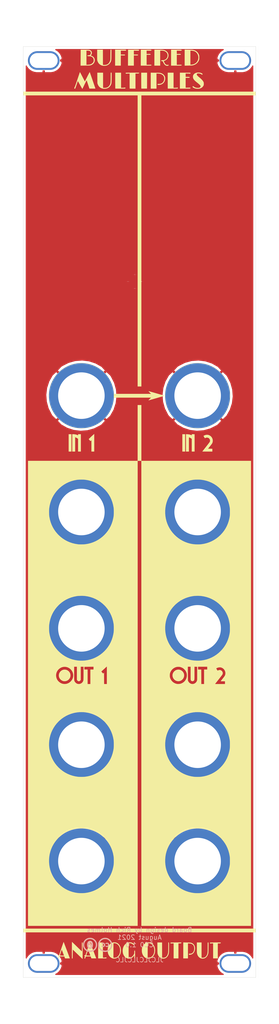
<source format=kicad_pcb>
(kicad_pcb (version 20171130) (host pcbnew 5.1.12-84ad8e8a86~92~ubuntu20.04.1)

  (general
    (thickness 1.6)
    (drawings 5)
    (tracks 0)
    (zones 0)
    (modules 15)
    (nets 2)
  )

  (page A4)
  (layers
    (0 F.Cu signal)
    (31 B.Cu signal)
    (32 B.Adhes user)
    (33 F.Adhes user)
    (34 B.Paste user)
    (35 F.Paste user)
    (36 B.SilkS user)
    (37 F.SilkS user)
    (38 B.Mask user)
    (39 F.Mask user)
    (40 Dwgs.User user)
    (41 Cmts.User user)
    (42 Eco1.User user)
    (43 Eco2.User user)
    (44 Edge.Cuts user)
    (45 Margin user)
    (46 B.CrtYd user)
    (47 F.CrtYd user)
    (48 B.Fab user)
    (49 F.Fab user)
  )

  (setup
    (last_trace_width 0.25)
    (trace_clearance 0.2)
    (zone_clearance 0.508)
    (zone_45_only no)
    (trace_min 0.2)
    (via_size 0.8)
    (via_drill 0.4)
    (via_min_size 0.4)
    (via_min_drill 0.3)
    (uvia_size 0.3)
    (uvia_drill 0.1)
    (uvias_allowed no)
    (uvia_min_size 0.2)
    (uvia_min_drill 0.1)
    (edge_width 0.05)
    (segment_width 0.2)
    (pcb_text_width 0.3)
    (pcb_text_size 1.5 1.5)
    (mod_edge_width 0.12)
    (mod_text_size 1 1)
    (mod_text_width 0.15)
    (pad_size 1.524 1.524)
    (pad_drill 0.762)
    (pad_to_mask_clearance 0)
    (aux_axis_origin 0 0)
    (visible_elements FFFFFF7F)
    (pcbplotparams
      (layerselection 0x010fc_ffffffff)
      (usegerberextensions false)
      (usegerberattributes true)
      (usegerberadvancedattributes true)
      (creategerberjobfile true)
      (excludeedgelayer true)
      (linewidth 0.100000)
      (plotframeref false)
      (viasonmask false)
      (mode 1)
      (useauxorigin false)
      (hpglpennumber 1)
      (hpglpenspeed 20)
      (hpglpendiameter 15.000000)
      (psnegative false)
      (psa4output false)
      (plotreference true)
      (plotvalue true)
      (plotinvisibletext false)
      (padsonsilk false)
      (subtractmaskfromsilk false)
      (outputformat 1)
      (mirror false)
      (drillshape 1)
      (scaleselection 1)
      (outputdirectory ""))
  )

  (net 0 "")
  (net 1 GND)

  (net_class Default "This is the default net class."
    (clearance 0.2)
    (trace_width 0.25)
    (via_dia 0.8)
    (via_drill 0.4)
    (uvia_dia 0.3)
    (uvia_drill 0.1)
    (add_net GND)
  )

  (module multiples:multiples_panel_art (layer F.Cu) (tedit 0) (tstamp 611F6F3F)
    (at 125 115)
    (path /611FC79C)
    (fp_text reference GRAF3 (at 0 0) (layer F.SilkS) hide
      (effects (font (size 1.524 1.524) (thickness 0.3)))
    )
    (fp_text value Art (at 0.75 0) (layer F.SilkS) hide
      (effects (font (size 1.524 1.524) (thickness 0.3)))
    )
    (fp_poly (pts (xy -14.503465 92.377632) (xy -14.451919 92.42361) (xy -14.372186 92.497578) (xy -14.267975 92.596018)
      (xy -14.142998 92.71541) (xy -14.000966 92.852236) (xy -13.845589 93.002977) (xy -13.747657 93.098485)
      (xy -13.5717 93.270216) (xy -13.394871 93.442429) (xy -13.223005 93.609466) (xy -13.061937 93.765669)
      (xy -12.917503 93.905381) (xy -12.79554 94.022944) (xy -12.701882 94.112701) (xy -12.682628 94.131031)
      (xy -12.381728 94.416929) (xy -12.391011 93.464207) (xy -12.393331 93.209352) (xy -12.394563 93.000249)
      (xy -12.39428 92.832703) (xy -12.392052 92.70252) (xy -12.387449 92.605504) (xy -12.380044 92.537462)
      (xy -12.369406 92.494198) (xy -12.355106 92.471519) (xy -12.336716 92.465228) (xy -12.313806 92.471133)
      (xy -12.290587 92.482538) (xy -12.237954 92.510705) (xy -12.237954 94.270594) (xy -12.238041 94.562103)
      (xy -12.23829 94.838528) (xy -12.238688 95.095885) (xy -12.239221 95.33019) (xy -12.239875 95.537462)
      (xy -12.240636 95.713716) (xy -12.241488 95.854969) (xy -12.242419 95.957238) (xy -12.243415 96.016541)
      (xy -12.244198 96.030425) (xy -12.262816 96.013592) (xy -12.314226 95.965141) (xy -12.39525 95.888111)
      (xy -12.502711 95.785544) (xy -12.633431 95.660478) (xy -12.784231 95.515955) (xy -12.951934 95.355014)
      (xy -13.133362 95.180696) (xy -13.29941 95.02099) (xy -14.348377 94.011611) (xy -14.360865 94.939876)
      (xy -14.364225 95.151211) (xy -14.368334 95.347321) (xy -14.372997 95.522475) (xy -14.37802 95.670939)
      (xy -14.383206 95.78698) (xy -14.38836 95.864866) (xy -14.393288 95.898863) (xy -14.393558 95.899361)
      (xy -14.433511 95.925484) (xy -14.486162 95.927795) (xy -14.523027 95.905893) (xy -14.525453 95.877682)
      (xy -14.52763 95.804554) (xy -14.529559 95.691388) (xy -14.531239 95.543061) (xy -14.532671 95.364454)
      (xy -14.533854 95.160444) (xy -14.534787 94.935911) (xy -14.535472 94.695734) (xy -14.535908 94.44479)
      (xy -14.536094 94.187959) (xy -14.536031 93.930119) (xy -14.535718 93.676149) (xy -14.535156 93.430929)
      (xy -14.534344 93.199336) (xy -14.533282 92.98625) (xy -14.53197 92.796549) (xy -14.530408 92.635112)
      (xy -14.528596 92.506818) (xy -14.526533 92.416545) (xy -14.52422 92.369173) (xy -14.52311 92.363163)
      (xy -14.503465 92.377632)) (layer F.SilkS) (width 0.01))
    (fp_poly (pts (xy -5.265794 92.465826) (xy -5.112767 92.486048) (xy -5.073292 92.495277) (xy -4.845552 92.580899)
      (xy -4.639911 92.708418) (xy -4.458682 92.873866) (xy -4.304177 93.073276) (xy -4.178706 93.302681)
      (xy -4.084583 93.558112) (xy -4.024118 93.835603) (xy -3.999625 94.131186) (xy -4.004033 94.330253)
      (xy -4.042259 94.634687) (xy -4.11598 94.916235) (xy -4.222904 95.171325) (xy -4.360738 95.396387)
      (xy -4.527188 95.587848) (xy -4.719963 95.742136) (xy -4.93677 95.855681) (xy -4.997874 95.878459)
      (xy -5.133207 95.913103) (xy -5.293182 95.93618) (xy -5.458304 95.946248) (xy -5.609079 95.941859)
      (xy -5.692985 95.929981) (xy -5.833264 95.886647) (xy -5.988665 95.816585) (xy -6.100939 95.752229)
      (xy -5.619845 95.752229) (xy -5.563462 95.763077) (xy -5.489598 95.774042) (xy -5.417546 95.775419)
      (xy -5.328645 95.766682) (xy -5.245322 95.754091) (xy -5.023641 95.693485) (xy -4.815862 95.58817)
      (xy -4.631898 95.44323) (xy -4.623893 95.435418) (xy -4.494323 95.289551) (xy -4.388188 95.12683)
      (xy -4.29763 94.934143) (xy -4.254585 94.819174) (xy -4.228376 94.741103) (xy -4.209664 94.673364)
      (xy -4.197178 94.604923) (xy -4.189651 94.524745) (xy -4.185811 94.421793) (xy -4.18439 94.285034)
      (xy -4.184198 94.207276) (xy -4.185093 94.038917) (xy -4.188848 93.910297) (xy -4.196298 93.811246)
      (xy -4.208282 93.731594) (xy -4.225635 93.66117) (xy -4.230437 93.645329) (xy -4.328389 93.391299)
      (xy -4.453796 93.17327) (xy -4.591477 93.003565) (xy -4.774627 92.841155) (xy -4.973895 92.725752)
      (xy -5.188489 92.657689) (xy -5.417617 92.637297) (xy -5.461164 92.638757) (xy -5.606981 92.646313)
      (xy -5.619845 95.752229) (xy -6.100939 95.752229) (xy -6.140308 95.729663) (xy -6.269316 95.635746)
      (xy -6.289207 95.618381) (xy -6.47705 95.41522) (xy -6.627413 95.179075) (xy -6.740304 94.909927)
      (xy -6.815734 94.607755) (xy -6.844587 94.394592) (xy -6.85386 94.092084) (xy -6.824502 93.802738)
      (xy -6.75888 93.530679) (xy -6.659359 93.28003) (xy -6.528308 93.054916) (xy -6.368092 92.859461)
      (xy -6.181077 92.697787) (xy -5.96963 92.574019) (xy -5.755796 92.497239) (xy -5.608788 92.471483)
      (xy -5.438294 92.460992) (xy -5.265794 92.465826)) (layer F.SilkS) (width 0.01))
    (fp_poly (pts (xy -1.88492 92.471143) (xy -1.759003 92.495601) (xy -1.599076 92.551848) (xy -1.455764 92.621445)
      (xy -1.335609 92.699499) (xy -1.245152 92.781117) (xy -1.190934 92.861404) (xy -1.178669 92.929772)
      (xy -1.200569 92.98924) (xy -1.247038 93.005751) (xy -1.317356 92.979424) (xy -1.410802 92.910378)
      (xy -1.436905 92.887176) (xy -1.593581 92.773817) (xy -1.776019 92.690948) (xy -1.970554 92.642612)
      (xy -2.163521 92.632856) (xy -2.257886 92.644217) (xy -2.347689 92.661064) (xy -2.347689 94.206934)
      (xy -2.347325 94.509331) (xy -2.346266 94.787082) (xy -2.34456 95.036907) (xy -2.342255 95.255527)
      (xy -2.3394 95.439661) (xy -2.336041 95.58603) (xy -2.332229 95.691353) (xy -2.32801 95.752351)
      (xy -2.324772 95.766968) (xy -2.278015 95.774653) (xy -2.197035 95.768139) (xy -2.094608 95.750134)
      (xy -1.983513 95.723349) (xy -1.876526 95.690496) (xy -1.786426 95.654283) (xy -1.780897 95.651602)
      (xy -1.617322 95.547131) (xy -1.462182 95.402462) (xy -1.324513 95.22734) (xy -1.22102 95.047638)
      (xy -1.178485 94.957613) (xy -1.150626 94.887893) (xy -1.13434 94.823196) (xy -1.126525 94.748236)
      (xy -1.124077 94.647733) (xy -1.123893 94.569271) (xy -1.12016 94.413089) (xy -1.108241 94.303162)
      (xy -1.08706 94.236304) (xy -1.055541 94.209329) (xy -1.012607 94.219048) (xy -1.006723 94.222476)
      (xy -0.994219 94.23313) (xy -0.984163 94.25161) (xy -0.976231 94.283133) (xy -0.9701 94.332918)
      (xy -0.965445 94.406184) (xy -0.961941 94.508148) (xy -0.959266 94.644031) (xy -0.957096 94.819048)
      (xy -0.955105 95.03842) (xy -0.954959 95.056171) (xy -0.953305 95.288269) (xy -0.952885 95.475275)
      (xy -0.954224 95.622044) (xy -0.957845 95.733429) (xy -0.964272 95.814284) (xy -0.974029 95.869465)
      (xy -0.987641 95.903824) (xy -1.005631 95.922215) (xy -1.028524 95.929494) (xy -1.049353 95.93058)
      (xy -1.077695 95.925398) (xy -1.097897 95.905177) (xy -1.111289 95.86291) (xy -1.119199 95.791589)
      (xy -1.122958 95.684203) (xy -1.123893 95.537546) (xy -1.123893 95.223524) (xy -1.219296 95.371005)
      (xy -1.368482 95.559365) (xy -1.547402 95.714412) (xy -1.749149 95.833347) (xy -1.966817 95.913369)
      (xy -2.193501 95.951677) (xy -2.422292 95.945471) (xy -2.56586 95.917054) (xy -2.799548 95.829911)
      (xy -3.00623 95.701369) (xy -3.186547 95.530865) (xy -3.341142 95.31784) (xy -3.422088 95.16883)
      (xy -3.499493 94.989981) (xy -3.554195 94.812181) (xy -3.590138 94.619085) (xy -3.611268 94.394346)
      (xy -3.612 94.382104) (xy -3.609392 94.071472) (xy -3.566103 93.775811) (xy -3.484435 93.499161)
      (xy -3.366689 93.245564) (xy -3.215166 93.019062) (xy -3.032168 92.823696) (xy -2.819994 92.663508)
      (xy -2.580947 92.54254) (xy -2.55998 92.534392) (xy -2.412117 92.493382) (xy -2.237883 92.468568)
      (xy -2.055932 92.460854) (xy -1.88492 92.471143)) (layer F.SilkS) (width 0.01))
    (fp_poly (pts (xy 2.181314 92.47689) (xy 2.398731 92.532598) (xy 2.59716 92.630137) (xy 2.784917 92.772915)
      (xy 2.848733 92.833294) (xy 3.022675 93.037483) (xy 3.158335 93.268005) (xy 3.257446 93.528525)
      (xy 3.321742 93.822707) (xy 3.323939 93.83744) (xy 3.340222 94.015691) (xy 3.342696 94.217298)
      (xy 3.332306 94.424756) (xy 3.31 94.620561) (xy 3.276722 94.787209) (xy 3.271587 94.806003)
      (xy 3.17472 95.072035) (xy 3.045851 95.30795) (xy 2.888759 95.51121) (xy 2.707223 95.679276)
      (xy 2.505023 95.80961) (xy 2.285938 95.899674) (xy 2.053747 95.946931) (xy 1.812229 95.948842)
      (xy 1.617725 95.916719) (xy 1.389667 95.836314) (xy 1.18003 95.712185) (xy 0.99213 95.548226)
      (xy 0.829284 95.348325) (xy 0.694809 95.116373) (xy 0.655276 95.016329) (xy 1.751827 95.016329)
      (xy 1.751998 95.205918) (xy 1.752819 95.360215) (xy 1.754378 95.482885) (xy 1.756762 95.577593)
      (xy 1.760059 95.648002) (xy 1.764357 95.697777) (xy 1.769743 95.730584) (xy 1.776306 95.750086)
      (xy 1.784134 95.759948) (xy 1.791798 95.763475) (xy 1.878099 95.776186) (xy 1.986786 95.772598)
      (xy 2.107602 95.75636) (xy 2.328405 95.695574) (xy 2.531622 95.590325) (xy 2.713937 95.444018)
      (xy 2.872035 95.260058) (xy 3.002598 95.041852) (xy 3.10231 94.792804) (xy 3.126357 94.710173)
      (xy 3.157651 94.547908) (xy 3.175782 94.356303) (xy 3.180574 94.152893) (xy 3.171853 93.955212)
      (xy 3.14944 93.780796) (xy 3.136297 93.720256) (xy 3.051821 93.464564) (xy 2.936405 93.237209)
      (xy 2.793734 93.041411) (xy 2.627494 92.880393) (xy 2.441372 92.757376) (xy 2.239053 92.675582)
      (xy 2.024223 92.638233) (xy 1.898132 92.638032) (xy 1.760767 92.646313) (xy 1.754335 94.199165)
      (xy 1.753083 94.516617) (xy 1.752218 94.787783) (xy 1.751827 95.016329) (xy 0.655276 95.016329)
      (xy 0.592024 94.856262) (xy 0.539073 94.651643) (xy 0.514589 94.481615) (xy 0.502417 94.28261)
      (xy 0.502568 94.074063) (xy 0.515055 93.87541) (xy 0.538476 93.712959) (xy 0.570764 93.59169)
      (xy 0.620465 93.449594) (xy 0.679651 93.308891) (xy 0.691779 93.283186) (xy 0.759385 93.152245)
      (xy 0.826464 93.047458) (xy 0.907173 92.948971) (xy 0.996223 92.85622) (xy 1.179289 92.695214)
      (xy 1.364313 92.579368) (xy 1.561159 92.504524) (xy 1.779691 92.46652) (xy 1.936592 92.459608)
      (xy 2.181314 92.47689)) (layer F.SilkS) (width 0.01))
    (fp_poly (pts (xy 6.305653 92.483757) (xy 6.309459 92.4866) (xy 6.318228 92.501765) (xy 6.325429 92.53414)
      (xy 6.331202 92.587938) (xy 6.335683 92.667373) (xy 6.339011 92.776659) (xy 6.341323 92.920009)
      (xy 6.342757 93.101638) (xy 6.343451 93.32576) (xy 6.343568 93.529754) (xy 6.343142 93.810791)
      (xy 6.341697 94.047485) (xy 6.338813 94.245442) (xy 6.334073 94.410266) (xy 6.327055 94.547563)
      (xy 6.317341 94.662937) (xy 6.304512 94.761994) (xy 6.288147 94.850339) (xy 6.267829 94.933576)
      (xy 6.243136 95.01731) (xy 6.228976 95.061243) (xy 6.142625 95.266675) (xy 6.026289 95.458141)
      (xy 5.887649 95.6259) (xy 5.734388 95.760215) (xy 5.623779 95.82848) (xy 5.420112 95.906527)
      (xy 5.197224 95.94671) (xy 4.970374 95.947306) (xy 4.806733 95.920718) (xy 4.607022 95.852708)
      (xy 4.430383 95.748516) (xy 4.282724 95.619884) (xy 4.135429 95.445282) (xy 4.018994 95.246034)
      (xy 3.927549 95.011857) (xy 3.918101 94.981337) (xy 3.904832 94.935779) (xy 3.893763 94.891481)
      (xy 3.884652 94.84348) (xy 3.877256 94.786813) (xy 3.871331 94.716516) (xy 3.866634 94.627627)
      (xy 3.862922 94.515183) (xy 3.859952 94.374221) (xy 3.85748 94.199778) (xy 3.855263 93.986891)
      (xy 3.853058 93.730597) (xy 3.85232 93.639086) (xy 3.843066 92.483973) (xy 4.84487 92.483973)
      (xy 4.851294 94.113619) (xy 4.857719 95.743265) (xy 4.995084 95.760749) (xy 5.098314 95.766211)
      (xy 5.218143 95.761703) (xy 5.293845 95.75318) (xy 5.495039 95.698254) (xy 5.671856 95.599754)
      (xy 5.824255 95.457726) (xy 5.952198 95.272216) (xy 6.055646 95.043269) (xy 6.134559 94.770933)
      (xy 6.134946 94.769223) (xy 6.146469 94.712718) (xy 6.155982 94.651136) (xy 6.16371 94.579055)
      (xy 6.169878 94.491053) (xy 6.17471 94.381708) (xy 6.17843 94.245598) (xy 6.181262 94.077301)
      (xy 6.183432 93.871394) (xy 6.185162 93.622456) (xy 6.185593 93.545428) (xy 6.186814 93.323995)
      (xy 6.188008 93.118247) (xy 6.189141 92.933515) (xy 6.190176 92.77513) (xy 6.191079 92.648425)
      (xy 6.191813 92.558731) (xy 6.192344 92.51138) (xy 6.1925 92.505376) (xy 6.215297 92.480346)
      (xy 6.261378 92.471797) (xy 6.305653 92.483757)) (layer F.SilkS) (width 0.01))
    (fp_poly (pts (xy 14.801548 92.48697) (xy 14.810724 92.499583) (xy 14.818182 92.523605) (xy 14.82403 92.563388)
      (xy 14.828376 92.623283) (xy 14.831328 92.707642) (xy 14.832993 92.820817) (xy 14.833481 92.96716)
      (xy 14.832899 93.151022) (xy 14.831356 93.376756) (xy 14.829354 93.606354) (xy 14.82679 93.870193)
      (xy 14.824258 94.089318) (xy 14.821496 94.268965) (xy 14.818241 94.414369) (xy 14.814232 94.530767)
      (xy 14.809207 94.623393) (xy 14.802904 94.697485) (xy 14.79506 94.758277) (xy 14.785415 94.811006)
      (xy 14.773705 94.860906) (xy 14.764918 94.8941) (xy 14.671161 95.165596) (xy 14.548945 95.399576)
      (xy 14.400358 95.594556) (xy 14.227487 95.749049) (xy 14.03242 95.86157) (xy 13.817245 95.930634)
      (xy 13.584049 95.954755) (xy 13.334919 95.932448) (xy 13.311898 95.928134) (xy 13.121351 95.867197)
      (xy 12.936304 95.762565) (xy 12.767039 95.620264) (xy 12.741772 95.594043) (xy 12.600969 95.417294)
      (xy 12.492437 95.219379) (xy 12.410738 94.989676) (xy 12.388504 94.90411) (xy 12.376373 94.850499)
      (xy 12.366353 94.796753) (xy 12.358242 94.737638) (xy 12.351842 94.667923) (xy 12.34695 94.582376)
      (xy 12.343365 94.475763) (xy 12.340887 94.342852) (xy 12.339316 94.17841) (xy 12.33845 93.977205)
      (xy 12.338087 93.734005) (xy 12.338032 93.589135) (xy 12.337857 92.483973) (xy 13.336874 92.483973)
      (xy 13.336874 95.748764) (xy 13.47386 95.762902) (xy 13.70544 95.765305) (xy 13.915029 95.722966)
      (xy 14.10145 95.636551) (xy 14.263527 95.506728) (xy 14.400082 95.334161) (xy 14.476572 95.195252)
      (xy 14.518454 95.10299) (xy 14.553506 95.014194) (xy 14.582325 94.923435) (xy 14.605509 94.825283)
      (xy 14.623657 94.714309) (xy 14.637365 94.585085) (xy 14.647232 94.432182) (xy 14.653856 94.250171)
      (xy 14.657834 94.033623) (xy 14.659765 93.777108) (xy 14.660243 93.527575) (xy 14.660382 93.275661)
      (xy 14.660774 93.069054) (xy 14.661651 92.903111) (xy 14.663243 92.773188) (xy 14.66578 92.674642)
      (xy 14.669494 92.602829) (xy 14.674614 92.553105) (xy 14.681372 92.520828) (xy 14.689997 92.501353)
      (xy 14.700722 92.490036) (xy 14.712118 92.483118) (xy 14.765121 92.468811) (xy 14.801548 92.48697)) (layer F.SilkS) (width 0.01))
    (fp_poly (pts (xy -16.307746 92.391084) (xy -16.281939 92.457472) (xy -16.241895 92.561792) (xy -16.189279 92.699633)
      (xy -16.125757 92.866582) (xy -16.052995 93.058226) (xy -15.972659 93.270152) (xy -15.886414 93.497948)
      (xy -15.795927 93.7372) (xy -15.702863 93.983495) (xy -15.608888 94.232422) (xy -15.515668 94.479566)
      (xy -15.424869 94.720515) (xy -15.338156 94.950857) (xy -15.257195 95.166178) (xy -15.183653 95.362066)
      (xy -15.119194 95.534108) (xy -15.065485 95.677891) (xy -15.024191 95.789002) (xy -14.996979 95.863029)
      (xy -14.985514 95.895557) (xy -14.98525 95.89665) (xy -15.008993 95.899344) (xy -15.075291 95.901713)
      (xy -15.176749 95.903628) (xy -15.305971 95.904959) (xy -15.455563 95.905577) (xy -15.495826 95.905605)
      (xy -16.006401 95.905605) (xy -16.087041 95.693314) (xy -16.16768 95.481023) (xy -17.203931 95.481023)
      (xy -17.246161 95.599656) (xy -17.277206 95.686989) (xy -17.305939 95.768015) (xy -17.314852 95.793215)
      (xy -17.341076 95.856421) (xy -17.365159 95.899361) (xy -17.413382 95.928274) (xy -17.469036 95.919558)
      (xy -17.506738 95.882553) (xy -17.515959 95.844353) (xy -17.505413 95.790044) (xy -17.472357 95.708103)
      (xy -17.457686 95.676506) (xy -17.420339 95.594102) (xy -17.393532 95.528353) (xy -17.382919 95.493156)
      (xy -17.38291 95.492742) (xy -17.403796 95.467062) (xy -17.454429 95.440022) (xy -17.457817 95.438717)
      (xy -17.514727 95.404531) (xy -17.532666 95.353707) (xy -17.532743 95.348885) (xy -17.513936 95.278799)
      (xy -17.46803 95.248462) (xy -17.126355 95.248462) (xy -17.122965 95.263896) (xy -17.096731 95.275984)
      (xy -17.042656 95.285215) (xy -16.955744 95.292073) (xy -16.831 95.297045) (xy -16.663429 95.300618)
      (xy -16.578061 95.301831) (xy -16.235278 95.306195) (xy -16.307112 95.112635) (xy -16.405804 94.847345)
      (xy -16.492114 94.616659) (xy -16.565222 94.422731) (xy -16.62431 94.267715) (xy -16.668557 94.153762)
      (xy -16.697146 94.083026) (xy -16.707654 94.05992) (xy -16.721206 94.066511) (xy -16.746094 94.115834)
      (xy -16.782788 94.209112) (xy -16.831754 94.347569) (xy -16.893461 94.532429) (xy -16.92209 94.620484)
      (xy -16.97546 94.785498) (xy -17.024057 94.935445) (xy -17.065678 95.063556) (xy -17.098121 95.163063)
      (xy -17.119185 95.227197) (xy -17.126355 95.248462) (xy -17.46803 95.248462) (xy -17.458069 95.24188)
      (xy -17.382522 95.237001) (xy -17.301089 95.243756) (xy -17.155112 94.806686) (xy -17.055612 94.50941)
      (xy -16.957276 94.216824) (xy -16.861387 93.932663) (xy -16.769226 93.660661) (xy -16.682076 93.404553)
      (xy -16.601218 93.168073) (xy -16.527933 92.954955) (xy -16.463505 92.768935) (xy -16.409215 92.613745)
      (xy -16.366345 92.493122) (xy -16.336177 92.410799) (xy -16.319993 92.370511) (xy -16.31765 92.367044)
      (xy -16.307746 92.391084)) (layer F.SilkS) (width 0.01))
    (fp_poly (pts (xy -10.650965 92.393225) (xy -10.623883 92.456784) (xy -10.582108 92.55993) (xy -10.527041 92.699061)
      (xy -10.460078 92.870577) (xy -10.38262 93.070877) (xy -10.296065 93.296359) (xy -10.201812 93.543423)
      (xy -10.101259 93.808466) (xy -9.995805 94.087889) (xy -9.995696 94.088179) (xy -9.889861 94.369315)
      (xy -9.788909 94.637442) (xy -9.694258 94.888797) (xy -9.607326 95.119619) (xy -9.529529 95.326144)
      (xy -9.462286 95.504609) (xy -9.407013 95.651253) (xy -9.365129 95.762312) (xy -9.338051 95.834025)
      (xy -9.327279 95.862413) (xy -9.32427 95.877169) (xy -9.332362 95.888082) (xy -9.357615 95.895604)
      (xy -9.406086 95.900189) (xy -9.483833 95.90229) (xy -9.596915 95.902359) (xy -9.751389 95.900849)
      (xy -9.828338 95.899876) (xy -10.346585 95.893117) (xy -10.421557 95.686583) (xy -10.49653 95.480049)
      (xy -11.021735 95.48678) (xy -11.546941 95.49351) (xy -11.611474 95.681382) (xy -11.644507 95.774159)
      (xy -11.6737 95.850171) (xy -11.69368 95.895558) (xy -11.696213 95.899917) (xy -11.739633 95.928029)
      (xy -11.793947 95.921848) (xy -11.836493 95.88408) (xy -11.837024 95.883103) (xy -11.84589 95.844641)
      (xy -11.835164 95.788474) (xy -11.802296 95.703594) (xy -11.787952 95.67136) (xy -11.751374 95.588087)
      (xy -11.724801 95.522632) (xy -11.71355 95.488151) (xy -11.713471 95.487047) (xy -11.734278 95.465362)
      (xy -11.784729 95.440125) (xy -11.788397 95.438717) (xy -11.845307 95.404531) (xy -11.863246 95.353707)
      (xy -11.863323 95.348885) (xy -11.844519 95.278802) (xy -11.817671 95.261062) (xy -11.463716 95.261062)
      (xy -11.446954 95.273265) (xy -11.394501 95.283086) (xy -11.303109 95.290764) (xy -11.169528 95.296538)
      (xy -10.990508 95.300647) (xy -10.909121 95.301831) (xy -10.566817 95.306195) (xy -10.600499 95.212537)
      (xy -10.628312 95.136637) (xy -10.66742 95.031884) (xy -10.714927 94.905838) (xy -10.767941 94.766059)
      (xy -10.823565 94.620107) (xy -10.878907 94.475543) (xy -10.931073 94.339928) (xy -10.977167 94.220821)
      (xy -11.014295 94.125783) (xy -11.039564 94.062374) (xy -11.050074 94.038159) (xy -11.059545 94.058529)
      (xy -11.082058 94.118804) (xy -11.115061 94.211434) (xy -11.155999 94.32887) (xy -11.202319 94.463561)
      (xy -11.251468 94.60796) (xy -11.300892 94.754517) (xy -11.348038 94.895682) (xy -11.390352 95.023907)
      (xy -11.42528 95.131641) (xy -11.45027 95.211336) (xy -11.462766 95.255442) (xy -11.463716 95.261062)
      (xy -11.817671 95.261062) (xy -11.788647 95.241885) (xy -11.713014 95.237001) (xy -11.631493 95.243756)
      (xy -11.154242 93.815648) (xy -11.068585 93.559821) (xy -10.987369 93.318205) (xy -10.912009 93.094944)
      (xy -10.843918 92.894183) (xy -10.78451 92.720064) (xy -10.735199 92.57673) (xy -10.697398 92.468326)
      (xy -10.672522 92.398995) (xy -10.661983 92.37288) (xy -10.661957 92.372853) (xy -10.650965 92.393225)) (layer F.SilkS) (width 0.01))
    (fp_poly (pts (xy -7.873319 94.126106) (xy -7.866895 95.755752) (xy -7.703682 95.755752) (xy -7.591985 95.750113)
      (xy -7.461788 95.735399) (xy -7.352232 95.716871) (xy -7.24766 95.697676) (xy -7.180529 95.692172)
      (xy -7.140368 95.699918) (xy -7.128506 95.707441) (xy -7.095886 95.761756) (xy -7.107113 95.824464)
      (xy -7.138692 95.864271) (xy -7.155458 95.87548) (xy -7.181786 95.884487) (xy -7.222785 95.891526)
      (xy -7.283566 95.896834) (xy -7.369241 95.900643) (xy -7.48492 95.90319) (xy -7.635713 95.904709)
      (xy -7.826731 95.905435) (xy -8.03798 95.905605) (xy -8.891595 95.905605) (xy -8.885178 94.201033)
      (xy -8.878761 92.49646) (xy -7.879744 92.49646) (xy -7.873319 94.126106)) (layer F.SilkS) (width 0.01))
    (fp_poly (pts (xy 8.790872 92.480085) (xy 8.898018 92.481165) (xy 8.959932 92.482715) (xy 8.982474 92.505476)
      (xy 8.991151 92.556456) (xy 8.979623 92.606856) (xy 8.941309 92.642963) (xy 8.870611 92.666602)
      (xy 8.761932 92.679595) (xy 8.609675 92.683766) (xy 8.600305 92.683776) (xy 8.366765 92.683776)
      (xy 8.366765 95.905605) (xy 7.342773 95.905605) (xy 7.342773 92.678093) (xy 7.014629 92.687178)
      (xy 6.879209 92.690256) (xy 6.785166 92.690133) (xy 6.723978 92.685983) (xy 6.687127 92.676975)
      (xy 6.666094 92.66228) (xy 6.658857 92.652557) (xy 6.64661 92.595216) (xy 6.678232 92.543741)
      (xy 6.747746 92.507277) (xy 6.755157 92.505177) (xy 6.789426 92.502344) (xy 6.86731 92.499426)
      (xy 6.982475 92.496485) (xy 7.128586 92.493587) (xy 7.299307 92.490797) (xy 7.488305 92.488179)
      (xy 7.689243 92.485797) (xy 7.895787 92.483716) (xy 8.101602 92.482001) (xy 8.300353 92.480715)
      (xy 8.485705 92.479925) (xy 8.651323 92.479693) (xy 8.790872 92.480085)) (layer F.SilkS) (width 0.01))
    (fp_poly (pts (xy 10.158752 92.491757) (xy 10.405487 92.497694) (xy 10.607148 92.504469) (xy 10.768605 92.512376)
      (xy 10.894732 92.521709) (xy 10.9904 92.53276) (xy 11.060483 92.545825) (xy 11.061947 92.546179)
      (xy 11.287183 92.624944) (xy 11.483222 92.74252) (xy 11.647544 92.895487) (xy 11.777626 93.080424)
      (xy 11.870948 93.293911) (xy 11.924989 93.532527) (xy 11.93825 93.735026) (xy 11.919135 93.9958)
      (xy 11.863822 94.241763) (xy 11.775361 94.467181) (xy 11.656801 94.666321) (xy 11.511193 94.83345)
      (xy 11.341586 94.962837) (xy 11.262559 95.005194) (xy 11.152389 95.048876) (xy 11.02707 95.085516)
      (xy 10.901436 95.112052) (xy 10.790323 95.125419) (xy 10.708565 95.122556) (xy 10.701613 95.121022)
      (xy 10.636134 95.084911) (xy 10.6039 95.026337) (xy 10.612735 94.960083) (xy 10.614553 94.956539)
      (xy 10.634292 94.93113) (xy 10.667562 94.91605) (xy 10.725899 94.908733) (xy 10.82084 94.906616)
      (xy 10.839274 94.906588) (xy 11.037062 94.891298) (xy 11.204228 94.842994) (xy 11.35056 94.75803)
      (xy 11.436577 94.683918) (xy 11.576424 94.514208) (xy 11.678021 94.31432) (xy 11.741737 94.083225)
      (xy 11.767941 93.819893) (xy 11.76871 93.758531) (xy 11.749358 93.508232) (xy 11.692329 93.290687)
      (xy 11.597877 93.106149) (xy 11.46626 92.954874) (xy 11.297732 92.837116) (xy 11.092549 92.75313)
      (xy 10.850965 92.703169) (xy 10.695723 92.68995) (xy 10.41475 92.676809) (xy 10.41475 95.905605)
      (xy 9.415733 95.905605) (xy 9.415733 92.476354) (xy 10.158752 92.491757)) (layer F.SilkS) (width 0.01))
    (fp_poly (pts (xy 17.024882 92.481786) (xy 17.165244 92.483253) (xy 17.272816 92.485761) (xy 17.351888 92.489436)
      (xy 17.406749 92.494406) (xy 17.44169 92.500798) (xy 17.460999 92.508738) (xy 17.467351 92.515027)
      (xy 17.479429 92.573371) (xy 17.447936 92.627052) (xy 17.394393 92.659175) (xy 17.34183 92.669818)
      (xy 17.253952 92.678142) (xy 17.145379 92.682999) (xy 17.08156 92.683776) (xy 16.833432 92.683776)
      (xy 16.833432 95.905605) (xy 15.834415 95.905605) (xy 15.834415 92.677723) (xy 15.491003 92.686993)
      (xy 15.147591 92.696264) (xy 15.139983 92.618012) (xy 15.141639 92.560441) (xy 15.170714 92.528866)
      (xy 15.208371 92.513269) (xy 15.254542 92.506127) (xy 15.348435 92.49978) (xy 15.487823 92.494286)
      (xy 15.670482 92.489706) (xy 15.894188 92.486099) (xy 16.156716 92.483524) (xy 16.364164 92.48236)
      (xy 16.628632 92.481467) (xy 16.847442 92.481233) (xy 17.024882 92.481786)) (layer F.SilkS) (width 0.01))
    (fp_poly (pts (xy 24.975418 90.311111) (xy -24.975417 90.311111) (xy -24.975417 89.511898) (xy 24.975418 89.511898)
      (xy 24.975418 90.311111)) (layer F.SilkS) (width 0.01))
    (fp_poly (pts (xy -0.399606 88.912488) (xy -23.976401 88.912488) (xy -23.976401 75.21637) (xy -19.45482 75.21637)
      (xy -19.406661 75.799494) (xy -19.318623 76.339079) (xy -19.180373 76.896964) (xy -18.994952 77.441774)
      (xy -18.764192 77.97012) (xy -18.489926 78.478616) (xy -18.173983 78.963875) (xy -17.818196 79.42251)
      (xy -17.424397 79.851134) (xy -17.413584 79.86193) (xy -16.974644 80.264876) (xy -16.50983 80.625258)
      (xy -16.020302 80.942515) (xy -15.507218 81.216087) (xy -14.971738 81.445413) (xy -14.41502 81.629934)
      (xy -13.838224 81.76909) (xy -13.286922 81.857041) (xy -13.112138 81.87304) (xy -12.900914 81.88398)
      (xy -12.666503 81.889866) (xy -12.422158 81.8907) (xy -12.181132 81.886487) (xy -11.956678 81.87723)
      (xy -11.76205 81.862932) (xy -11.702426 81.85662) (xy -11.112872 81.763174) (xy -10.539929 81.623147)
      (xy -9.985408 81.437412) (xy -9.45112 81.206843) (xy -8.938875 80.932311) (xy -8.450482 80.61469)
      (xy -7.987752 80.254852) (xy -7.556392 79.85757) (xy -7.154513 79.421342) (xy -6.79527 78.959138)
      (xy -6.47879 78.47121) (xy -6.2052 77.957812) (xy -5.974627 77.419197) (xy -5.787197 76.85562)
      (xy -5.643037 76.267332) (xy -5.577002 75.900295) (xy -5.562041 75.792356) (xy -5.550584 75.678285)
      (xy -5.542246 75.549777) (xy -5.536646 75.398523) (xy -5.5334 75.216217) (xy -5.532124 74.994553)
      (xy -5.532068 74.926254) (xy -5.532873 74.692427) (xy -5.535545 74.500223) (xy -5.540466 74.341333)
      (xy -5.548019 74.207451) (xy -5.558589 74.090271) (xy -5.572557 73.981484) (xy -5.577002 73.952212)
      (xy -5.694858 73.348911) (xy -5.855701 72.771037) (xy -6.059576 72.218497) (xy -6.306531 71.691198)
      (xy -6.596612 71.189046) (xy -6.929866 70.711948) (xy -7.306339 70.259811) (xy -7.557455 69.996)
      (xy -7.994708 69.593172) (xy -8.457901 69.23287) (xy -8.945931 68.915624) (xy -9.457694 68.641965)
      (xy -9.992085 68.412422) (xy -10.548 68.227527) (xy -11.124335 68.087808) (xy -11.719986 67.993797)
      (xy -11.729595 67.992675) (xy -11.913411 67.976828) (xy -12.131898 67.96687) (xy -12.372934 67.962615)
      (xy -12.624399 67.963879) (xy -12.874172 67.970477) (xy -13.110132 67.982221) (xy -13.320158 67.998928)
      (xy -13.486725 68.019556) (xy -14.084692 68.137292) (xy -14.659698 68.29914) (xy -15.211194 68.504823)
      (xy -15.738627 68.754063) (xy -16.241447 69.046584) (xy -16.719104 69.382108) (xy -17.171046 69.760358)
      (xy -17.417962 69.996) (xy -17.815846 70.42849) (xy -18.172683 70.887914) (xy -18.487682 71.371633)
      (xy -18.760053 71.877011) (xy -18.989004 72.401408) (xy -19.173747 72.942187) (xy -19.313491 73.496711)
      (xy -19.407444 74.062341) (xy -19.454817 74.63644) (xy -19.45482 75.21637) (xy -23.976401 75.21637)
      (xy -23.976401 50.223594) (xy -19.455233 50.223594) (xy -19.408832 50.805704) (xy -19.318623 51.363661)
      (xy -19.180373 51.921546) (xy -18.994952 52.466356) (xy -18.764192 52.994702) (xy -18.489926 53.503198)
      (xy -18.173983 53.988457) (xy -17.818196 54.447092) (xy -17.424397 54.875716) (xy -17.413584 54.886512)
      (xy -16.974644 55.289458) (xy -16.50983 55.64984) (xy -16.020302 55.967097) (xy -15.507218 56.240669)
      (xy -14.971738 56.469995) (xy -14.41502 56.654517) (xy -13.838224 56.793672) (xy -13.286922 56.881623)
      (xy -13.112138 56.897622) (xy -12.900914 56.908562) (xy -12.666503 56.914448) (xy -12.422158 56.915283)
      (xy -12.181132 56.911069) (xy -11.956678 56.901812) (xy -11.76205 56.887514) (xy -11.702426 56.881202)
      (xy -11.113495 56.787835) (xy -10.540982 56.647901) (xy -9.986787 56.462315) (xy -9.452808 56.231997)
      (xy -8.940944 55.957861) (xy -8.453095 55.640827) (xy -7.99116 55.281811) (xy -7.557038 54.881731)
      (xy -7.552032 54.876712) (xy -7.149374 54.438473) (xy -6.790074 53.975546) (xy -6.474073 53.487809)
      (xy -6.201309 52.975142) (xy -5.971723 52.437425) (xy -5.785254 51.874536) (xy -5.641841 51.286354)
      (xy -5.577002 50.924877) (xy -5.562041 50.816938) (xy -5.550584 50.702867) (xy -5.542246 50.574359)
      (xy -5.536646 50.423105) (xy -5.5334 50.240799) (xy -5.532124 50.019135) (xy -5.532068 49.950836)
      (xy -5.532873 49.717009) (xy -5.535545 49.524805) (xy -5.540466 49.365915) (xy -5.548019 49.232033)
      (xy -5.558589 49.114853) (xy -5.572557 49.006066) (xy -5.577002 48.976795) (xy -5.694862 48.373529)
      (xy -5.855743 47.795628) (xy -6.059705 47.24297) (xy -6.306809 46.715435) (xy -6.597115 46.212901)
      (xy -6.930683 45.735249) (xy -7.307574 45.282357) (xy -7.552032 45.02496) (xy -7.986598 44.623457)
      (xy -8.448168 44.263714) (xy -8.935338 43.946407) (xy -9.446703 43.67221) (xy -9.980859 43.441799)
      (xy -10.5364 43.255849) (xy -11.111923 43.115034) (xy -11.706022 43.02003) (xy -11.729595 43.017257)
      (xy -11.913411 43.00141) (xy -12.131898 42.991452) (xy -12.372934 42.987197) (xy -12.624399 42.988462)
      (xy -12.874172 42.995059) (xy -13.110132 43.006803) (xy -13.320158 43.02351) (xy -13.486725 43.044138)
      (xy -14.084925 43.161912) (xy -14.660092 43.323806) (xy -15.211746 43.529578) (xy -15.739404 43.778984)
      (xy -16.242584 44.071783) (xy -16.720803 44.407734) (xy -17.173578 44.786594) (xy -17.413584 45.01516)
      (xy -17.810572 45.445267) (xy -18.166876 45.902757) (xy -18.481684 46.384923) (xy -18.754185 46.889057)
      (xy -18.983566 47.412453) (xy -19.169014 47.952402) (xy -19.309717 48.506198) (xy -19.404863 49.071134)
      (xy -19.453639 49.644502) (xy -19.455233 50.223594) (xy -23.976401 50.223594) (xy -23.976401 35.092311)
      (xy -17.946272 35.092311) (xy -17.922923 35.386187) (xy -17.851487 35.677878) (xy -17.732286 35.963512)
      (xy -17.726054 35.975676) (xy -17.589968 36.190259) (xy -17.413462 36.391999) (xy -17.205801 36.57319)
      (xy -16.976251 36.726126) (xy -16.734077 36.843101) (xy -16.644242 36.875364) (xy -16.411054 36.930572)
      (xy -16.158938 36.954376) (xy -15.905138 36.946572) (xy -15.666899 36.906958) (xy -15.597148 36.887648)
      (xy -15.319065 36.777955) (xy -15.066153 36.630498) (xy -14.841463 36.449837) (xy -14.648044 36.240537)
      (xy -14.488946 36.00716) (xy -14.367218 35.754269) (xy -14.285911 35.486426) (xy -14.248075 35.208195)
      (xy -14.256758 34.924138) (xy -14.261204 34.888904) (xy -14.325933 34.593083) (xy -14.434239 34.316867)
      (xy -14.582317 34.064045) (xy -14.766364 33.838405) (xy -14.982575 33.643738) (xy -15.227147 33.483833)
      (xy -15.496273 33.362479) (xy -15.786151 33.283465) (xy -15.889698 33.266794) (xy -16.169841 33.253937)
      (xy -16.446653 33.287748) (xy -16.71503 33.364977) (xy -16.969866 33.482372) (xy -17.206057 33.636685)
      (xy -17.418498 33.824662) (xy -17.602085 34.043054) (xy -17.751712 34.28861) (xy -17.847423 34.5135)
      (xy -17.921212 34.800124) (xy -17.946272 35.092311) (xy -23.976401 35.092311) (xy -23.976401 33.242281)
      (xy -14.06116 33.242281) (xy -14.06116 34.648145) (xy -14.061037 34.967508) (xy -14.060456 35.241123)
      (xy -14.059099 35.473197) (xy -14.056646 35.667932) (xy -14.052778 35.829533) (xy -14.047176 35.962203)
      (xy -14.039523 36.070148) (xy -14.029498 36.157571) (xy -14.016783 36.228675) (xy -14.001059 36.287666)
      (xy -13.982008 36.338748) (xy -13.95931 36.386123) (xy -13.932647 36.433998) (xy -13.924678 36.447637)
      (xy -13.853106 36.546798) (xy -13.754425 36.654452) (xy -13.644952 36.754418) (xy -13.54101 36.830514)
      (xy -13.534644 36.834362) (xy -13.356954 36.91263) (xy -13.158441 36.952535) (xy -12.952129 36.952447)
      (xy -12.80289 36.925884) (xy -12.596867 36.847317) (xy -12.415105 36.728033) (xy -12.263235 36.573662)
      (xy -12.146886 36.389833) (xy -12.075885 36.19888) (xy -12.067554 36.159959) (xy -12.0605 36.109614)
      (xy -12.054625 36.043788) (xy -12.049829 35.958426) (xy -12.046014 35.84947) (xy -12.04308 35.712865)
      (xy -12.040931 35.544553) (xy -12.039466 35.340478) (xy -12.038587 35.096583) (xy -12.038195 34.808812)
      (xy -12.038151 34.648145) (xy -12.038151 33.841691) (xy -11.864908 33.841691) (xy -11.164011 33.841691)
      (xy -11.164011 36.963619) (xy -10.564601 36.963619) (xy -10.564601 34.274454) (xy -8.214469 34.274454)
      (xy -8.149874 34.351534) (xy -8.099961 34.409152) (xy -8.03075 34.486641) (xy -7.957072 34.5674)
      (xy -7.955833 34.568742) (xy -7.826386 34.70887) (xy -7.62999 34.528874) (xy -7.623508 35.746246)
      (xy -7.617027 36.963619) (xy -7.018092 36.963619) (xy -7.018092 33.188085) (xy -7.126189 33.283866)
      (xy -7.174099 33.326815) (xy -7.252576 33.397749) (xy -7.355321 33.49095) (xy -7.476035 33.600696)
      (xy -7.608418 33.72127) (xy -7.724377 33.82705) (xy -8.214469 34.274454) (xy -10.564601 34.274454)
      (xy -10.564601 33.841691) (xy -9.890265 33.841691) (xy -9.890265 33.241702) (xy -10.87055 33.248235)
      (xy -11.850835 33.254769) (xy -11.857872 33.54823) (xy -11.864908 33.841691) (xy -12.038151 33.841691)
      (xy -12.038151 33.242281) (xy -12.637561 33.242281) (xy -12.637972 34.647149) (xy -12.638383 36.052016)
      (xy -12.694167 36.150044) (xy -12.766866 36.237785) (xy -12.868015 36.3097) (xy -12.979172 36.354677)
      (xy -13.049655 36.364209) (xy -13.164045 36.341953) (xy -13.275697 36.282159) (xy -13.368041 36.195284)
      (xy -13.404238 36.140428) (xy -13.46175 36.031672) (xy -13.46175 33.242281) (xy -14.06116 33.242281)
      (xy -23.976401 33.242281) (xy -23.976401 24.860644) (xy -19.451347 24.860644) (xy -19.450083 25.112109)
      (xy -19.443486 25.361882) (xy -19.431741 25.597842) (xy -19.415034 25.807867) (xy -19.394407 25.974435)
      (xy -19.276664 26.572558) (xy -19.114859 27.147584) (xy -18.909244 27.699008) (xy -18.660075 28.226326)
      (xy -18.367604 28.729031) (xy -18.032085 29.20662) (xy -17.653773 29.658586) (xy -17.417962 29.905672)
      (xy -16.980596 30.308551) (xy -16.517003 30.669108) (xy -16.02842 30.986743) (xy -15.516083 31.260859)
      (xy -14.981227 31.490856) (xy -14.425087 31.676136) (xy -13.848899 31.816102) (xy -13.286922 31.906205)
      (xy -13.112138 31.922204) (xy -12.900914 31.933144) (xy -12.666503 31.93903) (xy -12.422158 31.939865)
      (xy -12.181132 31.935651) (xy -11.956678 31.926394) (xy -11.76205 31.912096) (xy -11.702426 31.905784)
      (xy -11.113032 31.812384) (xy -10.540309 31.67247) (xy -9.986084 31.486923) (xy -9.452179 31.256625)
      (xy -8.94042 30.982456) (xy -8.452631 30.665297) (xy -7.990637 30.30603) (xy -7.556262 29.905536)
      (xy -7.552032 29.901294) (xy -7.149374 29.463055) (xy -6.790074 29.000128) (xy -6.474073 28.512391)
      (xy -6.201309 27.999724) (xy -5.971723 27.462007) (xy -5.785254 26.899118) (xy -5.641841 26.310936)
      (xy -5.577002 25.949459) (xy -5.562041 25.84152) (xy -5.550584 25.727449) (xy -5.542246 25.598941)
      (xy -5.536646 25.447687) (xy -5.5334 25.265381) (xy -5.532124 25.043717) (xy -5.532068 24.975418)
      (xy -5.532873 24.741591) (xy -5.535545 24.549387) (xy -5.540466 24.390497) (xy -5.548019 24.256615)
      (xy -5.558589 24.139435) (xy -5.572557 24.030648) (xy -5.577002 24.001377) (xy -5.694862 23.398111)
      (xy -5.855743 22.82021) (xy -6.059705 22.267552) (xy -6.306809 21.740017) (xy -6.597115 21.237483)
      (xy -6.930683 20.759831) (xy -7.307574 20.306939) (xy -7.552032 20.049542) (xy -7.986598 19.648039)
      (xy -8.448168 19.288296) (xy -8.935338 18.970989) (xy -9.446703 18.696793) (xy -9.980859 18.466381)
      (xy -10.5364 18.280431) (xy -11.111923 18.139616) (xy -11.706022 18.044613) (xy -11.729595 18.041839)
      (xy -11.913411 18.025992) (xy -12.131898 18.016034) (xy -12.372934 18.01178) (xy -12.624399 18.013044)
      (xy -12.874172 18.019641) (xy -13.110132 18.031385) (xy -13.320158 18.048092) (xy -13.486725 18.06872)
      (xy -14.084925 18.186495) (xy -14.660092 18.348388) (xy -15.211746 18.55416) (xy -15.739404 18.803566)
      (xy -16.242584 19.096366) (xy -16.720803 19.432316) (xy -17.173578 19.811176) (xy -17.413584 20.039742)
      (xy -17.815088 20.474307) (xy -18.17483 20.935877) (xy -18.492137 21.423047) (xy -18.766334 21.934412)
      (xy -18.996745 22.468568) (xy -19.182696 23.02411) (xy -19.32351 23.599632) (xy -19.418514 24.193732)
      (xy -19.421287 24.217304) (xy -19.437134 24.401121) (xy -19.447093 24.619607) (xy -19.451347 24.860644)
      (xy -23.976401 24.860644) (xy -23.976401 -0.114774) (xy -19.451347 -0.114774) (xy -19.450083 0.136691)
      (xy -19.443486 0.386464) (xy -19.431741 0.622424) (xy -19.415034 0.832449) (xy -19.394407 0.999017)
      (xy -19.276664 1.59714) (xy -19.114859 2.172166) (xy -18.909244 2.72359) (xy -18.660075 3.250908)
      (xy -18.367604 3.753613) (xy -18.032085 4.231202) (xy -17.653773 4.683168) (xy -17.417962 4.930254)
      (xy -16.981287 5.332456) (xy -16.518342 5.692342) (xy -16.03015 6.009433) (xy -15.51773 6.283249)
      (xy -14.982104 6.513311) (xy -14.424291 6.69914) (xy -13.845313 6.840258) (xy -13.246191 6.936185)
      (xy -13.112094 6.951145) (xy -13.000112 6.958742) (xy -12.849554 6.963326) (xy -12.671692 6.965062)
      (xy -12.477799 6.964117) (xy -12.279149 6.960657) (xy -12.087015 6.954848) (xy -11.912669 6.946856)
      (xy -11.767385 6.936848) (xy -11.702426 6.930366) (xy -11.113495 6.837) (xy -10.540982 6.697065)
      (xy -9.986787 6.51148) (xy -9.452808 6.281161) (xy -8.940944 6.007026) (xy -8.453095 5.689992)
      (xy -7.99116 5.330976) (xy -7.557038 4.930895) (xy -7.552032 4.925876) (xy -7.149374 4.487637)
      (xy -6.790074 4.02471) (xy -6.474073 3.536973) (xy -6.201309 3.024306) (xy -5.971723 2.486589)
      (xy -5.785254 1.9237) (xy -5.641841 1.335518) (xy -5.577002 0.974041) (xy -5.562041 0.866102)
      (xy -5.550584 0.752032) (xy -5.542246 0.623523) (xy -5.536646 0.472269) (xy -5.5334 0.289964)
      (xy -5.532124 0.068299) (xy -5.532068 0) (xy -5.532873 -0.233826) (xy -5.535545 -0.426031)
      (xy -5.540466 -0.584921) (xy -5.548019 -0.718803) (xy -5.558589 -0.835983) (xy -5.572557 -0.94477)
      (xy -5.577002 -0.974041) (xy -5.694862 -1.577306) (xy -5.855743 -2.155208) (xy -6.059705 -2.707866)
      (xy -6.306809 -3.235401) (xy -6.597115 -3.737934) (xy -6.930683 -4.215587) (xy -7.307574 -4.668479)
      (xy -7.552032 -4.925876) (xy -7.986598 -5.327379) (xy -8.448168 -5.687122) (xy -8.935338 -6.004429)
      (xy -9.446703 -6.278625) (xy -9.980859 -6.509036) (xy -10.5364 -6.694987) (xy -11.111923 -6.835802)
      (xy -11.706022 -6.930805) (xy -11.729595 -6.933578) (xy -11.913411 -6.949426) (xy -12.131898 -6.959384)
      (xy -12.372934 -6.963638) (xy -12.624399 -6.962374) (xy -12.874172 -6.955777) (xy -13.110132 -6.944032)
      (xy -13.320158 -6.927326) (xy -13.486725 -6.906698) (xy -14.084925 -6.788923) (xy -14.660092 -6.627029)
      (xy -15.211746 -6.421258) (xy -15.739404 -6.171852) (xy -16.242584 -5.879052) (xy -16.720803 -5.543102)
      (xy -17.173578 -5.164242) (xy -17.413584 -4.935676) (xy -17.815088 -4.501111) (xy -18.17483 -4.039541)
      (xy -18.492137 -3.552371) (xy -18.766334 -3.041005) (xy -18.996745 -2.50685) (xy -19.182696 -1.951308)
      (xy -19.32351 -1.375785) (xy -19.418514 -0.781686) (xy -19.421287 -0.758114) (xy -19.437134 -0.574297)
      (xy -19.447093 -0.355811) (xy -19.451347 -0.114774) (xy -23.976401 -0.114774) (xy -23.976401 -10.989184)
      (xy -0.399606 -10.989184) (xy -0.399606 88.912488)) (layer F.SilkS) (width 0.01))
    (fp_poly (pts (xy 23.976402 88.912488) (xy 0.399607 88.912488) (xy 0.399607 75.209327) (xy 5.520313 75.209327)
      (xy 5.567859 75.792224) (xy 5.656795 76.339079) (xy 5.795045 76.896964) (xy 5.980466 77.441774)
      (xy 6.211225 77.97012) (xy 6.485492 78.478616) (xy 6.801435 78.963875) (xy 7.157222 79.42251)
      (xy 7.551021 79.851134) (xy 7.561833 79.86193) (xy 7.999653 80.263571) (xy 8.464318 80.62336)
      (xy 8.954308 80.940565) (xy 9.468104 81.214449) (xy 10.004186 81.444278) (xy 10.561034 81.629318)
      (xy 11.13713 81.768833) (xy 11.688496 81.857041) (xy 11.86328 81.87304) (xy 12.074504 81.88398)
      (xy 12.308915 81.889866) (xy 12.55326 81.8907) (xy 12.794286 81.886487) (xy 13.01874 81.87723)
      (xy 13.213368 81.862932) (xy 13.272992 81.85662) (xy 13.862546 81.763174) (xy 14.435489 81.623147)
      (xy 14.990009 81.437412) (xy 15.524298 81.206843) (xy 16.036543 80.932311) (xy 16.524936 80.61469)
      (xy 16.987666 80.254852) (xy 17.419026 79.85757) (xy 17.820905 79.421342) (xy 18.180148 78.959138)
      (xy 18.496628 78.47121) (xy 18.770217 77.957812) (xy 19.000791 77.419197) (xy 19.188221 76.85562)
      (xy 19.332381 76.267332) (xy 19.398416 75.900295) (xy 19.413377 75.792356) (xy 19.424834 75.678285)
      (xy 19.433172 75.549777) (xy 19.438772 75.398523) (xy 19.442018 75.216217) (xy 19.443294 74.994553)
      (xy 19.44335 74.926254) (xy 19.442545 74.692427) (xy 19.439873 74.500223) (xy 19.434952 74.341333)
      (xy 19.427399 74.207451) (xy 19.416829 74.090271) (xy 19.402861 73.981484) (xy 19.398416 73.952212)
      (xy 19.280555 73.349178) (xy 19.119581 72.771354) (xy 18.915443 72.218638) (xy 18.66809 71.690931)
      (xy 18.377472 71.188131) (xy 18.043539 70.710137) (xy 17.666239 70.256848) (xy 17.423824 70.001509)
      (xy 16.989833 69.600271) (xy 16.528603 69.240613) (xy 16.041618 68.923247) (xy 15.530361 68.648889)
      (xy 14.996318 68.418251) (xy 14.440972 68.232047) (xy 13.865808 68.090991) (xy 13.272311 67.995797)
      (xy 13.245823 67.992675) (xy 13.062007 67.976828) (xy 12.84352 67.96687) (xy 12.602484 67.962615)
      (xy 12.351018 67.963879) (xy 12.101245 67.970477) (xy 11.865286 67.982221) (xy 11.65526 67.998928)
      (xy 11.488693 68.019556) (xy 10.890468 68.137293) (xy 10.315598 68.299044) (xy 9.764433 68.504635)
      (xy 9.237325 68.753887) (xy 8.734625 69.046625) (xy 8.256685 69.382672) (xy 7.803855 69.761852)
      (xy 7.559979 69.994353) (xy 7.162134 70.425929) (xy 6.805257 70.884543) (xy 6.490141 71.367548)
      (xy 6.21758 71.872301) (xy 5.988367 72.396154) (xy 5.803298 72.936462) (xy 5.663163 73.490579)
      (xy 5.568759 74.055859) (xy 5.520878 74.629657) (xy 5.520313 75.209327) (xy 0.399607 75.209327)
      (xy 0.399607 50.224112) (xy 5.520142 50.224112) (xy 5.566646 50.806356) (xy 5.656795 51.363661)
      (xy 5.795045 51.921546) (xy 5.980466 52.466356) (xy 6.211225 52.994702) (xy 6.485492 53.503198)
      (xy 6.801435 53.988457) (xy 7.157222 54.447092) (xy 7.551021 54.875716) (xy 7.561833 54.886512)
      (xy 8.000774 55.289458) (xy 8.465588 55.64984) (xy 8.955116 55.967097) (xy 9.4682 56.240669)
      (xy 10.00368 56.469995) (xy 10.560398 56.654517) (xy 11.137194 56.793672) (xy 11.688496 56.881623)
      (xy 11.86328 56.897622) (xy 12.074504 56.908562) (xy 12.308915 56.914448) (xy 12.55326 56.915283)
      (xy 12.794286 56.911069) (xy 13.01874 56.901812) (xy 13.213368 56.887514) (xy 13.272992 56.881202)
      (xy 13.862386 56.787802) (xy 14.435108 56.647888) (xy 14.989334 56.462341) (xy 15.523239 56.232043)
      (xy 16.034998 55.957873) (xy 16.522786 55.640715) (xy 16.984781 55.281448) (xy 17.419156 54.880954)
      (xy 17.423386 54.876712) (xy 17.826044 54.438473) (xy 18.185344 53.975546) (xy 18.501345 53.487809)
      (xy 18.774109 52.975142) (xy 19.003695 52.437425) (xy 19.190164 51.874536) (xy 19.333577 51.286354)
      (xy 19.398416 50.924877) (xy 19.413377 50.816938) (xy 19.424834 50.702867) (xy 19.433172 50.574359)
      (xy 19.438772 50.423105) (xy 19.442018 50.240799) (xy 19.443294 50.019135) (xy 19.44335 49.950836)
      (xy 19.442545 49.717009) (xy 19.439873 49.524805) (xy 19.434952 49.365915) (xy 19.427399 49.232033)
      (xy 19.416829 49.114853) (xy 19.402861 49.006066) (xy 19.398416 48.976795) (xy 19.28056 48.373494)
      (xy 19.119717 47.79562) (xy 18.915842 47.243079) (xy 18.668887 46.71578) (xy 18.378806 46.213628)
      (xy 18.045552 45.73653) (xy 17.669079 45.284393) (xy 17.417963 45.020582) (xy 16.98071 44.617754)
      (xy 16.517517 44.257452) (xy 16.029486 43.940206) (xy 15.517724 43.666547) (xy 14.983333 43.437005)
      (xy 14.427418 43.252109) (xy 13.851083 43.11239) (xy 13.255432 43.018379) (xy 13.245823 43.017257)
      (xy 13.062007 43.00141) (xy 12.84352 42.991452) (xy 12.602484 42.987197) (xy 12.351018 42.988462)
      (xy 12.101245 42.995059) (xy 11.865286 43.006803) (xy 11.65526 43.02351) (xy 11.488693 43.044138)
      (xy 10.890493 43.161912) (xy 10.315325 43.323806) (xy 9.763671 43.529578) (xy 9.236014 43.778984)
      (xy 8.732834 44.071783) (xy 8.254615 44.407734) (xy 7.801839 44.786594) (xy 7.561833 45.01516)
      (xy 7.164709 45.445398) (xy 6.808306 45.902976) (xy 6.493432 46.385195) (xy 6.220897 46.889359)
      (xy 5.991511 47.412769) (xy 5.806083 47.952729) (xy 5.665423 48.506541) (xy 5.570339 49.071507)
      (xy 5.521643 49.64493) (xy 5.520142 50.224112) (xy 0.399607 50.224112) (xy 0.399607 35.161601)
      (xy 6.50554 35.161601) (xy 6.516598 35.35533) (xy 6.543503 35.52515) (xy 6.552456 35.560765)
      (xy 6.655263 35.844598) (xy 6.799145 36.105474) (xy 6.979738 36.33937) (xy 7.19268 36.542263)
      (xy 7.433607 36.71013) (xy 7.698156 36.838948) (xy 7.981965 36.924693) (xy 8.045101 36.937118)
      (xy 8.170773 36.950234) (xy 8.326478 36.952879) (xy 8.493596 36.945904) (xy 8.65351 36.930161)
      (xy 8.7876 36.906499) (xy 8.803835 36.90245) (xy 9.049462 36.815859) (xy 9.291022 36.689143)
      (xy 9.515289 36.530842) (xy 9.70904 36.349501) (xy 9.770522 36.278057) (xy 9.945676 36.022969)
      (xy 10.074233 35.751102) (xy 10.155495 35.46441) (xy 10.188765 35.164844) (xy 10.189602 35.105199)
      (xy 10.180347 34.889797) (xy 10.150213 34.699315) (xy 10.094611 34.514352) (xy 10.008955 34.315506)
      (xy 9.997155 34.291249) (xy 9.940631 34.181893) (xy 9.885663 34.091767) (xy 9.822275 34.007485)
      (xy 9.740494 33.91566) (xy 9.641931 33.814513) (xy 9.532812 33.707726) (xy 9.443508 33.628458)
      (xy 9.360762 33.566798) (xy 9.271317 33.512832) (xy 9.165979 33.45864) (xy 9.045682 33.403514)
      (xy 8.920767 33.352665) (xy 8.810633 33.313749) (xy 8.766372 33.300954) (xy 8.616782 33.274712)
      (xy 8.43907 33.261688) (xy 8.252067 33.261831) (xy 8.074608 33.275093) (xy 7.925525 33.301421)
      (xy 7.918653 33.303213) (xy 7.625687 33.406065) (xy 7.358758 33.550346) (xy 7.120825 33.733187)
      (xy 6.914849 33.951717) (xy 6.743791 34.203063) (xy 6.61061 34.484356) (xy 6.565064 34.615929)
      (xy 6.530012 34.774003) (xy 6.510091 34.961859) (xy 6.50554 35.161601) (xy 0.399607 35.161601)
      (xy 0.399607 33.242281) (xy 10.388258 33.242281) (xy 10.39526 34.722638) (xy 10.402262 36.202994)
      (xy 10.482512 36.365967) (xy 10.60136 36.556982) (xy 10.749588 36.713624) (xy 10.921157 36.833596)
      (xy 11.110026 36.914604) (xy 11.310157 36.954351) (xy 11.51551 36.950543) (xy 11.720044 36.900884)
      (xy 11.80131 36.867184) (xy 11.993928 36.750777) (xy 12.155138 36.599122) (xy 12.280166 36.418349)
      (xy 12.36424 36.214586) (xy 12.388019 36.113879) (xy 12.393642 36.056299) (xy 12.398385 35.951833)
      (xy 12.402209 35.80354) (xy 12.405077 35.614479) (xy 12.406949 35.387707) (xy 12.407789 35.126284)
      (xy 12.407557 34.833267) (xy 12.406757 34.615354) (xy 12.400295 33.254769) (xy 12.106834 33.247733)
      (xy 11.879472 33.242281) (xy 12.587611 33.242281) (xy 12.587611 33.840282) (xy 12.931023 33.84723)
      (xy 13.274435 33.854179) (xy 13.287301 36.963619) (xy 13.886333 36.963619) (xy 13.886333 36.932399)
      (xy 16.25264 36.932399) (xy 16.255575 36.940181) (xy 16.280234 36.946634) (xy 16.330238 36.951866)
      (xy 16.409204 36.955982) (xy 16.520754 36.959092) (xy 16.668507 36.961302) (xy 16.856082 36.96272)
      (xy 17.087098 36.963453) (xy 17.304907 36.963619) (xy 18.381908 36.963619) (xy 18.381908 36.364209)
      (xy 17.919863 36.364209) (xy 17.774159 36.36352) (xy 17.647328 36.361606) (xy 17.547146 36.358691)
      (xy 17.481384 36.355003) (xy 17.457818 36.350777) (xy 17.472845 36.328523) (xy 17.515204 36.272647)
      (xy 17.580807 36.188362) (xy 17.665568 36.08088) (xy 17.765402 35.955414) (xy 17.873908 35.820049)
      (xy 18.024327 35.630992) (xy 18.145359 35.473207) (xy 18.240615 35.340466) (xy 18.313707 35.226543)
      (xy 18.368245 35.125211) (xy 18.407841 35.03024) (xy 18.436106 34.935405) (xy 18.456652 34.834478)
      (xy 18.460994 34.807635) (xy 18.473378 34.57206) (xy 18.439854 34.34165) (xy 18.364459 34.122231)
      (xy 18.251232 33.919629) (xy 18.10421 33.739668) (xy 17.927432 33.588176) (xy 17.724936 33.470978)
      (xy 17.500759 33.3939) (xy 17.477468 33.388659) (xy 17.287802 33.3689) (xy 17.079532 33.383576)
      (xy 16.868529 33.430976) (xy 16.770994 33.464827) (xy 16.647762 33.513343) (xy 16.566567 33.551004)
      (xy 16.523623 33.586841) (xy 16.515146 33.629888) (xy 16.537352 33.689178) (xy 16.586454 33.773741)
      (xy 16.619184 33.827135) (xy 16.677321 33.920988) (xy 16.727319 33.999311) (xy 16.76258 34.051899)
      (xy 16.774695 34.067674) (xy 16.808396 34.069951) (xy 16.871853 34.050313) (xy 16.921194 34.028273)
      (xy 17.099934 33.963941) (xy 17.273035 33.949089) (xy 17.438641 33.983414) (xy 17.594898 34.066612)
      (xy 17.699264 34.155301) (xy 17.815518 34.298967) (xy 17.882903 34.451143) (xy 17.902193 34.614823)
      (xy 17.874163 34.792998) (xy 17.869056 34.810823) (xy 17.862119 34.832776) (xy 17.853376 34.855497)
      (xy 17.841008 34.881377) (xy 17.823192 34.912806) (xy 17.798109 34.952174) (xy 17.763937 35.00187)
      (xy 17.718856 35.064284) (xy 17.661045 35.141806) (xy 17.588683 35.236827) (xy 17.49995 35.351735)
      (xy 17.393024 35.48892) (xy 17.266084 35.650773) (xy 17.117311 35.839683) (xy 16.944882 36.058041)
      (xy 16.746978 36.308235) (xy 16.521778 36.592656) (xy 16.26746 36.913693) (xy 16.25264 36.932399)
      (xy 13.886333 36.932399) (xy 13.886333 33.841691) (xy 14.560669 33.841691) (xy 14.560669 33.242281)
      (xy 12.587611 33.242281) (xy 11.879472 33.242281) (xy 11.813373 33.240696) (xy 11.813373 34.628427)
      (xy 11.813375 34.93797) (xy 11.813118 35.201626) (xy 11.812208 35.423457) (xy 11.810251 35.607527)
      (xy 11.806852 35.757897) (xy 11.801616 35.878631) (xy 11.79415 35.973792) (xy 11.78406 36.047442)
      (xy 11.77095 36.103645) (xy 11.754426 36.146464) (xy 11.734095 36.179961) (xy 11.709562 36.208199)
      (xy 11.680432 36.235242) (xy 11.655287 36.257221) (xy 11.537689 36.329769) (xy 11.407693 36.357383)
      (xy 11.275015 36.339918) (xy 11.149373 36.277231) (xy 11.133099 36.264997) (xy 11.103359 36.241315)
      (xy 11.078026 36.218055) (xy 11.056748 36.191233) (xy 11.03917 36.156867) (xy 11.02494 36.110975)
      (xy 11.013704 36.049574) (xy 11.005107 35.968683) (xy 10.998798 35.864318) (xy 10.994423 35.732497)
      (xy 10.991627 35.569238) (xy 10.990058 35.370558) (xy 10.989363 35.132475) (xy 10.989187 34.851007)
      (xy 10.989184 34.643374) (xy 10.989184 33.242281) (xy 10.388258 33.242281) (xy 0.399607 33.242281)
      (xy 0.399607 25.265535) (xy 5.520598 25.265535) (xy 5.568757 25.848658) (xy 5.656795 26.388243)
      (xy 5.794758 26.946169) (xy 5.977882 27.486112) (xy 6.203943 28.005885) (xy 6.470715 28.503304)
      (xy 6.775974 28.976185) (xy 7.117494 29.422342) (xy 7.493051 29.839591) (xy 7.900419 30.225748)
      (xy 8.337374 30.578626) (xy 8.80169 30.896041) (xy 9.291143 31.175809) (xy 9.803508 31.415745)
      (xy 10.336559 31.613664) (xy 10.888072 31.76738) (xy 11.201475 31.832847) (xy 11.546487 31.884988)
      (xy 11.919544 31.921008) (xy 12.304742 31.940344) (xy 12.686179 31.942439) (xy 13.047951 31.926731)
      (xy 13.272992 31.905784) (xy 13.862386 31.812384) (xy 14.435108 31.67247) (xy 14.989334 31.486923)
      (xy 15.523239 31.256625) (xy 16.034998 30.982456) (xy 16.522786 30.665297) (xy 16.984781 30.30603)
      (xy 17.419156 29.905536) (xy 17.423386 29.901294) (xy 17.826044 29.463055) (xy 18.185344 29.000128)
      (xy 18.501345 28.512391) (xy 18.774109 27.999724) (xy 19.003695 27.462007) (xy 19.190164 26.899118)
      (xy 19.333577 26.310936) (xy 19.398416 25.949459) (xy 19.413377 25.84152) (xy 19.424834 25.727449)
      (xy 19.433172 25.598941) (xy 19.438772 25.447687) (xy 19.442018 25.265381) (xy 19.443294 25.043717)
      (xy 19.44335 24.975418) (xy 19.442545 24.741591) (xy 19.439873 24.549387) (xy 19.434952 24.390497)
      (xy 19.427399 24.256615) (xy 19.416829 24.139435) (xy 19.402861 24.030648) (xy 19.398416 24.001377)
      (xy 19.280556 23.398111) (xy 19.119675 22.82021) (xy 18.915713 22.267552) (xy 18.668609 21.740017)
      (xy 18.378303 21.237483) (xy 18.044735 20.759831) (xy 17.667844 20.306939) (xy 17.423386 20.049542)
      (xy 16.98882 19.648039) (xy 16.52725 19.288296) (xy 16.04008 18.970989) (xy 15.528715 18.696793)
      (xy 14.994559 18.466381) (xy 14.439018 18.280431) (xy 13.863495 18.139616) (xy 13.269396 18.044613)
      (xy 13.245823 18.041839) (xy 13.062007 18.025992) (xy 12.84352 18.016034) (xy 12.602484 18.01178)
      (xy 12.351018 18.013044) (xy 12.101245 18.019641) (xy 11.865286 18.031385) (xy 11.65526 18.048092)
      (xy 11.488693 18.06872) (xy 10.89057 18.186462) (xy 10.315544 18.348268) (xy 9.764119 18.553882)
      (xy 9.236802 18.803052) (xy 8.734096 19.095523) (xy 8.256508 19.431041) (xy 7.804541 19.809353)
      (xy 7.557456 20.045164) (xy 7.159571 20.477655) (xy 6.802735 20.937078) (xy 6.487736 21.420798)
      (xy 6.215365 21.926175) (xy 5.986414 22.450572) (xy 5.801671 22.991351) (xy 5.661927 23.545875)
      (xy 5.567974 24.111505) (xy 5.520601 24.685604) (xy 5.520598 25.265535) (xy 0.399607 25.265535)
      (xy 0.399607 0.290117) (xy 5.520598 0.290117) (xy 5.568757 0.87324) (xy 5.656795 1.412825)
      (xy 5.794758 1.970752) (xy 5.977882 2.510694) (xy 6.203943 3.030467) (xy 6.470715 3.527886)
      (xy 6.775974 4.000767) (xy 7.117494 4.446924) (xy 7.493051 4.864174) (xy 7.900419 5.25033)
      (xy 8.337374 5.603208) (xy 8.80169 5.920623) (xy 9.291143 6.200391) (xy 9.803508 6.440327)
      (xy 10.336559 6.638246) (xy 10.888072 6.791963) (xy 11.201475 6.857429) (xy 11.546487 6.909571)
      (xy 11.919544 6.94559) (xy 12.304742 6.964926) (xy 12.686179 6.967021) (xy 13.047951 6.951313)
      (xy 13.272992 6.930366) (xy 13.861923 6.837) (xy 14.434436 6.697065) (xy 14.988631 6.51148)
      (xy 15.52261 6.281161) (xy 16.034474 6.007026) (xy 16.522323 5.689992) (xy 16.984258 5.330976)
      (xy 17.41838 4.930895) (xy 17.423386 4.925876) (xy 17.826044 4.487637) (xy 18.185344 4.02471)
      (xy 18.501345 3.536973) (xy 18.774109 3.024306) (xy 19.003695 2.486589) (xy 19.190164 1.9237)
      (xy 19.333577 1.335518) (xy 19.398416 0.974041) (xy 19.413377 0.866102) (xy 19.424834 0.752032)
      (xy 19.433172 0.623523) (xy 19.438772 0.472269) (xy 19.442018 0.289964) (xy 19.443294 0.068299)
      (xy 19.44335 0) (xy 19.442545 -0.233826) (xy 19.439873 -0.426031) (xy 19.434952 -0.584921)
      (xy 19.427399 -0.718803) (xy 19.416829 -0.835983) (xy 19.402861 -0.94477) (xy 19.398416 -0.974041)
      (xy 19.280556 -1.577306) (xy 19.119675 -2.155208) (xy 18.915713 -2.707866) (xy 18.668609 -3.235401)
      (xy 18.378303 -3.737934) (xy 18.044735 -4.215587) (xy 17.667844 -4.668479) (xy 17.423386 -4.925876)
      (xy 16.98882 -5.327379) (xy 16.52725 -5.687122) (xy 16.04008 -6.004429) (xy 15.528715 -6.278625)
      (xy 14.994559 -6.509036) (xy 14.439018 -6.694987) (xy 13.863495 -6.835802) (xy 13.269396 -6.930805)
      (xy 13.245823 -6.933578) (xy 13.062007 -6.949426) (xy 12.84352 -6.959384) (xy 12.602484 -6.963638)
      (xy 12.351018 -6.962374) (xy 12.101245 -6.955777) (xy 11.865286 -6.944032) (xy 11.65526 -6.927326)
      (xy 11.488693 -6.906698) (xy 10.89057 -6.788956) (xy 10.315544 -6.62715) (xy 9.764119 -6.421536)
      (xy 9.236802 -6.172366) (xy 8.734096 -5.879895) (xy 8.256508 -5.544377) (xy 7.804541 -5.166065)
      (xy 7.557456 -4.930254) (xy 7.159571 -4.497763) (xy 6.802735 -4.03834) (xy 6.487736 -3.55462)
      (xy 6.215365 -3.049243) (xy 5.986414 -2.524846) (xy 5.801671 -1.984067) (xy 5.661927 -1.429543)
      (xy 5.567974 -0.863913) (xy 5.520601 -0.289813) (xy 5.520598 0.290117) (xy 0.399607 0.290117)
      (xy 0.399607 -10.989184) (xy 23.976402 -10.989184) (xy 23.976402 88.912488)) (layer F.SilkS) (width 0.01))
    (fp_poly (pts (xy 0.399607 -10.989184) (xy -0.399606 -10.989184) (xy -0.399606 -22.977384) (xy 0.399607 -22.977384)
      (xy 0.399607 -10.989184)) (layer F.SilkS) (width 0.01))
    (fp_poly (pts (xy -14.635594 -12.987217) (xy -15.235005 -12.987217) (xy -15.235005 -16.708554) (xy -14.635594 -16.708554)
      (xy -14.635594 -12.987217)) (layer F.SilkS) (width 0.01))
    (fp_poly (pts (xy -13.967235 -16.69185) (xy -13.698804 -16.643905) (xy -13.450222 -16.567976) (xy -13.305653 -16.504802)
      (xy -13.211996 -16.457785) (xy -13.211996 -16.708554) (xy -12.612586 -16.708554) (xy -12.612586 -12.987217)
      (xy -13.211996 -12.987217) (xy -13.21354 -15.722025) (xy -13.318913 -15.800306) (xy -13.497173 -15.913305)
      (xy -13.694512 -16.006006) (xy -13.740295 -16.023077) (xy -13.836381 -16.056978) (xy -13.836381 -12.987217)
      (xy -14.460767 -12.987217) (xy -14.460767 -16.708554) (xy -14.240575 -16.708554) (xy -13.967235 -16.69185)) (layer F.SilkS) (width 0.01))
    (fp_poly (pts (xy -9.740413 -12.987217) (xy -10.339823 -12.987217) (xy -10.339823 -15.41585) (xy -10.447747 -15.327414)
      (xy -10.55567 -15.238979) (xy -10.730179 -15.430551) (xy -10.804727 -15.51329) (xy -10.866965 -15.584045)
      (xy -10.908885 -15.633618) (xy -10.921777 -15.650662) (xy -10.907614 -15.672388) (xy -10.861716 -15.722731)
      (xy -10.789323 -15.796723) (xy -10.695675 -15.889394) (xy -10.58601 -15.995775) (xy -10.465568 -16.110897)
      (xy -10.339588 -16.22979) (xy -10.21331 -16.347487) (xy -10.091972 -16.459016) (xy -9.980814 -16.55941)
      (xy -9.885074 -16.643699) (xy -9.809993 -16.706914) (xy -9.797892 -16.716611) (xy -9.740413 -16.762131)
      (xy -9.740413 -12.987217)) (layer F.SilkS) (width 0.01))
    (fp_poly (pts (xy 9.81534 -12.987217) (xy 9.21593 -12.987217) (xy 9.21593 -16.708554) (xy 9.81534 -16.708554)
      (xy 9.81534 -12.987217)) (layer F.SilkS) (width 0.01))
    (fp_poly (pts (xy 10.296116 -16.701692) (xy 10.550937 -16.677653) (xy 10.7928 -16.63124) (xy 11.008869 -16.565398)
      (xy 11.140844 -16.507829) (xy 11.238938 -16.457785) (xy 11.238938 -16.708554) (xy 11.838348 -16.708554)
      (xy 11.838348 -12.987217) (xy 11.238938 -12.987217) (xy 11.238938 -15.705901) (xy 11.145281 -15.783641)
      (xy 11.074063 -15.835109) (xy 10.981643 -15.891568) (xy 10.880897 -15.946353) (xy 10.784699 -15.992801)
      (xy 10.705926 -16.024247) (xy 10.661148 -16.034218) (xy 10.651553 -16.032666) (xy 10.643373 -16.025553)
      (xy 10.636496 -16.009194) (xy 10.630808 -15.979905) (xy 10.626197 -15.934) (xy 10.62255 -15.867794)
      (xy 10.619754 -15.777604) (xy 10.617698 -15.659744) (xy 10.616267 -15.510528) (xy 10.61535 -15.326274)
      (xy 10.614834 -15.103294) (xy 10.614606 -14.837906) (xy 10.614553 -14.526423) (xy 10.614553 -12.987217)
      (xy 9.990168 -12.987217) (xy 9.990168 -16.715822) (xy 10.296116 -16.701692)) (layer F.SilkS) (width 0.01))
    (fp_poly (pts (xy 14.788788 -16.557121) (xy 14.872363 -16.533893) (xy 15.097843 -16.434462) (xy 15.294409 -16.29906)
      (xy 15.459592 -16.13331) (xy 15.590924 -15.942831) (xy 15.685938 -15.733246) (xy 15.742163 -15.510176)
      (xy 15.757133 -15.279241) (xy 15.72838 -15.046064) (xy 15.653433 -14.816264) (xy 15.639803 -14.786151)
      (xy 15.606817 -14.729699) (xy 15.547079 -14.641503) (xy 15.465591 -14.528377) (xy 15.367354 -14.397136)
      (xy 15.257369 -14.254595) (xy 15.154096 -14.124303) (xy 14.7324 -13.599115) (xy 15.195994 -13.59232)
      (xy 15.659587 -13.585525) (xy 15.659587 -12.987217) (xy 14.585644 -12.987217) (xy 14.359469 -12.987424)
      (xy 14.149493 -12.988014) (xy 13.960815 -12.988945) (xy 13.798535 -12.990172) (xy 13.667752 -12.991653)
      (xy 13.573564 -12.993342) (xy 13.521071 -12.995198) (xy 13.511701 -12.99641) (xy 13.526743 -13.01718)
      (xy 13.569934 -13.073378) (xy 13.63837 -13.161306) (xy 13.72915 -13.277265) (xy 13.83937 -13.417557)
      (xy 13.966128 -13.578482) (xy 14.106521 -13.756343) (xy 14.257647 -13.947441) (xy 14.307834 -14.010827)
      (xy 14.511463 -14.26894) (xy 14.684255 -14.490184) (xy 14.827338 -14.676071) (xy 14.941843 -14.828116)
      (xy 15.028899 -14.947831) (xy 15.089635 -15.03673) (xy 15.125181 -15.096326) (xy 15.135082 -15.119284)
      (xy 15.165583 -15.297409) (xy 15.151684 -15.46798) (xy 15.097865 -15.62472) (xy 15.008609 -15.761347)
      (xy 14.888396 -15.871583) (xy 14.741706 -15.949148) (xy 14.573022 -15.987763) (xy 14.513109 -15.990889)
      (xy 14.390448 -15.980596) (xy 14.26633 -15.94337) (xy 14.216229 -15.922159) (xy 14.137116 -15.888536)
      (xy 14.077932 -15.866915) (xy 14.05112 -15.861825) (xy 14.050932 -15.861991) (xy 14.032897 -15.888567)
      (xy 13.996931 -15.946237) (xy 13.949408 -16.02432) (xy 13.896704 -16.112137) (xy 13.845194 -16.199007)
      (xy 13.801254 -16.274249) (xy 13.771259 -16.327184) (xy 13.761456 -16.34693) (xy 13.782867 -16.366306)
      (xy 13.839372 -16.398112) (xy 13.919374 -16.43702) (xy 14.011279 -16.477702) (xy 14.103491 -16.514832)
      (xy 14.184415 -16.543081) (xy 14.195874 -16.546518) (xy 14.385309 -16.581298) (xy 14.590435 -16.584693)
      (xy 14.788788 -16.557121)) (layer F.SilkS) (width 0.01))
    (fp_poly (pts (xy -12.004575 -31.965506) (xy -11.435689 -31.903045) (xy -10.873105 -31.794267) (xy -10.319727 -31.639389)
      (xy -9.778459 -31.438629) (xy -9.252205 -31.192205) (xy -8.743869 -30.900334) (xy -8.66647 -30.850782)
      (xy -8.420709 -30.683447) (xy -8.188985 -30.508468) (xy -7.960176 -30.316651) (xy -7.723156 -30.098803)
      (xy -7.541813 -29.921313) (xy -7.263587 -29.632094) (xy -7.020578 -29.354202) (xy -6.803769 -29.075761)
      (xy -6.604142 -28.784898) (xy -6.412678 -28.469737) (xy -6.335899 -28.333378) (xy -6.102656 -27.864962)
      (xy -5.901935 -27.366762) (xy -5.736957 -26.849452) (xy -5.610944 -26.323703) (xy -5.527118 -25.800187)
      (xy -5.505062 -25.581072) (xy -5.488142 -25.375024) (xy 2.484274 -25.375024) (xy 2.184959 -25.677831)
      (xy 2.089469 -25.776532) (xy 2.012715 -25.860012) (xy 1.959122 -25.923111) (xy 1.933111 -25.96067)
      (xy 1.935595 -25.968759) (xy 1.990161 -25.954588) (xy 2.084835 -25.928645) (xy 2.214987 -25.89227)
      (xy 2.375989 -25.846803) (xy 2.56321 -25.793583) (xy 2.772021 -25.733948) (xy 2.997792 -25.669238)
      (xy 3.235893 -25.600792) (xy 3.481695 -25.529949) (xy 3.730568 -25.458049) (xy 3.977883 -25.38643)
      (xy 4.219009 -25.316432) (xy 4.449318 -25.249394) (xy 4.664178 -25.186654) (xy 4.858962 -25.129553)
      (xy 5.029038 -25.07943) (xy 5.169778 -25.037622) (xy 5.276552 -25.005471) (xy 5.344729 -24.984314)
      (xy 5.369682 -24.975491) (xy 5.369715 -24.975418) (xy 5.346473 -24.967083) (xy 5.279831 -24.946364)
      (xy 5.17442 -24.9146) (xy 5.034869 -24.873131) (xy 4.865808 -24.823294) (xy 4.671866 -24.76643)
      (xy 4.457674 -24.703878) (xy 4.227861 -24.636977) (xy 3.987057 -24.567065) (xy 3.739891 -24.495483)
      (xy 3.490993 -24.423569) (xy 3.244992 -24.352663) (xy 3.006519 -24.284103) (xy 2.780202 -24.219229)
      (xy 2.570673 -24.15938) (xy 2.382559 -24.105895) (xy 2.220492 -24.060113) (xy 2.0891 -24.023374)
      (xy 1.993013 -23.997016) (xy 1.936862 -23.982379) (xy 1.935595 -23.982076) (xy 1.935438 -23.994599)
      (xy 1.966524 -24.036933) (xy 2.024429 -24.103918) (xy 2.104732 -24.190393) (xy 2.184959 -24.273004)
      (xy 2.484274 -24.575811) (xy -5.488142 -24.575811) (xy -5.505062 -24.369764) (xy -5.576782 -23.79985)
      (xy -5.697202 -23.236937) (xy -5.865253 -22.683767) (xy -6.079864 -22.143081) (xy -6.339968 -21.617619)
      (xy -6.644496 -21.110123) (xy -6.939587 -20.692134) (xy -7.044053 -20.563315) (xy -7.178627 -20.410939)
      (xy -7.33497 -20.24334) (xy -7.504748 -20.068855) (xy -7.679624 -19.895821) (xy -7.851262 -19.732572)
      (xy -8.011327 -19.587445) (xy -8.151481 -19.468776) (xy -8.204424 -19.427296) (xy -8.700999 -19.07997)
      (xy -9.211954 -18.780386) (xy -9.738357 -18.528143) (xy -10.281273 -18.322839) (xy -10.841765 -18.164073)
      (xy -11.420901 -18.051443) (xy -12.019744 -17.98455) (xy -12.038151 -17.983236) (xy -12.219077 -17.971483)
      (xy -12.36992 -17.964498) (xy -12.506488 -17.962324) (xy -12.644594 -17.965003) (xy -12.800048 -17.972577)
      (xy -12.98866 -17.985087) (xy -12.998468 -17.985787) (xy -13.573327 -18.051745) (xy -14.142638 -18.166193)
      (xy -14.702053 -18.327689) (xy -15.247225 -18.534786) (xy -15.773807 -18.78604) (xy -16.262945 -19.070725)
      (xy -16.650836 -19.341089) (xy -17.034379 -19.652307) (xy -17.404622 -19.995497) (xy -17.752609 -20.361773)
      (xy -18.069386 -20.742254) (xy -18.345998 -21.128054) (xy -18.363073 -21.154179) (xy -18.662483 -21.66016)
      (xy -18.916308 -22.184225) (xy -19.124337 -22.72357) (xy -19.286357 -23.275392) (xy -19.402157 -23.836886)
      (xy -19.471526 -24.40525) (xy -19.482824 -24.689833) (xy -19.454743 -24.689833) (xy -19.407227 -24.107372)
      (xy -19.318623 -23.562593) (xy -19.180973 -23.007512) (xy -18.996075 -22.464445) (xy -18.765938 -21.937108)
      (xy -18.492571 -21.429214) (xy -18.177984 -20.944479) (xy -17.824184 -20.486618) (xy -17.433182 -20.059346)
      (xy -17.413584 -20.039742) (xy -16.975494 -19.637659) (xy -16.511339 -19.278028) (xy -16.022114 -18.961317)
      (xy -15.508817 -18.687991) (xy -14.972441 -18.458517) (xy -14.413983 -18.273362) (xy -13.834439 -18.132992)
      (xy -13.234804 -18.037873) (xy -13.112094 -18.024273) (xy -13.000112 -18.016676) (xy -12.849554 -18.012092)
      (xy -12.671692 -18.010356) (xy -12.477799 -18.0113) (xy -12.279149 -18.014761) (xy -12.087015 -18.02057)
      (xy -11.912669 -18.028561) (xy -11.767385 -18.03857) (xy -11.702426 -18.045052) (xy -11.113495 -18.138418)
      (xy -10.540982 -18.278353) (xy -9.986787 -18.463938) (xy -9.452808 -18.694257) (xy -8.940944 -18.968392)
      (xy -8.453095 -19.285426) (xy -7.99116 -19.644442) (xy -7.557038 -20.044523) (xy -7.552032 -20.049542)
      (xy -7.149374 -20.487781) (xy -6.790074 -20.950708) (xy -6.474073 -21.438445) (xy -6.201309 -21.951112)
      (xy -5.971723 -22.488829) (xy -5.785254 -23.051718) (xy -5.641841 -23.6399) (xy -5.577002 -24.001377)
      (xy -5.562041 -24.109316) (xy -5.550584 -24.223386) (xy -5.542246 -24.351895) (xy -5.536646 -24.503149)
      (xy -5.5334 -24.685454) (xy -5.532124 -24.907119) (xy -5.532068 -24.975418) (xy -5.532873 -25.209244)
      (xy -5.535545 -25.401449) (xy -5.540466 -25.560339) (xy -5.548019 -25.69422) (xy -5.558589 -25.811401)
      (xy -5.572557 -25.920187) (xy -5.577002 -25.949459) (xy -5.694976 -26.552542) (xy -5.856297 -27.131069)
      (xy -6.060837 -27.684786) (xy -6.308471 -28.213438) (xy -6.599071 -28.716774) (xy -6.93251 -29.19454)
      (xy -7.308663 -29.646482) (xy -7.556392 -29.906734) (xy -7.992369 -30.308117) (xy -8.455165 -30.667608)
      (xy -8.943392 -30.984542) (xy -9.455663 -31.258255) (xy -9.990592 -31.48808) (xy -10.546791 -31.673353)
      (xy -11.122875 -31.813407) (xy -11.717455 -31.907577) (xy -11.729595 -31.908996) (xy -11.913411 -31.924844)
      (xy -12.131898 -31.934802) (xy -12.372934 -31.939056) (xy -12.624399 -31.937792) (xy -12.874172 -31.931195)
      (xy -13.110132 -31.91945) (xy -13.320158 -31.902743) (xy -13.486725 -31.882116) (xy -14.083986 -31.764407)
      (xy -14.65908 -31.602368) (xy -15.211151 -31.396428) (xy -15.739344 -31.147017) (xy -16.242802 -30.854564)
      (xy -16.720671 -30.5195) (xy -17.172094 -30.142255) (xy -17.419025 -29.906734) (xy -17.815929 -29.475187)
      (xy -18.172021 -29.016422) (xy -18.486496 -28.533134) (xy -18.758546 -28.028018) (xy -18.987365 -27.503768)
      (xy -19.172145 -26.963079) (xy -19.31208 -26.408647) (xy -19.406362 -25.843165) (xy -19.454185 -25.269329)
      (xy -19.454743 -24.689833) (xy -19.482824 -24.689833) (xy -19.494253 -24.977679) (xy -19.470126 -25.55137)
      (xy -19.398934 -26.123518) (xy -19.280465 -26.691321) (xy -19.114508 -27.251975) (xy -18.900851 -27.802675)
      (xy -18.869733 -27.873005) (xy -18.649227 -28.320873) (xy -18.400098 -28.742867) (xy -18.117079 -29.14649)
      (xy -17.794903 -29.539247) (xy -17.4283 -29.928641) (xy -17.422645 -29.934286) (xy -17.023845 -30.3068)
      (xy -16.617637 -30.634686) (xy -16.1964 -30.923265) (xy -15.752514 -31.177857) (xy -15.387625 -31.35538)
      (xy -14.841906 -31.575406) (xy -14.285066 -31.747806) (xy -13.720009 -31.872798) (xy -13.149639 -31.9506)
      (xy -12.57686 -31.98143) (xy -12.004575 -31.965506)) (layer F.SilkS) (width 0.01))
    (fp_poly (pts (xy 12.970843 -31.965506) (xy 13.539729 -31.903045) (xy 14.102313 -31.794267) (xy 14.655691 -31.639389)
      (xy 15.196959 -31.438629) (xy 15.723213 -31.192205) (xy 16.231549 -30.900334) (xy 16.308948 -30.850782)
      (xy 16.554709 -30.683447) (xy 16.786432 -30.508468) (xy 17.015242 -30.316651) (xy 17.252262 -30.098803)
      (xy 17.433605 -29.921313) (xy 17.80944 -29.520669) (xy 18.139854 -29.114524) (xy 18.429369 -28.696404)
      (xy 18.682505 -28.259837) (xy 18.882715 -27.846358) (xy 19.101711 -27.292366) (xy 19.272272 -26.729879)
      (xy 19.394692 -26.161381) (xy 19.469263 -25.589355) (xy 19.49628 -25.016283) (xy 19.476037 -24.444648)
      (xy 19.408828 -23.876934) (xy 19.294946 -23.315623) (xy 19.134687 -22.763198) (xy 18.928343 -22.222141)
      (xy 18.676208 -21.694937) (xy 18.378577 -21.184068) (xy 18.035831 -20.692134) (xy 17.931364 -20.563315)
      (xy 17.796791 -20.410939) (xy 17.640448 -20.24334) (xy 17.47067 -20.068855) (xy 17.295794 -19.895821)
      (xy 17.124156 -19.732572) (xy 16.964091 -19.587445) (xy 16.823937 -19.468776) (xy 16.770994 -19.427296)
      (xy 16.274419 -19.07997) (xy 15.763463 -18.780386) (xy 15.237061 -18.528143) (xy 14.694145 -18.322839)
      (xy 14.133653 -18.164073) (xy 13.554517 -18.051443) (xy 12.955673 -17.98455) (xy 12.937267 -17.983236)
      (xy 12.75634 -17.971483) (xy 12.605498 -17.964498) (xy 12.468929 -17.962324) (xy 12.330823 -17.965003)
      (xy 12.17537 -17.972577) (xy 11.986758 -17.985087) (xy 11.97695 -17.985787) (xy 11.402091 -18.051745)
      (xy 10.83278 -18.166193) (xy 10.273365 -18.327689) (xy 9.728192 -18.534786) (xy 9.201611 -18.78604)
      (xy 8.712472 -19.070725) (xy 8.324582 -19.341089) (xy 7.941039 -19.652307) (xy 7.570796 -19.995497)
      (xy 7.222809 -20.361773) (xy 6.906032 -20.742254) (xy 6.629419 -21.128054) (xy 6.612345 -21.154179)
      (xy 6.312935 -21.66016) (xy 6.05911 -22.184225) (xy 5.851081 -22.72357) (xy 5.689061 -23.275392)
      (xy 5.573261 -23.836886) (xy 5.503891 -24.40525) (xy 5.492084 -24.702659) (xy 5.520185 -24.702659)
      (xy 5.566586 -24.120549) (xy 5.656795 -23.562593) (xy 5.794758 -23.004666) (xy 5.977882 -22.464724)
      (xy 6.203943 -21.944951) (xy 6.470715 -21.447532) (xy 6.775974 -20.974651) (xy 7.117494 -20.528493)
      (xy 7.493051 -20.111244) (xy 7.900419 -19.725088) (xy 8.337374 -19.37221) (xy 8.80169 -19.054794)
      (xy 9.291143 -18.775026) (xy 9.803508 -18.535091) (xy 10.336559 -18.337172) (xy 10.888072 -18.183455)
      (xy 11.201475 -18.117989) (xy 11.546487 -18.065847) (xy 11.919544 -18.029828) (xy 12.304742 -18.010491)
      (xy 12.686179 -18.008397) (xy 13.047951 -18.024105) (xy 13.272992 -18.045052) (xy 13.861923 -18.138418)
      (xy 14.434436 -18.278353) (xy 14.988631 -18.463938) (xy 15.52261 -18.694257) (xy 16.034474 -18.968392)
      (xy 16.522323 -19.285426) (xy 16.984258 -19.644442) (xy 17.41838 -20.044523) (xy 17.423386 -20.049542)
      (xy 17.826044 -20.487781) (xy 18.185344 -20.950708) (xy 18.501345 -21.438445) (xy 18.774109 -21.951112)
      (xy 19.003695 -22.488829) (xy 19.190164 -23.051718) (xy 19.333577 -23.6399) (xy 19.398416 -24.001377)
      (xy 19.413377 -24.109316) (xy 19.424834 -24.223386) (xy 19.433172 -24.351895) (xy 19.438772 -24.503149)
      (xy 19.442018 -24.685454) (xy 19.443294 -24.907119) (xy 19.44335 -24.975418) (xy 19.442545 -25.209244)
      (xy 19.439873 -25.401449) (xy 19.434952 -25.560339) (xy 19.427399 -25.69422) (xy 19.416829 -25.811401)
      (xy 19.402861 -25.920187) (xy 19.398416 -25.949459) (xy 19.280556 -26.552724) (xy 19.119675 -27.130626)
      (xy 18.915713 -27.683283) (xy 18.668609 -28.210819) (xy 18.378303 -28.713352) (xy 18.044735 -29.191005)
      (xy 17.667844 -29.643897) (xy 17.423386 -29.901294) (xy 16.98882 -30.302797) (xy 16.52725 -30.662539)
      (xy 16.04008 -30.979847) (xy 15.528715 -31.254043) (xy 14.994559 -31.484454) (xy 14.439018 -31.670405)
      (xy 13.863495 -31.811219) (xy 13.269396 -31.906223) (xy 13.245823 -31.908996) (xy 13.062007 -31.924844)
      (xy 12.84352 -31.934802) (xy 12.602484 -31.939056) (xy 12.351018 -31.937792) (xy 12.101245 -31.931195)
      (xy 11.865286 -31.91945) (xy 11.65526 -31.902743) (xy 11.488693 -31.882116) (xy 10.890493 -31.764341)
      (xy 10.315325 -31.602447) (xy 9.763671 -31.396676) (xy 9.236014 -31.14727) (xy 8.732834 -30.85447)
      (xy 8.254615 -30.51852) (xy 7.801839 -30.13966) (xy 7.561833 -29.911094) (xy 7.164846 -29.480987)
      (xy 6.808542 -29.023496) (xy 6.493734 -28.541331) (xy 6.221233 -28.037196) (xy 5.991852 -27.513801)
      (xy 5.806404 -26.973851) (xy 5.665701 -26.420055) (xy 5.570555 -25.85512) (xy 5.521779 -25.281752)
      (xy 5.520185 -24.702659) (xy 5.492084 -24.702659) (xy 5.481165 -24.977679) (xy 5.505292 -25.55137)
      (xy 5.576484 -26.123518) (xy 5.694953 -26.691321) (xy 5.86091 -27.251975) (xy 6.074567 -27.802675)
      (xy 6.105685 -27.873005) (xy 6.326191 -28.320873) (xy 6.57532 -28.742867) (xy 6.858339 -29.14649)
      (xy 7.180515 -29.539247) (xy 7.547118 -29.928641) (xy 7.552773 -29.934286) (xy 7.951573 -30.3068)
      (xy 8.357781 -30.634686) (xy 8.779018 -30.923265) (xy 9.222904 -31.177857) (xy 9.587793 -31.35538)
      (xy 10.133512 -31.575406) (xy 10.690352 -31.747806) (xy 11.255408 -31.872798) (xy 11.825779 -31.9506)
      (xy 12.398558 -31.98143) (xy 12.970843 -31.965506)) (layer F.SilkS) (width 0.01))
    (fp_poly (pts (xy 24.975418 -89.511898) (xy 0.399607 -89.511898) (xy 0.399607 -26.973451) (xy -0.399606 -26.973451)
      (xy -0.399606 -89.511898) (xy -24.975417 -89.511898) (xy -24.975417 -90.311111) (xy 24.975418 -90.311111)
      (xy 24.975418 -89.511898)) (layer F.SilkS) (width 0.01))
    (fp_poly (pts (xy -10.688565 -94.46384) (xy -10.65874 -94.379774) (xy -10.61646 -94.259281) (xy -10.563273 -94.106857)
      (xy -10.50073 -93.927) (xy -10.43038 -93.724205) (xy -10.353772 -93.502969) (xy -10.272457 -93.26779)
      (xy -10.187984 -93.023163) (xy -10.101901 -92.773587) (xy -10.01576 -92.523556) (xy -9.93111 -92.277569)
      (xy -9.849499 -92.040122) (xy -9.772478 -91.815711) (xy -9.701597 -91.608834) (xy -9.638404 -91.423987)
      (xy -9.58445 -91.265667) (xy -9.541283 -91.13837) (xy -9.510455 -91.046593) (xy -9.493513 -90.994834)
      (xy -9.490658 -90.984867) (xy -9.515438 -90.976413) (xy -9.5891 -90.970261) (xy -9.710624 -90.96644)
      (xy -9.878995 -90.964979) (xy -10.093193 -90.965908) (xy -10.132931 -90.966294) (xy -10.775204 -90.97296)
      (xy -11.067675 -91.868159) (xy -11.133664 -92.069601) (xy -11.19498 -92.255744) (xy -11.249865 -92.421328)
      (xy -11.296561 -92.561095) (xy -11.33331 -92.669785) (xy -11.358354 -92.74214) (xy -11.369934 -92.772901)
      (xy -11.370345 -92.773557) (xy -11.382942 -92.754028) (xy -11.414698 -92.694023) (xy -11.463317 -92.598175)
      (xy -11.526502 -92.471118) (xy -11.601957 -92.317484) (xy -11.687386 -92.141907) (xy -11.780494 -91.949019)
      (xy -11.826405 -91.853383) (xy -11.922701 -91.652726) (xy -12.012533 -91.466083) (xy -12.093564 -91.298268)
      (xy -12.163457 -91.154097) (xy -12.219876 -91.038385) (xy -12.260484 -90.955947) (xy -12.282944 -90.911596)
      (xy -12.286507 -90.905349) (xy -12.301392 -90.922421) (xy -12.337776 -90.97863) (xy -12.392969 -91.069405)
      (xy -12.464279 -91.19018) (xy -12.549019 -91.336387) (xy -12.644497 -91.503456) (xy -12.748023 -91.68682)
      (xy -12.775103 -91.735128) (xy -12.880368 -91.922642) (xy -12.978152 -92.095787) (xy -13.065761 -92.249872)
      (xy -13.140502 -92.380204) (xy -13.199679 -92.482092) (xy -13.2406 -92.550843) (xy -13.260571 -92.581765)
      (xy -13.261947 -92.583036) (xy -13.272475 -92.560334) (xy -13.296622 -92.495675) (xy -13.332475 -92.394574)
      (xy -13.378121 -92.262551) (xy -13.431645 -92.105121) (xy -13.491134 -91.927801) (xy -13.534531 -91.797125)
      (xy -13.598237 -91.6071) (xy -13.658796 -91.431346) (xy -13.714049 -91.275753) (xy -13.76184 -91.146213)
      (xy -13.800012 -91.048618) (xy -13.826409 -90.988859) (xy -13.836203 -90.973121) (xy -13.899288 -90.940103)
      (xy -13.962924 -90.943013) (xy -14.00875 -90.980884) (xy -14.009502 -90.982257) (xy -14.021307 -91.018129)
      (xy -14.019587 -91.064496) (xy -14.002033 -91.129252) (xy -13.966339 -91.220295) (xy -13.910197 -91.345519)
      (xy -13.891776 -91.385054) (xy -13.865946 -91.447117) (xy -13.826264 -91.551759) (xy -13.774439 -91.694095)
      (xy -13.712179 -91.869237) (xy -13.641193 -92.0723) (xy -13.563189 -92.298398) (xy -13.479877 -92.542644)
      (xy -13.392965 -92.800153) (xy -13.308773 -93.052163) (xy -13.222842 -93.309997) (xy -13.141335 -93.553237)
      (xy -13.065637 -93.777829) (xy -12.997137 -93.979718) (xy -12.937222 -94.154851) (xy -12.887279 -94.299174)
      (xy -12.848697 -94.408633) (xy -12.822863 -94.479174) (xy -12.811164 -94.506744) (xy -12.810824 -94.506981)
      (xy -12.796772 -94.485503) (xy -12.762227 -94.424007) (xy -12.709534 -94.326901) (xy -12.641033 -94.198595)
      (xy -12.559069 -94.043496) (xy -12.465982 -93.866013) (xy -12.364117 -93.670555) (xy -12.273691 -93.496115)
      (xy -11.750934 -92.485249) (xy -11.235 -93.514847) (xy -11.117141 -93.748647) (xy -11.010904 -93.956589)
      (xy -10.917857 -94.13574) (xy -10.839568 -94.283168) (xy -10.777605 -94.395944) (xy -10.733534 -94.471135)
      (xy -10.708925 -94.50581) (xy -10.704384 -94.506981) (xy -10.688565 -94.46384)) (layer F.SilkS) (width 0.01))
    (fp_poly (pts (xy -6.040115 -94.387802) (xy -6.020224 -94.371) (xy -6.012549 -94.348813) (xy -6.006485 -94.300467)
      (xy -6.001971 -94.222551) (xy -5.998944 -94.111655) (xy -5.997344 -93.964369) (xy -5.997107 -93.777283)
      (xy -5.998173 -93.546986) (xy -6.000399 -93.278326) (xy -6.003247 -93.001028) (xy -6.00645 -92.768231)
      (xy -6.010654 -92.574485) (xy -6.016503 -92.41434) (xy -6.024644 -92.282346) (xy -6.035722 -92.173054)
      (xy -6.050383 -92.081014) (xy -6.069272 -92.000777) (xy -6.093036 -91.926893) (xy -6.122319 -91.853912)
      (xy -6.157767 -91.776385) (xy -6.185051 -91.719674) (xy -6.32055 -91.493856) (xy -6.489126 -91.304619)
      (xy -6.688797 -91.152963) (xy -6.917581 -91.039888) (xy -7.173497 -90.966394) (xy -7.454563 -90.933482)
      (xy -7.730747 -90.93966) (xy -8.003704 -90.985224) (xy -8.251606 -91.07344) (xy -8.472103 -91.202468)
      (xy -8.662844 -91.370466) (xy -8.821479 -91.575594) (xy -8.945657 -91.816011) (xy -8.985281 -91.922025)
      (xy -9.05259 -92.121829) (xy -9.06073 -93.251966) (xy -9.068871 -94.382104) (xy -7.842281 -94.382104)
      (xy -7.842281 -91.141544) (xy -7.764233 -91.125934) (xy -7.699918 -91.118107) (xy -7.605852 -91.112505)
      (xy -7.502226 -91.110325) (xy -7.500677 -91.110324) (xy -7.237636 -91.131169) (xy -7.001668 -91.193294)
      (xy -6.79381 -91.296085) (xy -6.6151 -91.43893) (xy -6.466575 -91.621214) (xy -6.380832 -91.772552)
      (xy -6.341163 -91.855919) (xy -6.308134 -91.931321) (xy -6.281108 -92.004278) (xy -6.259445 -92.080304)
      (xy -6.242505 -92.16492) (xy -6.229651 -92.26364) (xy -6.220242 -92.381984) (xy -6.21364 -92.525468)
      (xy -6.209205 -92.699611) (xy -6.2063 -92.909928) (xy -6.204283 -93.161939) (xy -6.203415 -93.304318)
      (xy -6.201804 -93.527597) (xy -6.199701 -93.735963) (xy -6.197206 -93.923978) (xy -6.194418 -94.086202)
      (xy -6.191435 -94.217198) (xy -6.188358 -94.311528) (xy -6.185284 -94.363755) (xy -6.18395 -94.372017)
      (xy -6.150396 -94.399961) (xy -6.094947 -94.405176) (xy -6.040115 -94.387802)) (layer F.SilkS) (width 0.01))
    (fp_poly (pts (xy 12.862126 -94.408268) (xy 13.067476 -94.374087) (xy 13.254364 -94.312736) (xy 13.341808 -94.272645)
      (xy 13.456246 -94.204089) (xy 13.529674 -94.134769) (xy 13.559312 -94.068202) (xy 13.546488 -94.013932)
      (xy 13.507777 -93.973956) (xy 13.457266 -93.967451) (xy 13.386897 -93.995419) (xy 13.311069 -94.043164)
      (xy 13.124097 -94.14342) (xy 12.911956 -94.2077) (xy 12.687739 -94.232133) (xy 12.671154 -94.232252)
      (xy 12.525032 -94.2246) (xy 12.421493 -94.19939) (xy 12.355222 -94.153239) (xy 12.320905 -94.082763)
      (xy 12.312881 -94.00419) (xy 12.318805 -93.94503) (xy 12.33926 -93.885569) (xy 12.378271 -93.821157)
      (xy 12.439863 -93.747144) (xy 12.528063 -93.658878) (xy 12.646896 -93.551709) (xy 12.800386 -93.420986)
      (xy 12.862341 -93.369388) (xy 13.106474 -93.160166) (xy 13.309646 -92.970864) (xy 13.475029 -92.798007)
      (xy 13.605794 -92.638118) (xy 13.705113 -92.487722) (xy 13.755631 -92.390565) (xy 13.787586 -92.314896)
      (xy 13.807545 -92.245156) (xy 13.818267 -92.165224) (xy 13.82251 -92.058977) (xy 13.823046 -91.996468)
      (xy 13.822193 -91.877412) (xy 13.816612 -91.792113) (xy 13.803209 -91.724403) (xy 13.778888 -91.658116)
      (xy 13.744153 -91.584374) (xy 13.621082 -91.388727) (xy 13.462216 -91.226643) (xy 13.26955 -91.099021)
      (xy 13.04508 -91.006758) (xy 12.7908 -90.950753) (xy 12.508707 -90.931905) (xy 12.312881 -90.939885)
      (xy 12.098676 -90.969919) (xy 11.891946 -91.023213) (xy 11.704233 -91.09562) (xy 11.54708 -91.182988)
      (xy 11.469961 -91.242935) (xy 11.426746 -91.307213) (xy 11.4154 -91.380998) (xy 11.437464 -91.445125)
      (xy 11.452429 -91.460976) (xy 11.48606 -91.475062) (xy 11.533469 -91.467297) (xy 11.601335 -91.434769)
      (xy 11.696334 -91.374568) (xy 11.772869 -91.321302) (xy 11.941657 -91.225418) (xy 12.135519 -91.161754)
      (xy 12.360638 -91.12868) (xy 12.525172 -91.122812) (xy 12.652322 -91.124077) (xy 12.743166 -91.12929)
      (xy 12.811316 -91.140578) (xy 12.870384 -91.160067) (xy 12.924779 -91.185251) (xy 13.038789 -91.262469)
      (xy 13.108714 -91.356486) (xy 13.13245 -91.463874) (xy 13.127522 -91.515534) (xy 13.109455 -91.571893)
      (xy 13.073326 -91.634625) (xy 13.01566 -91.707217) (xy 12.932983 -91.793159) (xy 12.82182 -91.895937)
      (xy 12.678699 -92.019041) (xy 12.500143 -92.165957) (xy 12.396733 -92.249243) (xy 12.19575 -92.413052)
      (xy 12.031221 -92.554114) (xy 11.898195 -92.677627) (xy 11.791722 -92.788785) (xy 11.706852 -92.892785)
      (xy 11.638633 -92.994823) (xy 11.582115 -93.100094) (xy 11.578165 -93.108358) (xy 11.541024 -93.19175)
      (xy 11.51821 -93.262065) (xy 11.506374 -93.336853) (xy 11.502167 -93.433667) (xy 11.501905 -93.507965)
      (xy 11.50396 -93.626226) (xy 11.511286 -93.710664) (xy 11.526909 -93.777355) (xy 11.553858 -93.842375)
      (xy 11.57144 -93.877205) (xy 11.690843 -94.054189) (xy 11.845983 -94.197169) (xy 12.035266 -94.305324)
      (xy 12.257098 -94.377837) (xy 12.509884 -94.41389) (xy 12.625074 -94.417964) (xy 12.862126 -94.408268)) (layer F.SilkS) (width 0.01))
    (fp_poly (pts (xy -3.971091 -91.1353) (xy -3.700527 -91.1353) (xy -3.571232 -91.138018) (xy -3.443804 -91.145328)
      (xy -3.33674 -91.155963) (xy -3.290071 -91.163394) (xy -3.161589 -91.180408) (xy -3.075037 -91.17122)
      (xy -3.02972 -91.135666) (xy -3.022025 -91.100419) (xy -3.02289 -91.070374) (xy -3.028353 -91.045456)
      (xy -3.042716 -91.02515) (xy -3.070279 -91.008939) (xy -3.115343 -90.996307) (xy -3.182212 -90.986738)
      (xy -3.275184 -90.979716) (xy -3.398563 -90.974724) (xy -3.556649 -90.971246) (xy -3.753744 -90.968766)
      (xy -3.994149 -90.966768) (xy -4.144549 -90.9657) (xy -4.367816 -90.964555) (xy -4.575493 -90.964288)
      (xy -4.762283 -90.964846) (xy -4.922884 -90.966177) (xy -5.051999 -90.968229) (xy -5.144327 -90.970949)
      (xy -5.19457 -90.974287) (xy -5.202196 -90.976106) (xy -5.20518 -91.003445) (xy -5.208006 -91.076618)
      (xy -5.210631 -91.191509) (xy -5.213013 -91.344001) (xy -5.215108 -91.529978) (xy -5.216876 -91.745324)
      (xy -5.218272 -91.985921) (xy -5.219255 -92.247654) (xy -5.219782 -92.526405) (xy -5.219862 -92.687938)
      (xy -5.219862 -94.382104) (xy -3.971091 -94.382104) (xy -3.971091 -91.1353)) (layer F.SilkS) (width 0.01))
    (fp_poly (pts (xy -0.556826 -94.386449) (xy -0.420096 -94.385276) (xy -0.313593 -94.383225) (xy -0.233373 -94.380191)
      (xy -0.175492 -94.376071) (xy -0.136005 -94.37076) (xy -0.110968 -94.364152) (xy -0.096436 -94.356143)
      (xy -0.088935 -94.347418) (xy -0.078167 -94.308699) (xy -0.104378 -94.270448) (xy -0.1214 -94.255662)
      (xy -0.1505 -94.23607) (xy -0.187853 -94.222543) (xy -0.242573 -94.213996) (xy -0.323772 -94.20934)
      (xy -0.440563 -94.207491) (xy -0.52725 -94.207276) (xy -0.874139 -94.207276) (xy -0.874139 -90.960472)
      (xy -1.481874 -90.960472) (xy -1.651298 -90.961129) (xy -1.803902 -90.962976) (xy -1.932659 -90.965824)
      (xy -2.03054 -90.969488) (xy -2.090518 -90.973778) (xy -2.10626 -90.977122) (xy -2.109143 -91.004342)
      (xy -2.111868 -91.077291) (xy -2.114392 -91.191746) (xy -2.116671 -91.343487) (xy -2.118662 -91.528292)
      (xy -2.120322 -91.741938) (xy -2.121608 -91.980204) (xy -2.122476 -92.238868) (xy -2.122884 -92.513708)
      (xy -2.12291 -92.604066) (xy -2.12291 -94.21436) (xy -2.453834 -94.199745) (xy -2.581882 -94.193075)
      (xy -2.695575 -94.18528) (xy -2.783634 -94.177262) (xy -2.834781 -94.169926) (xy -2.838644 -94.168919)
      (xy -2.900812 -94.172682) (xy -2.944223 -94.204401) (xy -2.980034 -94.264221) (xy -2.967575 -94.317739)
      (xy -2.909825 -94.357057) (xy -2.874964 -94.361132) (xy -2.794914 -94.365176) (xy -2.674438 -94.369098)
      (xy -2.518299 -94.372805) (xy -2.331259 -94.376206) (xy -2.118081 -94.37921) (xy -1.883526 -94.381725)
      (xy -1.632358 -94.383659) (xy -1.48491 -94.38446) (xy -1.187826 -94.38575) (xy -0.936747 -94.386582)
      (xy -0.727728 -94.38685) (xy -0.556826 -94.386449)) (layer F.SilkS) (width 0.01))
    (fp_poly (pts (xy 1.610915 -90.97296) (xy 1.009857 -90.966282) (xy 0.841375 -90.9651) (xy 0.689708 -90.965351)
      (xy 0.561932 -90.966916) (xy 0.465122 -90.969677) (xy 0.406352 -90.973514) (xy 0.391716 -90.976689)
      (xy 0.38883 -91.003927) (xy 0.386097 -91.077002) (xy 0.383558 -91.191798) (xy 0.381255 -91.344201)
      (xy 0.379229 -91.530097) (xy 0.37752 -91.74537) (xy 0.37617 -91.985906) (xy 0.375219 -92.247591)
      (xy 0.374709 -92.52631) (xy 0.374632 -92.687938) (xy 0.374632 -94.382104) (xy 1.623749 -94.382104)
      (xy 1.610915 -90.97296)) (layer F.SilkS) (width 0.01))
    (fp_poly (pts (xy 3.377926 -94.375214) (xy 3.633292 -94.371847) (xy 3.844146 -94.368251) (xy 4.015927 -94.364159)
      (xy 4.154074 -94.35931) (xy 4.264025 -94.353438) (xy 4.351219 -94.34628) (xy 4.421094 -94.337571)
      (xy 4.479091 -94.327047) (xy 4.508063 -94.320349) (xy 4.761909 -94.23543) (xy 4.985928 -94.115484)
      (xy 5.176459 -93.963255) (xy 5.32984 -93.78149) (xy 5.410322 -93.643892) (xy 5.457548 -93.541337)
      (xy 5.486783 -93.454148) (xy 5.503544 -93.360599) (xy 5.513353 -93.238965) (xy 5.513398 -93.238175)
      (xy 5.506111 -92.967515) (xy 5.454684 -92.715199) (xy 5.362435 -92.484767) (xy 5.232682 -92.279762)
      (xy 5.06874 -92.103725) (xy 4.873928 -91.960199) (xy 4.651563 -91.852723) (xy 4.404962 -91.784841)
      (xy 4.137441 -91.760094) (xy 4.128972 -91.760054) (xy 4.002443 -91.767591) (xy 3.92002 -91.791814)
      (xy 3.878226 -91.834217) (xy 3.87119 -91.8708) (xy 3.889732 -91.92072) (xy 3.947419 -91.951734)
      (xy 4.047346 -91.964941) (xy 4.135194 -91.964545) (xy 4.383468 -91.977035) (xy 4.609023 -92.032268)
      (xy 4.808859 -92.127091) (xy 4.979975 -92.258354) (xy 5.119371 -92.422904) (xy 5.224048 -92.617592)
      (xy 5.291006 -92.839264) (xy 5.317244 -93.084771) (xy 5.314876 -93.203769) (xy 5.280708 -93.42226)
      (xy 5.204554 -93.614493) (xy 5.085641 -93.781622) (xy 4.923201 -93.924799) (xy 4.770871 -94.017931)
      (xy 4.633834 -94.081037) (xy 4.488363 -94.128546) (xy 4.323538 -94.162869) (xy 4.128443 -94.186417)
      (xy 3.95236 -94.198635) (xy 3.646411 -94.214985) (xy 3.646411 -90.960472) (xy 2.422616 -90.960472)
      (xy 2.422616 -94.38663) (xy 3.377926 -94.375214)) (layer F.SilkS) (width 0.01))
    (fp_poly (pts (xy 7.317798 -91.1353) (xy 7.60311 -91.1353) (xy 7.732255 -91.137868) (xy 7.856549 -91.144807)
      (xy 7.9595 -91.154967) (xy 8.011921 -91.163807) (xy 8.130857 -91.1812) (xy 8.214309 -91.171196)
      (xy 8.259407 -91.13451) (xy 8.266864 -91.100419) (xy 8.265999 -91.070374) (xy 8.260536 -91.045456)
      (xy 8.246173 -91.02515) (xy 8.21861 -91.008939) (xy 8.173545 -90.996307) (xy 8.106677 -90.986738)
      (xy 8.013705 -90.979716) (xy 7.890326 -90.974724) (xy 7.73224 -90.971246) (xy 7.535145 -90.968766)
      (xy 7.29474 -90.966768) (xy 7.14434 -90.9657) (xy 6.921073 -90.964555) (xy 6.713396 -90.964288)
      (xy 6.526606 -90.964846) (xy 6.366005 -90.966177) (xy 6.23689 -90.968229) (xy 6.144562 -90.970949)
      (xy 6.094319 -90.974287) (xy 6.086693 -90.976106) (xy 6.083709 -91.003445) (xy 6.080883 -91.076618)
      (xy 6.078258 -91.191509) (xy 6.075876 -91.344001) (xy 6.07378 -91.529978) (xy 6.072013 -91.745324)
      (xy 6.070617 -91.985921) (xy 6.069634 -92.247654) (xy 6.069107 -92.526405) (xy 6.069027 -92.687938)
      (xy 6.069027 -94.382104) (xy 7.317798 -94.382104) (xy 7.317798 -91.1353)) (layer F.SilkS) (width 0.01))
    (fp_poly (pts (xy 10.073988 -94.382056) (xy 10.302295 -94.381598) (xy 10.488778 -94.380257) (xy 10.637499 -94.377562)
      (xy 10.752523 -94.373043) (xy 10.837911 -94.366226) (xy 10.897727 -94.356641) (xy 10.936035 -94.343816)
      (xy 10.956898 -94.327279) (xy 10.964379 -94.306559) (xy 10.96254 -94.281183) (xy 10.955446 -94.250682)
      (xy 10.954783 -94.248048) (xy 10.929785 -94.199681) (xy 10.880139 -94.175944) (xy 10.797599 -94.17455)
      (xy 10.724622 -94.184176) (xy 10.653041 -94.191865) (xy 10.545362 -94.19844) (xy 10.415431 -94.203259)
      (xy 10.277099 -94.20568) (xy 10.258653 -94.205787) (xy 9.915241 -94.207276) (xy 9.915241 -93.482989)
      (xy 10.304002 -93.482989) (xy 10.447436 -93.481353) (xy 10.572231 -93.476807) (xy 10.669217 -93.469893)
      (xy 10.729225 -93.461153) (xy 10.741072 -93.457135) (xy 10.783716 -93.414339) (xy 10.778834 -93.360555)
      (xy 10.750134 -93.322433) (xy 10.726875 -93.307192) (xy 10.687422 -93.296338) (xy 10.624282 -93.289198)
      (xy 10.529964 -93.285101) (xy 10.396976 -93.283372) (xy 10.313064 -93.283186) (xy 9.915241 -93.283186)
      (xy 9.915241 -91.154997) (xy 10.418267 -91.16388) (xy 10.590074 -91.166578) (xy 10.71867 -91.167468)
      (xy 10.810773 -91.166108) (xy 10.873106 -91.162058) (xy 10.912387 -91.154877) (xy 10.935337 -91.144123)
      (xy 10.948677 -91.129355) (xy 10.948867 -91.129056) (xy 10.960619 -91.071541) (xy 10.929974 -91.018835)
      (xy 10.863981 -90.982843) (xy 10.861943 -90.982261) (xy 10.824683 -90.978611) (xy 10.743014 -90.975116)
      (xy 10.622477 -90.971873) (xy 10.468616 -90.968978) (xy 10.286971 -90.966525) (xy 10.083085 -90.964612)
      (xy 9.8625 -90.963335) (xy 9.746657 -90.962961) (xy 8.691446 -90.960472) (xy 8.691446 -94.382104)
      (xy 9.799794 -94.382104) (xy 10.073988 -94.382056)) (layer F.SilkS) (width 0.01))
    (fp_poly (pts (xy -6.089354 -99.331474) (xy -6.062545 -99.296018) (xy -6.054412 -99.272684) (xy -6.048017 -99.231041)
      (xy -6.043297 -99.166969) (xy -6.040188 -99.076348) (xy -6.038625 -98.955058) (xy -6.038543 -98.798981)
      (xy -6.03988 -98.603996) (xy -6.04257 -98.365984) (xy -6.045126 -98.178368) (xy -6.049204 -97.903242)
      (xy -6.053327 -97.672607) (xy -6.058177 -97.481009) (xy -6.064434 -97.32299) (xy -6.07278 -97.193096)
      (xy -6.083895 -97.085871) (xy -6.098459 -96.99586) (xy -6.117154 -96.917607) (xy -6.140661 -96.845656)
      (xy -6.169659 -96.774552) (xy -6.20483 -96.698839) (xy -6.238283 -96.630446) (xy -6.371609 -96.415526)
      (xy -6.543872 -96.229847) (xy -6.751492 -96.07643) (xy -6.990892 -95.958292) (xy -7.068017 -95.930302)
      (xy -7.211896 -95.895291) (xy -7.387062 -95.872838) (xy -7.576272 -95.863671) (xy -7.762281 -95.868519)
      (xy -7.927848 -95.888111) (xy -7.952551 -95.892924) (xy -8.208932 -95.970671) (xy -8.439803 -96.090191)
      (xy -8.642307 -96.248742) (xy -8.813586 -96.443576) (xy -8.950782 -96.67195) (xy -9.051037 -96.931117)
      (xy -9.05779 -96.954572) (xy -9.068847 -96.997969) (xy -9.077977 -97.04536) (xy -9.085361 -97.101765)
      (xy -9.091181 -97.172202) (xy -9.095619 -97.261689) (xy -9.098855 -97.375244) (xy -9.101073 -97.517885)
      (xy -9.102452 -97.694631) (xy -9.103176 -97.910501) (xy -9.103425 -98.170511) (xy -9.103433 -98.215831)
      (xy -9.103539 -99.314749) (xy -7.879744 -99.314749) (xy -7.87332 -97.68871) (xy -7.866897 -96.062672)
      (xy -7.696476 -96.048384) (xy -7.555003 -96.044637) (xy -7.395988 -96.053123) (xy -7.241286 -96.071892)
      (xy -7.112754 -96.098993) (xy -7.105276 -96.101159) (xy -6.896334 -96.188403) (xy -6.712747 -96.318527)
      (xy -6.554821 -96.491196) (xy -6.422863 -96.706074) (xy -6.317178 -96.962825) (xy -6.315772 -96.96706)
      (xy -6.301756 -97.01083) (xy -6.290165 -97.052968) (xy -6.280729 -97.098618) (xy -6.273181 -97.152922)
      (xy -6.267251 -97.221023) (xy -6.262672 -97.308065) (xy -6.259175 -97.419188) (xy -6.256491 -97.559538)
      (xy -6.254352 -97.734255) (xy -6.252489 -97.948484) (xy -6.250634 -98.207367) (xy -6.250576 -98.215831)
      (xy -6.248641 -98.477364) (xy -6.246619 -98.693407) (xy -6.24431 -98.868419) (xy -6.241516 -99.00686)
      (xy -6.238038 -99.113191) (xy -6.233677 -99.191872) (xy -6.228235 -99.247362) (xy -6.221512 -99.284122)
      (xy -6.213309 -99.306612) (xy -6.203428 -99.319292) (xy -6.2013 -99.320993) (xy -6.139058 -99.35)
      (xy -6.089354 -99.331474)) (layer F.SilkS) (width 0.01))
    (fp_poly (pts (xy 4.360107 -99.318903) (xy 4.614679 -99.309986) (xy 4.842725 -99.296635) (xy 5.038024 -99.279194)
      (xy 5.194356 -99.258007) (xy 5.282301 -99.239862) (xy 5.508627 -99.160239) (xy 5.714975 -99.045052)
      (xy 5.893839 -98.900092) (xy 6.037712 -98.731151) (xy 6.116031 -98.596638) (xy 6.194242 -98.377842)
      (xy 6.226196 -98.153468) (xy 6.214168 -97.929736) (xy 6.160439 -97.712866) (xy 6.067286 -97.50908)
      (xy 5.936989 -97.324597) (xy 5.771825 -97.165637) (xy 5.574073 -97.038422) (xy 5.538934 -97.021133)
      (xy 5.442802 -96.977871) (xy 5.355149 -96.942097) (xy 5.29275 -96.920592) (xy 5.28611 -96.9189)
      (xy 5.23675 -96.901006) (xy 5.225244 -96.868516) (xy 5.231422 -96.834852) (xy 5.258485 -96.755816)
      (xy 5.305015 -96.650057) (xy 5.363225 -96.532712) (xy 5.42533 -96.41892) (xy 5.483544 -96.323819)
      (xy 5.519883 -96.273967) (xy 5.648319 -96.153036) (xy 5.79349 -96.078677) (xy 5.957285 -96.050253)
      (xy 6.135143 -96.065847) (xy 6.201614 -96.075874) (xy 6.235706 -96.068611) (xy 6.253373 -96.039384)
      (xy 6.256391 -96.030328) (xy 6.253647 -95.970448) (xy 6.210277 -95.921185) (xy 6.134912 -95.884858)
      (xy 6.036185 -95.863783) (xy 5.922725 -95.860278) (xy 5.803164 -95.876659) (xy 5.744347 -95.892851)
      (xy 5.576825 -95.972693) (xy 5.423414 -96.098457) (xy 5.283444 -96.270892) (xy 5.156244 -96.490749)
      (xy 5.097779 -96.617404) (xy 5.001134 -96.842183) (xy 4.866988 -96.854933) (xy 4.766382 -96.868349)
      (xy 4.706333 -96.888605) (xy 4.677472 -96.921075) (xy 4.670404 -96.967655) (xy 4.690542 -97.029615)
      (xy 4.75149 -97.064993) (xy 4.854049 -97.074119) (xy 4.917534 -97.069357) (xy 5.123086 -97.070009)
      (xy 5.329534 -97.114161) (xy 5.524248 -97.197406) (xy 5.694599 -97.315337) (xy 5.737882 -97.355637)
      (xy 5.873736 -97.523008) (xy 5.96985 -97.709318) (xy 6.026123 -97.907331) (xy 6.042454 -98.109812)
      (xy 6.018741 -98.309526) (xy 5.954883 -98.499239) (xy 5.850779 -98.671715) (xy 5.757755 -98.774698)
      (xy 5.583832 -98.913024) (xy 5.390217 -99.015345) (xy 5.171186 -99.083616) (xy 4.921016 -99.119792)
      (xy 4.726598 -99.127064) (xy 4.445625 -99.127434) (xy 4.445625 -95.905605) (xy 3.196507 -95.905605)
      (xy 3.202924 -97.610177) (xy 3.209342 -99.314749) (xy 3.796264 -99.322057) (xy 4.085229 -99.323041)
      (xy 4.360107 -99.318903)) (layer F.SilkS) (width 0.01))
    (fp_poly (pts (xy -11.813372 -99.313153) (xy -11.537117 -99.311829) (xy -11.305605 -99.308383) (xy -11.113642 -99.30188)
      (xy -10.956034 -99.291388) (xy -10.827588 -99.275973) (xy -10.72311 -99.2547) (xy -10.637406 -99.226638)
      (xy -10.565282 -99.190851) (xy -10.501546 -99.146408) (xy -10.441002 -99.092373) (xy -10.409724 -99.060867)
      (xy -10.311177 -98.932849) (xy -10.256476 -98.793379) (xy -10.240469 -98.634971) (xy -10.265141 -98.457189)
      (xy -10.336833 -98.295076) (xy -10.431872 -98.173967) (xy -10.521189 -98.082152) (xy -10.411774 -98.053045)
      (xy -10.224099 -97.981204) (xy -10.046634 -97.872296) (xy -9.890518 -97.735357) (xy -9.766894 -97.579422)
      (xy -9.717233 -97.489785) (xy -9.647521 -97.285739) (xy -9.623691 -97.075699) (xy -9.643282 -96.866244)
      (xy -9.703834 -96.663958) (xy -9.802886 -96.475421) (xy -9.937979 -96.307216) (xy -10.106652 -96.165923)
      (xy -10.241389 -96.087535) (xy -10.322692 -96.048622) (xy -10.397469 -96.016358) (xy -10.471407 -95.990058)
      (xy -10.550194 -95.969035) (xy -10.639515 -95.952605) (xy -10.745057 -95.940081) (xy -10.872507 -95.930778)
      (xy -11.027552 -95.924011) (xy -11.215877 -95.919093) (xy -11.443171 -95.915339) (xy -11.694913 -95.912287)
      (xy -12.662884 -95.901534) (xy -12.662241 -96.072791) (xy -11.413766 -96.072791) (xy -11.132792 -96.088314)
      (xy -11.000397 -96.097442) (xy -10.868836 -96.109599) (xy -10.756558 -96.122936) (xy -10.701966 -96.131488)
      (xy -10.492427 -96.190737) (xy -10.299917 -96.285088) (xy -10.132055 -96.408757) (xy -9.996455 -96.555955)
      (xy -9.900735 -96.720899) (xy -9.889607 -96.748608) (xy -9.85278 -96.899997) (xy -9.843151 -97.072027)
      (xy -9.860126 -97.244133) (xy -9.903116 -97.395752) (xy -9.908609 -97.408517) (xy -10.011504 -97.58133)
      (xy -10.150266 -97.71958) (xy -10.324496 -97.823059) (xy -10.533798 -97.891557) (xy -10.777776 -97.924865)
      (xy -10.893742 -97.928317) (xy -11.016342 -97.930531) (xy -11.098464 -97.937691) (xy -11.149445 -97.951111)
      (xy -11.174715 -97.967861) (xy -11.21563 -98.026852) (xy -11.209166 -98.073232) (xy -11.156505 -98.1061)
      (xy -11.058828 -98.124556) (xy -10.964212 -98.128417) (xy -10.859023 -98.130924) (xy -10.785474 -98.141257)
      (xy -10.725381 -98.163634) (xy -10.668694 -98.19696) (xy -10.561611 -98.292611) (xy -10.487914 -98.412701)
      (xy -10.448965 -98.546826) (xy -10.446126 -98.684584) (xy -10.480759 -98.815571) (xy -10.554226 -98.929384)
      (xy -10.570601 -98.946204) (xy -10.651047 -99.013093) (xy -10.739267 -99.060844) (xy -10.846066 -99.092838)
      (xy -10.982252 -99.112455) (xy -11.132792 -99.122075) (xy -11.413766 -99.133719) (xy -11.413766 -96.072791)
      (xy -12.662241 -96.072791) (xy -12.656467 -97.608142) (xy -12.650049 -99.314749) (xy -11.813372 -99.313153)) (layer F.SilkS) (width 0.01))
    (fp_poly (pts (xy -3.842551 -99.32706) (xy -3.616675 -99.326433) (xy -3.432025 -99.325214) (xy -3.284236 -99.32326)
      (xy -3.168947 -99.320428) (xy -3.081794 -99.316574) (xy -3.018415 -99.311555) (xy -2.974447 -99.30523)
      (xy -2.945528 -99.297454) (xy -2.927681 -99.288358) (xy -2.880202 -99.239328) (xy -2.879682 -99.185377)
      (xy -2.896325 -99.152886) (xy -2.910746 -99.140668) (xy -2.940414 -99.131698) (xy -2.991389 -99.12567)
      (xy -3.069729 -99.122278) (xy -3.181491 -99.121218) (xy -3.332736 -99.122184) (xy -3.470377 -99.123977)
      (xy -4.021042 -99.132054) (xy -4.021042 -98.278269) (xy -3.584851 -98.278269) (xy -3.426567 -98.27788)
      (xy -3.310979 -98.276223) (xy -3.230832 -98.272568) (xy -3.178874 -98.266183) (xy -3.147852 -98.256336)
      (xy -3.130513 -98.242296) (xy -3.123773 -98.231769) (xy -3.11428 -98.174798) (xy -3.131647 -98.140466)
      (xy -3.147845 -98.1241) (xy -3.173714 -98.112441) (xy -3.216697 -98.104852) (xy -3.284239 -98.100692)
      (xy -3.383783 -98.099324) (xy -3.522772 -98.100109) (xy -3.592725 -98.100902) (xy -4.021042 -98.106141)
      (xy -4.021042 -95.905605) (xy -5.244837 -95.905605) (xy -5.244837 -99.327237) (xy -4.114013 -99.327237)
      (xy -3.842551 -99.32706)) (layer F.SilkS) (width 0.01))
    (fp_poly (pts (xy -0.499059 -99.323589) (xy -0.385815 -99.322119) (xy -0.300215 -99.319487) (xy -0.237799 -99.315521)
      (xy -0.194106 -99.310053) (xy -0.164675 -99.302912) (xy -0.145045 -99.293928) (xy -0.130754 -99.282931)
      (xy -0.123298 -99.275707) (xy -0.088928 -99.234021) (xy -0.089887 -99.199228) (xy -0.107376 -99.16931)
      (xy -0.120659 -99.151487) (xy -0.138008 -99.138187) (xy -0.166046 -99.128891) (xy -0.211394 -99.123077)
      (xy -0.280676 -99.120223) (xy -0.380513 -99.11981) (xy -0.517527 -99.121315) (xy -0.683641 -99.123973)
      (xy -1.223795 -99.133) (xy -1.223795 -98.278269) (xy -0.813743 -98.278269) (xy -0.673241 -98.277378)
      (xy -0.548508 -98.274915) (xy -0.448891 -98.271196) (xy -0.383735 -98.266534) (xy -0.364186 -98.26311)
      (xy -0.334069 -98.228983) (xy -0.325576 -98.174656) (xy -0.340555 -98.125796) (xy -0.353415 -98.113606)
      (xy -0.386917 -98.108005) (xy -0.461457 -98.10375) (xy -0.568134 -98.101089) (xy -0.698048 -98.100274)
      (xy -0.802972 -98.100994) (xy -1.223795 -98.106141) (xy -1.223795 -95.905605) (xy -2.472913 -95.905605)
      (xy -2.466495 -97.610177) (xy -2.460078 -99.314749) (xy -1.317705 -99.321245) (xy -1.049271 -99.322724)
      (xy -0.826326 -99.323722) (xy -0.644409 -99.324067) (xy -0.499059 -99.323589)) (layer F.SilkS) (width 0.01))
    (fp_poly (pts (xy 2.036302 -99.323104) (xy 2.178923 -99.321884) (xy 2.289489 -99.31954) (xy 2.372474 -99.315947)
      (xy 2.43235 -99.31098) (xy 2.473591 -99.304515) (xy 2.500669 -99.296427) (xy 2.514004 -99.289466)
      (xy 2.563965 -99.239552) (xy 2.564127 -99.188346) (xy 2.53116 -99.149223) (xy 2.506085 -99.136971)
      (xy 2.46089 -99.128402) (xy 2.389292 -99.123214) (xy 2.285012 -99.121101) (xy 2.141769 -99.121761)
      (xy 2.006676 -99.123861) (xy 1.523501 -99.132777) (xy 1.523501 -98.39646) (xy 1.911374 -98.408249)
      (xy 2.076888 -98.412082) (xy 2.198682 -98.411119) (xy 2.282874 -98.403936) (xy 2.335581 -98.389112)
      (xy 2.362921 -98.365222) (xy 2.37101 -98.330845) (xy 2.368793 -98.301845) (xy 2.360177 -98.240806)
      (xy 1.941839 -98.233958) (xy 1.523501 -98.227111) (xy 1.523501 -96.073579) (xy 2.026389 -96.08325)
      (xy 2.197769 -96.086243) (xy 2.325969 -96.087414) (xy 2.41774 -96.086309) (xy 2.479835 -96.082476)
      (xy 2.519005 -96.075461) (xy 2.542002 -96.064811) (xy 2.555577 -96.050074) (xy 2.557117 -96.047649)
      (xy 2.569688 -96.008673) (xy 2.546516 -95.972007) (xy 2.525995 -95.953991) (xy 2.509903 -95.942384)
      (xy 2.489471 -95.932796) (xy 2.46011 -95.925033) (xy 2.41723 -95.918905) (xy 2.356243 -95.914218)
      (xy 2.272559 -95.91078) (xy 2.161589 -95.908399) (xy 2.018745 -95.906884) (xy 1.839437 -95.906041)
      (xy 1.619077 -95.905679) (xy 1.370708 -95.905605) (xy 0.274383 -95.905605) (xy 0.280801 -97.610177)
      (xy 0.287218 -99.314749) (xy 1.371379 -99.321261) (xy 1.637003 -99.322668) (xy 1.857153 -99.323324)
      (xy 2.036302 -99.323104)) (layer F.SilkS) (width 0.01))
    (fp_poly (pts (xy 8.139242 -99.327048) (xy 8.358816 -99.32638) (xy 8.537379 -99.32508) (xy 8.679399 -99.322995)
      (xy 8.789347 -99.319972) (xy 8.871691 -99.315859) (xy 8.9309 -99.310501) (xy 8.971444 -99.303747)
      (xy 8.997792 -99.295443) (xy 9.010569 -99.288358) (xy 9.058027 -99.239384) (xy 9.058555 -99.185445)
      (xy 9.04168 -99.15249) (xy 9.026873 -99.139629) (xy 8.996871 -99.130377) (xy 8.945269 -99.124379)
      (xy 8.865664 -99.121284) (xy 8.751652 -99.12074) (xy 8.596828 -99.122395) (xy 8.517579 -99.123669)
      (xy 8.01711 -99.132231) (xy 8.01711 -98.39646) (xy 8.404983 -98.408249) (xy 8.570497 -98.412082)
      (xy 8.692291 -98.411119) (xy 8.776483 -98.403936) (xy 8.82919 -98.389112) (xy 8.85653 -98.365222)
      (xy 8.864619 -98.330845) (xy 8.862402 -98.301845) (xy 8.853786 -98.240806) (xy 8.435448 -98.233958)
      (xy 8.01711 -98.227111) (xy 8.01711 -96.073579) (xy 8.519998 -96.08325) (xy 8.691378 -96.086243)
      (xy 8.819578 -96.087414) (xy 8.911349 -96.086309) (xy 8.973443 -96.082476) (xy 9.012613 -96.075461)
      (xy 9.03561 -96.064811) (xy 9.049186 -96.050074) (xy 9.050726 -96.047649) (xy 9.063297 -96.008673)
      (xy 9.040124 -95.972007) (xy 9.019603 -95.953991) (xy 9.00342 -95.942322) (xy 8.982874 -95.932694)
      (xy 8.953348 -95.924912) (xy 8.910222 -95.918778) (xy 8.848878 -95.914099) (xy 8.764697 -95.910678)
      (xy 8.653062 -95.908321) (xy 8.509352 -95.90683) (xy 8.328949 -95.906011) (xy 8.107236 -95.905668)
      (xy 7.876978 -95.905605) (xy 6.793314 -95.905605) (xy 6.793314 -99.327237) (xy 7.874188 -99.327237)
      (xy 8.139242 -99.327048)) (layer F.SilkS) (width 0.01))
    (fp_poly (pts (xy 10.49592 -99.319555) (xy 10.697469 -99.314972) (xy 10.8907 -99.309225) (xy 11.067819 -99.302648)
      (xy 11.22103 -99.295575) (xy 11.342538 -99.288341) (xy 11.424548 -99.28128) (xy 11.442066 -99.278975)
      (xy 11.743822 -99.211384) (xy 12.011545 -99.107239) (xy 12.245293 -98.966493) (xy 12.445123 -98.789102)
      (xy 12.611093 -98.575021) (xy 12.74326 -98.324204) (xy 12.78284 -98.224188) (xy 12.808708 -98.14961)
      (xy 12.826904 -98.083602) (xy 12.838761 -98.014776) (xy 12.845615 -97.931742) (xy 12.848799 -97.823112)
      (xy 12.849647 -97.677496) (xy 12.849655 -97.653884) (xy 12.849024 -97.502276) (xy 12.846242 -97.389224)
      (xy 12.839974 -97.303338) (xy 12.828885 -97.23323) (xy 12.811643 -97.167511) (xy 12.786911 -97.094791)
      (xy 12.78284 -97.08358) (xy 12.660385 -96.817861) (xy 12.49888 -96.58203) (xy 12.300748 -96.378139)
      (xy 12.068415 -96.208238) (xy 11.804305 -96.07438) (xy 11.510843 -95.978615) (xy 11.463717 -95.9675)
      (xy 11.393978 -95.954398) (xy 11.308695 -95.943573) (xy 11.201935 -95.934688) (xy 11.067766 -95.927408)
      (xy 10.900256 -95.921397) (xy 10.693471 -95.91632) (xy 10.49592 -95.912706) (xy 9.715438 -95.899955)
      (xy 9.715438 -96.105408) (xy 10.939233 -96.105408) (xy 11.074401 -96.105408) (xy 11.170748 -96.110503)
      (xy 11.288786 -96.1238) (xy 11.392838 -96.140616) (xy 11.651665 -96.211587) (xy 11.89372 -96.319642)
      (xy 12.109757 -96.459721) (xy 12.290531 -96.626763) (xy 12.299539 -96.636944) (xy 12.44876 -96.843751)
      (xy 12.558142 -97.072744) (xy 12.62788 -97.317066) (xy 12.658171 -97.569861) (xy 12.649212 -97.824271)
      (xy 12.601197 -98.07344) (xy 12.514324 -98.31051) (xy 12.388789 -98.528625) (xy 12.240353 -98.705621)
      (xy 12.093307 -98.835195) (xy 11.935987 -98.936694) (xy 11.76008 -99.013324) (xy 11.557276 -99.068288)
      (xy 11.319262 -99.10479) (xy 11.170256 -99.118164) (xy 10.939233 -99.134806) (xy 10.939233 -96.105408)
      (xy 9.715438 -96.105408) (xy 9.715438 -99.334501) (xy 10.49592 -99.319555)) (layer F.SilkS) (width 0.01))
    (fp_poly (pts (xy -15.951978 33.868558) (xy -15.730826 33.916734) (xy -15.521175 34.00315) (xy -15.328995 34.125267)
      (xy -15.160254 34.280548) (xy -15.020921 34.466454) (xy -14.916966 34.680446) (xy -14.906581 34.709553)
      (xy -14.864879 34.884813) (xy -14.848591 35.080251) (xy -14.857707 35.276664) (xy -14.892215 35.454848)
      (xy -14.907032 35.50054) (xy -15.013688 35.726784) (xy -15.156462 35.923364) (xy -15.329973 36.08716)
      (xy -15.528838 36.215054) (xy -15.747677 36.303925) (xy -15.981106 36.350652) (xy -16.223745 36.352116)
      (xy -16.346411 36.33498) (xy -16.529255 36.280402) (xy -16.71547 36.189251) (xy -16.888324 36.070684)
      (xy -16.981286 35.987579) (xy -17.138276 35.798264) (xy -17.251358 35.592522) (xy -17.321505 35.375845)
      (xy -17.349693 35.153726) (xy -17.336897 34.931659) (xy -17.284092 34.715136) (xy -17.192252 34.50965)
      (xy -17.062353 34.320694) (xy -16.89537 34.153762) (xy -16.692277 34.014345) (xy -16.624755 33.978856)
      (xy -16.404912 33.897081) (xy -16.178663 33.861161) (xy -15.951978 33.868558)) (layer F.SilkS) (width 0.01))
    (fp_poly (pts (xy 8.472521 33.864194) (xy 8.68306 33.904373) (xy 8.880889 33.979643) (xy 9.062293 34.086347)
      (xy 9.223555 34.220831) (xy 9.360962 34.379438) (xy 9.470795 34.558511) (xy 9.549341 34.754396)
      (xy 9.592883 34.963435) (xy 9.597706 35.181974) (xy 9.560094 35.406356) (xy 9.476332 35.632924)
      (xy 9.474545 35.636654) (xy 9.349236 35.84298) (xy 9.187486 36.022368) (xy 8.997275 36.166802)
      (xy 8.887065 36.226717) (xy 8.676915 36.310402) (xy 8.478712 36.35329) (xy 8.278221 36.357126)
      (xy 8.07362 36.326393) (xy 7.849103 36.253424) (xy 7.646874 36.140285) (xy 7.470544 35.992811)
      (xy 7.323729 35.81684) (xy 7.210039 35.618209) (xy 7.13309 35.402753) (xy 7.096493 35.17631)
      (xy 7.103861 34.944717) (xy 7.131304 34.804118) (xy 7.214693 34.58042) (xy 7.340834 34.375118)
      (xy 7.503801 34.195401) (xy 7.697672 34.048455) (xy 7.801803 33.990764) (xy 8.028177 33.903734)
      (xy 8.252988 33.862763) (xy 8.472521 33.864194)) (layer F.SilkS) (width 0.01))
  )

  (module Kosmo_panel:Kosmo_Jack_Hole (layer F.Cu) (tedit 5F6F25EE) (tstamp 611F6A49)
    (at 137.5 190)
    (descr "Mounting Hole 6mm")
    (tags "mounting hole 6mm")
    (path /611F41B0)
    (attr virtual)
    (fp_text reference H12 (at 0 -11) (layer F.SilkS) hide
      (effects (font (size 1 1) (thickness 0.15)))
    )
    (fp_text value Jack_Hole (at 0 11) (layer F.Fab)
      (effects (font (size 1 1) (thickness 0.15)))
    )
    (fp_circle (center 0 0) (end 9.5 0) (layer Cmts.User) (width 0.15))
    (fp_circle (center 0 0) (end 10 0) (layer F.CrtYd) (width 0.05))
    (fp_text user %R (at 0.3 0) (layer F.Fab)
      (effects (font (size 1 1) (thickness 0.15)))
    )
    (pad 1 thru_hole circle (at 0 0) (size 14 14) (drill 10) (layers *.Cu *.Mask)
      (net 1 GND))
  )

  (module Kosmo_panel:Kosmo_Jack_Hole (layer F.Cu) (tedit 5F6F25EE) (tstamp 611F6A40)
    (at 112.5 190)
    (descr "Mounting Hole 6mm")
    (tags "mounting hole 6mm")
    (path /611F1DB4)
    (attr virtual)
    (fp_text reference H11 (at 0 -11) (layer F.SilkS) hide
      (effects (font (size 1 1) (thickness 0.15)))
    )
    (fp_text value Jack_Hole (at 0 11) (layer F.Fab)
      (effects (font (size 1 1) (thickness 0.15)))
    )
    (fp_circle (center 0 0) (end 9.5 0) (layer Cmts.User) (width 0.15))
    (fp_circle (center 0 0) (end 10 0) (layer F.CrtYd) (width 0.05))
    (fp_text user %R (at 0.3 0) (layer F.Fab)
      (effects (font (size 1 1) (thickness 0.15)))
    )
    (pad 1 thru_hole circle (at 0 0) (size 14 14) (drill 10) (layers *.Cu *.Mask)
      (net 1 GND))
  )

  (module Kosmo_panel:Kosmo_Jack_Hole (layer F.Cu) (tedit 5F6F25EE) (tstamp 611F6A37)
    (at 137.5 165)
    (descr "Mounting Hole 6mm")
    (tags "mounting hole 6mm")
    (path /611F41AA)
    (attr virtual)
    (fp_text reference H10 (at 0 -11) (layer F.SilkS) hide
      (effects (font (size 1 1) (thickness 0.15)))
    )
    (fp_text value Jack_Hole (at 0 11) (layer F.Fab)
      (effects (font (size 1 1) (thickness 0.15)))
    )
    (fp_circle (center 0 0) (end 9.5 0) (layer Cmts.User) (width 0.15))
    (fp_circle (center 0 0) (end 10 0) (layer F.CrtYd) (width 0.05))
    (fp_text user %R (at 0.3 0) (layer F.Fab)
      (effects (font (size 1 1) (thickness 0.15)))
    )
    (pad 1 thru_hole circle (at 0 0) (size 14 14) (drill 10) (layers *.Cu *.Mask)
      (net 1 GND))
  )

  (module Kosmo_panel:Kosmo_Jack_Hole (layer F.Cu) (tedit 5F6F25EE) (tstamp 611F6A2E)
    (at 112.5 165)
    (descr "Mounting Hole 6mm")
    (tags "mounting hole 6mm")
    (path /611F1A52)
    (attr virtual)
    (fp_text reference H9 (at 0 -11) (layer F.SilkS) hide
      (effects (font (size 1 1) (thickness 0.15)))
    )
    (fp_text value Jack_Hole (at 0 11) (layer F.Fab)
      (effects (font (size 1 1) (thickness 0.15)))
    )
    (fp_circle (center 0 0) (end 9.5 0) (layer Cmts.User) (width 0.15))
    (fp_circle (center 0 0) (end 10 0) (layer F.CrtYd) (width 0.05))
    (fp_text user %R (at 0.3 0) (layer F.Fab)
      (effects (font (size 1 1) (thickness 0.15)))
    )
    (pad 1 thru_hole circle (at 0 0) (size 14 14) (drill 10) (layers *.Cu *.Mask)
      (net 1 GND))
  )

  (module Kosmo_panel:Kosmo_Jack_Hole (layer F.Cu) (tedit 5F6F25EE) (tstamp 611F6A25)
    (at 137.5 140)
    (descr "Mounting Hole 6mm")
    (tags "mounting hole 6mm")
    (path /611F41A4)
    (attr virtual)
    (fp_text reference H8 (at 0 -11) (layer F.SilkS) hide
      (effects (font (size 1 1) (thickness 0.15)))
    )
    (fp_text value Jack_Hole (at 0 11) (layer F.Fab)
      (effects (font (size 1 1) (thickness 0.15)))
    )
    (fp_circle (center 0 0) (end 9.5 0) (layer Cmts.User) (width 0.15))
    (fp_circle (center 0 0) (end 10 0) (layer F.CrtYd) (width 0.05))
    (fp_text user %R (at 0.3 0) (layer F.Fab)
      (effects (font (size 1 1) (thickness 0.15)))
    )
    (pad 1 thru_hole circle (at 0 0) (size 14 14) (drill 10) (layers *.Cu *.Mask)
      (net 1 GND))
  )

  (module Kosmo_panel:Kosmo_Jack_Hole (layer F.Cu) (tedit 5F6F25EE) (tstamp 611F6A1C)
    (at 112.5 140)
    (descr "Mounting Hole 6mm")
    (tags "mounting hole 6mm")
    (path /611F16C2)
    (attr virtual)
    (fp_text reference H7 (at 0 -11) (layer F.SilkS) hide
      (effects (font (size 1 1) (thickness 0.15)))
    )
    (fp_text value Jack_Hole (at 0 11) (layer F.Fab)
      (effects (font (size 1 1) (thickness 0.15)))
    )
    (fp_circle (center 0 0) (end 9.5 0) (layer Cmts.User) (width 0.15))
    (fp_circle (center 0 0) (end 10 0) (layer F.CrtYd) (width 0.05))
    (fp_text user %R (at 0.3 0) (layer F.Fab)
      (effects (font (size 1 1) (thickness 0.15)))
    )
    (pad 1 thru_hole circle (at 0 0) (size 14 14) (drill 10) (layers *.Cu *.Mask)
      (net 1 GND))
  )

  (module Kosmo_panel:Kosmo_Panel_Dual_Slotted_Mounting_Holes (layer F.Cu) (tedit 5F6CB982) (tstamp 611F6A13)
    (at 147 18 180)
    (descr "Mounting Hole 3.2mm, M3")
    (tags "mounting hole 3.2mm m3")
    (path /611F4B74)
    (attr virtual)
    (fp_text reference H6 (at 1.4 -4.2) (layer F.SilkS) hide
      (effects (font (size 1 1) (thickness 0.15)))
    )
    (fp_text value Mounting_Holes_Slotted (at 1.4 4.2) (layer F.Fab)
      (effects (font (size 1 1) (thickness 0.15)))
    )
    (fp_line (start 0 3.25) (end 2.8 3.25) (layer F.CrtYd) (width 0.05))
    (fp_line (start 0 -3.25) (end 2.8 -3.25) (layer F.CrtYd) (width 0.05))
    (fp_line (start 0 3) (end 2.8 3) (layer Cmts.User) (width 0.12))
    (fp_line (start 0 -3) (end 2.8 -3) (layer Cmts.User) (width 0.12))
    (fp_line (start 0 -197.25) (end 2.8 -197.25) (layer F.CrtYd) (width 0.05))
    (fp_line (start 0 -190.75) (end 2.8 -190.75) (layer F.CrtYd) (width 0.05))
    (fp_line (start 0 -197) (end 2.8 -197) (layer Cmts.User) (width 0.12))
    (fp_line (start 0 -191) (end 2.8 -191) (layer Cmts.User) (width 0.12))
    (fp_arc (start 2.8 -194) (end 2.8 -191) (angle -180) (layer Cmts.User) (width 0.12))
    (fp_arc (start 0 -194) (end 0 -197) (angle -180) (layer Cmts.User) (width 0.12))
    (fp_arc (start 2.8 -194) (end 2.8 -190.75) (angle -180) (layer F.CrtYd) (width 0.05))
    (fp_text user %R (at 1.7 -194) (layer F.Fab)
      (effects (font (size 1 1) (thickness 0.15)))
    )
    (fp_arc (start 0 -194) (end 0 -190.75) (angle 180) (layer F.CrtYd) (width 0.05))
    (fp_arc (start 0 0) (end 0 3.25) (angle 180) (layer F.CrtYd) (width 0.05))
    (fp_arc (start 2.8 0) (end 2.8 3.25) (angle -180) (layer F.CrtYd) (width 0.05))
    (fp_arc (start 0 0) (end 0 -3) (angle -180) (layer Cmts.User) (width 0.12))
    (fp_arc (start 2.8 0) (end 2.8 3) (angle -180) (layer Cmts.User) (width 0.12))
    (fp_text user %R (at 1.7 0) (layer F.Fab)
      (effects (font (size 1 1) (thickness 0.15)))
    )
    (pad 1 thru_hole oval (at 1.4 -194 180) (size 6.8 4) (drill oval 6 3.2) (layers *.Cu *.Mask)
      (net 1 GND))
    (pad 1 thru_hole oval (at 1.4 0 180) (size 6.8 4) (drill oval 6 3.2) (layers *.Cu *.Mask)
      (net 1 GND))
  )

  (module Kosmo_panel:Kosmo_Jack_Hole (layer F.Cu) (tedit 5F6F25EE) (tstamp 611F69F9)
    (at 137.5 115)
    (descr "Mounting Hole 6mm")
    (tags "mounting hole 6mm")
    (path /611F419E)
    (attr virtual)
    (fp_text reference H5 (at 0 -11) (layer F.SilkS) hide
      (effects (font (size 1 1) (thickness 0.15)))
    )
    (fp_text value Jack_Hole (at 0 11) (layer F.Fab)
      (effects (font (size 1 1) (thickness 0.15)))
    )
    (fp_circle (center 0 0) (end 9.5 0) (layer Cmts.User) (width 0.15))
    (fp_circle (center 0 0) (end 10 0) (layer F.CrtYd) (width 0.05))
    (fp_text user %R (at 0.3 0) (layer F.Fab)
      (effects (font (size 1 1) (thickness 0.15)))
    )
    (pad 1 thru_hole circle (at 0 0) (size 14 14) (drill 10) (layers *.Cu *.Mask)
      (net 1 GND))
  )

  (module Kosmo_panel:Kosmo_Jack_Hole (layer F.Cu) (tedit 5F6F25EE) (tstamp 611F69F0)
    (at 112.5 115)
    (descr "Mounting Hole 6mm")
    (tags "mounting hole 6mm")
    (path /611F11BF)
    (attr virtual)
    (fp_text reference H4 (at 0 -11) (layer F.SilkS) hide
      (effects (font (size 1 1) (thickness 0.15)))
    )
    (fp_text value Jack_Hole (at 0 11) (layer F.Fab)
      (effects (font (size 1 1) (thickness 0.15)))
    )
    (fp_circle (center 0 0) (end 9.5 0) (layer Cmts.User) (width 0.15))
    (fp_circle (center 0 0) (end 10 0) (layer F.CrtYd) (width 0.05))
    (fp_text user %R (at 0.3 0) (layer F.Fab)
      (effects (font (size 1 1) (thickness 0.15)))
    )
    (pad 1 thru_hole circle (at 0 0) (size 14 14) (drill 10) (layers *.Cu *.Mask)
      (net 1 GND))
  )

  (module Kosmo_panel:Kosmo_Panel_Dual_Slotted_Mounting_Holes (layer F.Cu) (tedit 5F6CB982) (tstamp 611F69E7)
    (at 103 212)
    (descr "Mounting Hole 3.2mm, M3")
    (tags "mounting hole 3.2mm m3")
    (path /611F4349)
    (attr virtual)
    (fp_text reference H3 (at 1.4 -4.2) (layer F.SilkS) hide
      (effects (font (size 1 1) (thickness 0.15)))
    )
    (fp_text value Mounting_Holes_Slotted (at 1.4 4.2) (layer F.Fab)
      (effects (font (size 1 1) (thickness 0.15)))
    )
    (fp_line (start 0 3.25) (end 2.8 3.25) (layer F.CrtYd) (width 0.05))
    (fp_line (start 0 -3.25) (end 2.8 -3.25) (layer F.CrtYd) (width 0.05))
    (fp_line (start 0 3) (end 2.8 3) (layer Cmts.User) (width 0.12))
    (fp_line (start 0 -3) (end 2.8 -3) (layer Cmts.User) (width 0.12))
    (fp_line (start 0 -197.25) (end 2.8 -197.25) (layer F.CrtYd) (width 0.05))
    (fp_line (start 0 -190.75) (end 2.8 -190.75) (layer F.CrtYd) (width 0.05))
    (fp_line (start 0 -197) (end 2.8 -197) (layer Cmts.User) (width 0.12))
    (fp_line (start 0 -191) (end 2.8 -191) (layer Cmts.User) (width 0.12))
    (fp_arc (start 2.8 -194) (end 2.8 -191) (angle -180) (layer Cmts.User) (width 0.12))
    (fp_arc (start 0 -194) (end 0 -197) (angle -180) (layer Cmts.User) (width 0.12))
    (fp_arc (start 2.8 -194) (end 2.8 -190.75) (angle -180) (layer F.CrtYd) (width 0.05))
    (fp_text user %R (at 1.7 -194) (layer F.Fab)
      (effects (font (size 1 1) (thickness 0.15)))
    )
    (fp_arc (start 0 -194) (end 0 -190.75) (angle 180) (layer F.CrtYd) (width 0.05))
    (fp_arc (start 0 0) (end 0 3.25) (angle 180) (layer F.CrtYd) (width 0.05))
    (fp_arc (start 2.8 0) (end 2.8 3.25) (angle -180) (layer F.CrtYd) (width 0.05))
    (fp_arc (start 0 0) (end 0 -3) (angle -180) (layer Cmts.User) (width 0.12))
    (fp_arc (start 2.8 0) (end 2.8 3) (angle -180) (layer Cmts.User) (width 0.12))
    (fp_text user %R (at 1.7 0) (layer F.Fab)
      (effects (font (size 1 1) (thickness 0.15)))
    )
    (pad 1 thru_hole oval (at 1.4 -194) (size 6.8 4) (drill oval 6 3.2) (layers *.Cu *.Mask)
      (net 1 GND))
    (pad 1 thru_hole oval (at 1.4 0) (size 6.8 4) (drill oval 6 3.2) (layers *.Cu *.Mask)
      (net 1 GND))
  )

  (module Kosmo_panel:Kosmo_Jack_Hole (layer F.Cu) (tedit 5F6F25EE) (tstamp 611F69CD)
    (at 137.5 90)
    (descr "Mounting Hole 6mm")
    (tags "mounting hole 6mm")
    (path /611F4198)
    (attr virtual)
    (fp_text reference H2 (at 0 -11) (layer F.SilkS) hide
      (effects (font (size 1 1) (thickness 0.15)))
    )
    (fp_text value Jack_Hole (at 0 11) (layer F.Fab)
      (effects (font (size 1 1) (thickness 0.15)))
    )
    (fp_circle (center 0 0) (end 9.5 0) (layer Cmts.User) (width 0.15))
    (fp_circle (center 0 0) (end 10 0) (layer F.CrtYd) (width 0.05))
    (fp_text user %R (at 0.3 0) (layer F.Fab)
      (effects (font (size 1 1) (thickness 0.15)))
    )
    (pad 1 thru_hole circle (at 0 0) (size 14 14) (drill 10) (layers *.Cu *.Mask)
      (net 1 GND))
  )

  (module Kosmo_panel:Kosmo_Jack_Hole (layer F.Cu) (tedit 5F6F25EE) (tstamp 611F69C4)
    (at 112.5 90)
    (descr "Mounting Hole 6mm")
    (tags "mounting hole 6mm")
    (path /611F0D98)
    (attr virtual)
    (fp_text reference H1 (at 0 -11) (layer F.SilkS) hide
      (effects (font (size 1 1) (thickness 0.15)))
    )
    (fp_text value Jack_Hole (at 0 11) (layer F.Fab)
      (effects (font (size 1 1) (thickness 0.15)))
    )
    (fp_circle (center 0 0) (end 9.5 0) (layer Cmts.User) (width 0.15))
    (fp_circle (center 0 0) (end 10 0) (layer F.CrtYd) (width 0.05))
    (fp_text user %R (at 0.3 0) (layer F.Fab)
      (effects (font (size 1 1) (thickness 0.15)))
    )
    (pad 1 thru_hole circle (at 0 0) (size 14 14) (drill 10) (layers *.Cu *.Mask)
      (net 1 GND))
  )

  (module ao_tht:CC0_logo (layer B.Cu) (tedit 0) (tstamp 611F69BB)
    (at 116 208 180)
    (path /611F8831)
    (fp_text reference GRAF2 (at 0 0) (layer B.SilkS) hide
      (effects (font (size 1.524 1.524) (thickness 0.3)) (justify mirror))
    )
    (fp_text value "CC0 logo" (at 0.75 0) (layer B.SilkS) hide
      (effects (font (size 1.524 1.524) (thickness 0.3)) (justify mirror))
    )
    (fp_poly (pts (xy -1.345762 1.496705) (xy -1.119275 1.439275) (xy -0.906042 1.349139) (xy -0.709636 1.228177)
      (xy -0.533628 1.078271) (xy -0.381589 0.901304) (xy -0.257089 0.699156) (xy -0.244249 0.673459)
      (xy -0.193712 0.562705) (xy -0.156951 0.461868) (xy -0.131999 0.360933) (xy -0.116892 0.249886)
      (xy -0.109665 0.118713) (xy -0.108257 -0.019538) (xy -0.109141 -0.139418) (xy -0.111786 -0.22955)
      (xy -0.117274 -0.299255) (xy -0.126685 -0.357855) (xy -0.141101 -0.414672) (xy -0.161488 -0.478692)
      (xy -0.25232 -0.689619) (xy -0.376092 -0.885212) (xy -0.528345 -1.061404) (xy -0.704617 -1.214128)
      (xy -0.90045 -1.339317) (xy -1.111382 -1.432904) (xy -1.253751 -1.474692) (xy -1.376333 -1.496312)
      (xy -1.517661 -1.509844) (xy -1.661804 -1.51454) (xy -1.792831 -1.50965) (xy -1.852036 -1.502835)
      (xy -2.065147 -1.451615) (xy -2.27496 -1.365903) (xy -2.472932 -1.249928) (xy -2.650519 -1.107922)
      (xy -2.651575 -1.106935) (xy -2.818861 -0.925473) (xy -2.952401 -0.726943) (xy -3.051194 -0.51425)
      (xy -3.114239 -0.290302) (xy -3.140535 -0.058003) (xy -3.137084 0.013629) (xy -2.862601 0.013629)
      (xy -2.860389 -0.11978) (xy -2.848612 -0.238052) (xy -2.834995 -0.302846) (xy -2.76038 -0.500843)
      (xy -2.653427 -0.685299) (xy -2.518836 -0.850554) (xy -2.361307 -0.990947) (xy -2.185539 -1.100816)
      (xy -2.16364 -1.111586) (xy -2.076119 -1.149895) (xy -1.986608 -1.18332) (xy -1.911196 -1.20599)
      (xy -1.895231 -1.209527) (xy -1.827822 -1.222939) (xy -1.771304 -1.234585) (xy -1.748692 -1.239505)
      (xy -1.699174 -1.244004) (xy -1.623233 -1.243264) (xy -1.533045 -1.238131) (xy -1.440787 -1.229448)
      (xy -1.358637 -1.218062) (xy -1.315852 -1.209472) (xy -1.145852 -1.152534) (xy -0.976986 -1.06724)
      (xy -0.819642 -0.960299) (xy -0.684202 -0.838415) (xy -0.614407 -0.756457) (xy -0.512259 -0.606814)
      (xy -0.439983 -0.465157) (xy -0.393839 -0.320154) (xy -0.370085 -0.160468) (xy -0.364724 0)
      (xy -0.366764 0.109115) (xy -0.372805 0.192678) (xy -0.384761 0.264156) (xy -0.404547 0.33702)
      (xy -0.418866 0.380813) (xy -0.509318 0.589261) (xy -0.630477 0.774366) (xy -0.780224 0.93399)
      (xy -0.956439 1.06599) (xy -1.157005 1.168227) (xy -1.223114 1.193304) (xy -1.334844 1.221816)
      (xy -1.470736 1.240097) (xy -1.617025 1.247316) (xy -1.759944 1.242644) (xy -1.853669 1.231343)
      (xy -2.041649 1.180435) (xy -2.221627 1.094685) (xy -2.389038 0.978174) (xy -2.539315 0.834985)
      (xy -2.667892 0.6692) (xy -2.770203 0.484902) (xy -2.815676 0.371231) (xy -2.839862 0.272479)
      (xy -2.855631 0.14883) (xy -2.862601 0.013629) (xy -3.137084 0.013629) (xy -3.12908 0.179741)
      (xy -3.118648 0.248748) (xy -3.060541 0.481714) (xy -2.970059 0.695081) (xy -2.845439 0.892109)
      (xy -2.684913 1.07606) (xy -2.655132 1.105115) (xy -2.474249 1.256065) (xy -2.283837 1.370769)
      (xy -2.078478 1.451842) (xy -1.852752 1.501896) (xy -1.824219 1.505919) (xy -1.581934 1.519547)
      (xy -1.345762 1.496705)) (layer B.SilkS) (width 0.01))
    (fp_poly (pts (xy 1.937449 1.488413) (xy 2.165128 1.427681) (xy 2.377239 1.336055) (xy 2.447398 1.296292)
      (xy 2.555932 1.219221) (xy 2.671208 1.118507) (xy 2.782641 1.004866) (xy 2.879647 0.889018)
      (xy 2.946112 0.791308) (xy 3.045923 0.585001) (xy 3.11415 0.364759) (xy 3.150694 0.136541)
      (xy 3.155457 -0.093698) (xy 3.12834 -0.32) (xy 3.069247 -0.536409) (xy 2.978077 -0.736967)
      (xy 2.971503 -0.748509) (xy 2.84694 -0.927855) (xy 2.691596 -1.091903) (xy 2.512465 -1.235367)
      (xy 2.316538 -1.352963) (xy 2.110807 -1.439403) (xy 2.023637 -1.465024) (xy 1.893912 -1.490687)
      (xy 1.748397 -1.507309) (xy 1.602282 -1.513928) (xy 1.470755 -1.509587) (xy 1.417299 -1.503333)
      (xy 1.177964 -1.446757) (xy 0.951186 -1.353934) (xy 0.741335 -1.2268) (xy 0.669682 -1.172122)
      (xy 0.498435 -1.00945) (xy 0.35804 -0.826151) (xy 0.249021 -0.626239) (xy 0.171902 -0.41373)
      (xy 0.127209 -0.192639) (xy 0.118984 -0.034606) (xy 0.380802 -0.034606) (xy 0.405936 -0.245751)
      (xy 0.467321 -0.45069) (xy 0.551733 -0.623249) (xy 0.614924 -0.713441) (xy 0.701005 -0.813314)
      (xy 0.799428 -0.912322) (xy 0.89965 -0.99992) (xy 0.991124 -1.065561) (xy 0.998443 -1.069958)
      (xy 1.196064 -1.164254) (xy 1.404843 -1.221992) (xy 1.620757 -1.242623) (xy 1.839786 -1.225598)
      (xy 1.956747 -1.200863) (xy 2.127697 -1.140458) (xy 2.297418 -1.051041) (xy 2.454712 -0.939843)
      (xy 2.588382 -0.814097) (xy 2.627915 -0.767478) (xy 2.745701 -0.589023) (xy 2.828533 -0.398686)
      (xy 2.877095 -0.20062) (xy 2.892068 0.001025) (xy 2.874137 0.202096) (xy 2.823983 0.398442)
      (xy 2.74229 0.585911) (xy 2.629741 0.760353) (xy 2.487017 0.917615) (xy 2.330082 1.043259)
      (xy 2.149405 1.143654) (xy 1.952948 1.211144) (xy 1.746545 1.245378) (xy 1.536028 1.246007)
      (xy 1.327231 1.212681) (xy 1.125987 1.14505) (xy 1.069661 1.118866) (xy 0.925853 1.029542)
      (xy 0.786385 0.909758) (xy 0.658542 0.768022) (xy 0.54961 0.61284) (xy 0.466877 0.452718)
      (xy 0.441544 0.385589) (xy 0.392483 0.177567) (xy 0.380802 -0.034606) (xy 0.118984 -0.034606)
      (xy 0.115464 0.033018) (xy 0.137192 0.259228) (xy 0.192918 0.481975) (xy 0.283167 0.697244)
      (xy 0.400416 0.889849) (xy 0.528616 1.042922) (xy 0.682877 1.183446) (xy 0.854449 1.305304)
      (xy 1.034582 1.402374) (xy 1.214524 1.46854) (xy 1.236086 1.474212) (xy 1.465421 1.512781)
      (xy 1.701711 1.517147) (xy 1.937449 1.488413)) (layer B.SilkS) (width 0.01))
    (fp_poly (pts (xy -1.885462 0.447357) (xy -1.80796 0.416229) (xy -1.734173 0.37) (xy -1.677964 0.318156)
      (xy -1.661191 0.293865) (xy -1.654405 0.269539) (xy -1.668257 0.247419) (xy -1.709064 0.219701)
      (xy -1.731679 0.206789) (xy -1.821809 0.156415) (xy -1.888507 0.214977) (xy -1.960737 0.261481)
      (xy -2.032889 0.270561) (xy -2.108372 0.245153) (xy -2.162338 0.200425) (xy -2.19441 0.131222)
      (xy -2.205949 0.03361) (xy -2.20416 -0.031687) (xy -2.197588 -0.10471) (xy -2.185977 -0.152001)
      (xy -2.164231 -0.186901) (xy -2.133179 -0.217499) (xy -2.057933 -0.264544) (xy -1.981404 -0.272549)
      (xy -1.903904 -0.241518) (xy -1.867775 -0.213928) (xy -1.799883 -0.154317) (xy -1.720557 -0.194786)
      (xy -1.673096 -0.222496) (xy -1.644755 -0.245796) (xy -1.641231 -0.252736) (xy -1.654834 -0.274078)
      (xy -1.690081 -0.311448) (xy -1.727998 -0.346592) (xy -1.841914 -0.423137) (xy -1.965441 -0.462801)
      (xy -2.094244 -0.464942) (xy -2.223988 -0.428916) (xy -2.238695 -0.422334) (xy -2.345027 -0.354034)
      (xy -2.420464 -0.262318) (xy -2.465242 -0.146736) (xy -2.479597 -0.006835) (xy -2.478269 0.035499)
      (xy -2.468911 0.125283) (xy -2.449251 0.195064) (xy -2.413931 0.263602) (xy -2.412411 0.266102)
      (xy -2.33328 0.360131) (xy -2.230981 0.425953) (xy -2.111332 0.461567) (xy -1.980151 0.46497)
      (xy -1.885462 0.447357)) (layer B.SilkS) (width 0.01))
    (fp_poly (pts (xy -1.01024 0.448053) (xy -0.908378 0.40803) (xy -0.825953 0.349289) (xy -0.779557 0.289126)
      (xy -0.775227 0.265623) (xy -0.793686 0.241428) (xy -0.840859 0.209511) (xy -0.852388 0.202677)
      (xy -0.906758 0.17294) (xy -0.938765 0.163009) (xy -0.958361 0.17072) (xy -0.964922 0.178217)
      (xy -1.013678 0.224964) (xy -1.073913 0.260146) (xy -1.12689 0.273539) (xy -1.208245 0.256466)
      (xy -1.27031 0.207135) (xy -1.310986 0.128382) (xy -1.328177 0.023042) (xy -1.328616 0.000962)
      (xy -1.315565 -0.10452) (xy -1.279697 -0.187197) (xy -1.225937 -0.243996) (xy -1.159213 -0.271845)
      (xy -1.084451 -0.267673) (xy -1.006578 -0.228406) (xy -0.986663 -0.212275) (xy -0.916888 -0.151013)
      (xy -0.839444 -0.185935) (xy -0.79209 -0.212301) (xy -0.764706 -0.237249) (xy -0.762 -0.244709)
      (xy -0.777365 -0.276272) (xy -0.817095 -0.319399) (xy -0.871639 -0.366241) (xy -0.931448 -0.408947)
      (xy -0.986973 -0.43967) (xy -1.00907 -0.447792) (xy -1.148419 -0.468493) (xy -1.280352 -0.450937)
      (xy -1.363723 -0.418395) (xy -1.467214 -0.346141) (xy -1.542881 -0.248191) (xy -1.588536 -0.128345)
      (xy -1.602154 -0.004694) (xy -1.585124 0.126514) (xy -1.536905 0.245772) (xy -1.4618 0.345922)
      (xy -1.364117 0.419804) (xy -1.339475 0.432072) (xy -1.235087 0.462447) (xy -1.122242 0.466983)
      (xy -1.01024 0.448053)) (layer B.SilkS) (width 0.01))
    (fp_poly (pts (xy 1.718811 0.866259) (xy 1.783433 0.858563) (xy 1.8415 0.840803) (xy 1.900438 0.814116)
      (xy 2.015396 0.738004) (xy 2.107653 0.63303) (xy 2.177998 0.497849) (xy 2.227221 0.331117)
      (xy 2.24543 0.226536) (xy 2.261732 0.072822) (xy 2.263518 -0.063482) (xy 2.250516 -0.201356)
      (xy 2.238221 -0.277732) (xy 2.1934 -0.451964) (xy 2.126711 -0.598191) (xy 2.039491 -0.714342)
      (xy 1.933076 -0.798346) (xy 1.887208 -0.821706) (xy 1.794059 -0.850276) (xy 1.681724 -0.866619)
      (xy 1.568671 -0.868967) (xy 1.490717 -0.859705) (xy 1.4154 -0.839781) (xy 1.353805 -0.811095)
      (xy 1.290906 -0.765485) (xy 1.247215 -0.727434) (xy 1.157059 -0.622255) (xy 1.089193 -0.48908)
      (xy 1.07861 -0.451694) (xy 1.484923 -0.451694) (xy 1.501634 -0.498731) (xy 1.545315 -0.530658)
      (xy 1.606292 -0.545931) (xy 1.674889 -0.543004) (xy 1.741429 -0.520334) (xy 1.774755 -0.497962)
      (xy 1.816901 -0.448793) (xy 1.854205 -0.382909) (xy 1.864849 -0.356308) (xy 1.88411 -0.277223)
      (xy 1.89875 -0.173359) (xy 1.907803 -0.058843) (xy 1.910303 0.052198) (xy 1.905284 0.145638)
      (xy 1.901108 0.174111) (xy 1.884973 0.260298) (xy 1.684948 -0.083738) (xy 1.624344 -0.189104)
      (xy 1.571119 -0.283798) (xy 1.52824 -0.362368) (xy 1.498669 -0.41936) (xy 1.485371 -0.449321)
      (xy 1.484923 -0.451694) (xy 1.07861 -0.451694) (xy 1.043164 -0.326483) (xy 1.01852 -0.133041)
      (xy 1.015195 -0.034984) (xy 1.361854 -0.034984) (xy 1.363815 -0.095716) (xy 1.365833 -0.141666)
      (xy 1.368582 -0.174212) (xy 1.374422 -0.190645) (xy 1.385712 -0.188254) (xy 1.404811 -0.16433)
      (xy 1.434079 -0.116164) (xy 1.475876 -0.041045) (xy 1.532562 0.063737) (xy 1.581079 0.153804)
      (xy 1.640141 0.264381) (xy 1.682165 0.346344) (xy 1.709345 0.405094) (xy 1.723875 0.446033)
      (xy 1.727947 0.474566) (xy 1.723754 0.496092) (xy 1.721855 0.500611) (xy 1.68592 0.536803)
      (xy 1.627827 0.547355) (xy 1.555436 0.531648) (xy 1.521317 0.516383) (xy 1.464215 0.465864)
      (xy 1.418724 0.381603) (xy 1.385837 0.267465) (xy 1.366549 0.127314) (xy 1.361854 -0.034984)
      (xy 1.015195 -0.034984) (xy 1.013762 0.007269) (xy 1.024688 0.220322) (xy 1.059279 0.402862)
      (xy 1.117786 0.555661) (xy 1.200462 0.679494) (xy 1.248508 0.728604) (xy 1.333991 0.795416)
      (xy 1.420481 0.837758) (xy 1.520566 0.860181) (xy 1.631461 0.867075) (xy 1.718811 0.866259)) (layer B.SilkS) (width 0.01))
  )

  (module multiples:multiples_panel_holes (layer F.Cu) (tedit 0) (tstamp 611F69B2)
    (at 125 115)
    (path /611F7EE9)
    (fp_text reference GRAF1 (at 0 0) (layer F.SilkS) hide
      (effects (font (size 1.524 1.524) (thickness 0.3)))
    )
    (fp_text value Holes (at 0.75 0) (layer F.SilkS) hide
      (effects (font (size 1.524 1.524) (thickness 0.3)))
    )
    (fp_poly (pts (xy -19.251096 95.405697) (xy -19.045709 95.407437) (xy -18.872184 95.410645) (xy -18.726736 95.415594)
      (xy -18.605577 95.422555) (xy -18.504919 95.431802) (xy -18.420975 95.443606) (xy -18.349958 95.458241)
      (xy -18.288081 95.475977) (xy -18.231556 95.497089) (xy -18.176596 95.521848) (xy -18.119414 95.550526)
      (xy -18.06076 95.581037) (xy -17.822496 95.732289) (xy -17.615392 95.919882) (xy -17.444391 96.138187)
      (xy -17.314433 96.381579) (xy -17.280219 96.469773) (xy -17.230179 96.662326) (xy -17.202679 96.880214)
      (xy -17.198837 97.10271) (xy -17.219774 97.309087) (xy -17.231749 97.367741) (xy -17.317169 97.623189)
      (xy -17.446869 97.8614) (xy -17.615687 98.076812) (xy -17.818463 98.263864) (xy -18.050035 98.416993)
      (xy -18.305243 98.530638) (xy -18.3134 98.533444) (xy -18.345418 98.544108) (xy -18.377003 98.553344)
      (xy -18.411898 98.561264) (xy -18.453845 98.567982) (xy -18.506584 98.573613) (xy -18.573858 98.578268)
      (xy -18.659408 98.582062) (xy -18.766976 98.585109) (xy -18.900302 98.587522) (xy -19.06313 98.589414)
      (xy -19.2592 98.590899) (xy -19.492254 98.592091) (xy -19.766034 98.593103) (xy -20.08428 98.594048)
      (xy -20.3327 98.594724) (xy -20.701056 98.595543) (xy -21.021982 98.595853) (xy -21.298845 98.595606)
      (xy -21.535014 98.594751) (xy -21.733857 98.593238) (xy -21.898741 98.591017) (xy -22.033035 98.58804)
      (xy -22.140106 98.584255) (xy -22.223322 98.579613) (xy -22.286051 98.574065) (xy -22.331661 98.56756)
      (xy -22.344561 98.56497) (xy -22.59771 98.483922) (xy -22.834184 98.358934) (xy -23.048456 98.195628)
      (xy -23.235 97.999627) (xy -23.388287 97.776552) (xy -23.50279 97.532025) (xy -23.562445 97.326193)
      (xy -23.587386 97.131945) (xy -23.587885 96.916307) (xy -23.565045 96.701794) (xy -23.522876 96.52)
      (xy -23.416966 96.266345) (xy -23.267648 96.035448) (xy -23.078657 95.83114) (xy -22.853728 95.657249)
      (xy -22.596595 95.517608) (xy -22.510536 95.481719) (xy -22.3393 95.4151) (xy -20.467027 95.407968)
      (xy -20.096313 95.40656) (xy -19.772611 95.405531) (xy -19.492135 95.405152) (xy -19.251096 95.405697)) (layer Eco1.User) (width 0.01))
    (fp_poly (pts (xy 20.761903 95.398981) (xy 21.037855 95.400543) (xy 21.302365 95.40299) (xy 21.550273 95.406321)
      (xy 21.77642 95.410534) (xy 21.975645 95.415629) (xy 22.142789 95.421604) (xy 22.272692 95.428457)
      (xy 22.360196 95.436188) (xy 22.391113 95.441479) (xy 22.659878 95.535323) (xy 22.901604 95.668515)
      (xy 23.113362 95.836396) (xy 23.29222 96.034307) (xy 23.435249 96.25759) (xy 23.539516 96.501586)
      (xy 23.602093 96.761635) (xy 23.620046 97.03308) (xy 23.590447 97.311261) (xy 23.584808 97.339041)
      (xy 23.506114 97.592611) (xy 23.383941 97.830025) (xy 23.22403 98.045515) (xy 23.032126 98.233313)
      (xy 22.813972 98.387648) (xy 22.575311 98.502754) (xy 22.3647 98.564588) (xy 22.301085 98.57238)
      (xy 22.192063 98.579313) (xy 22.042891 98.585389) (xy 21.858824 98.590607) (xy 21.645119 98.594969)
      (xy 21.407032 98.598475) (xy 21.14982 98.601126) (xy 20.878739 98.602923) (xy 20.599046 98.603866)
      (xy 20.315996 98.603956) (xy 20.034846 98.603194) (xy 19.760853 98.601581) (xy 19.499273 98.599117)
      (xy 19.255362 98.595803) (xy 19.034377 98.591639) (xy 18.841574 98.586627) (xy 18.682209 98.580767)
      (xy 18.561539 98.574059) (xy 18.48482 98.566506) (xy 18.471099 98.564061) (xy 18.215759 98.483485)
      (xy 17.977295 98.359249) (xy 17.761483 98.197009) (xy 17.5741 98.002423) (xy 17.420923 97.78115)
      (xy 17.307727 97.538846) (xy 17.259401 97.37734) (xy 17.232948 97.208949) (xy 17.223492 97.015612)
      (xy 17.231004 96.820245) (xy 17.255455 96.645766) (xy 17.260339 96.62384) (xy 17.346026 96.367998)
      (xy 17.475287 96.130716) (xy 17.6426 95.9175) (xy 17.842445 95.733856) (xy 18.0693 95.585288)
      (xy 18.317645 95.477304) (xy 18.446884 95.440549) (xy 18.508167 95.432297) (xy 18.614763 95.424943)
      (xy 18.761514 95.418486) (xy 18.943258 95.412925) (xy 19.154837 95.408259) (xy 19.391092 95.404486)
      (xy 19.646862 95.401605) (xy 19.916987 95.399616) (xy 20.196309 95.398516) (xy 20.479667 95.398305)
      (xy 20.761903 95.398981)) (layer Eco1.User) (width 0.01))
    (fp_poly (pts (xy -11.967785 70.026282) (xy -11.483518 70.099406) (xy -11.0069 70.220389) (xy -10.922 70.247374)
      (xy -10.738256 70.314948) (xy -10.528243 70.404177) (xy -10.306986 70.507735) (xy -10.089507 70.618294)
      (xy -9.890829 70.728528) (xy -9.728513 70.829405) (xy -9.31939 71.13405) (xy -8.947163 71.472671)
      (xy -8.613345 71.842807) (xy -8.319447 72.241999) (xy -8.066982 72.667789) (xy -7.857464 73.117716)
      (xy -7.692403 73.589321) (xy -7.573313 74.080145) (xy -7.519645 74.421333) (xy -7.495038 74.733646)
      (xy -7.492961 75.074541) (xy -7.512379 75.427593) (xy -7.55226 75.776379) (xy -7.611569 76.104476)
      (xy -7.630759 76.1873) (xy -7.77148 76.660568) (xy -7.955575 77.110977) (xy -8.180238 77.536525)
      (xy -8.442665 77.935212) (xy -8.740048 78.305038) (xy -9.069582 78.644001) (xy -9.428461 78.950102)
      (xy -9.813879 79.22134) (xy -10.223029 79.455715) (xy -10.653105 79.651225) (xy -11.101303 79.805871)
      (xy -11.564814 79.917651) (xy -12.040835 79.984566) (xy -12.526558 80.004614) (xy -12.954 79.982457)
      (xy -13.445477 79.910785) (xy -13.921733 79.792462) (xy -14.380042 79.629786) (xy -14.817678 79.425055)
      (xy -15.231918 79.180565) (xy -15.620034 78.898614) (xy -15.979303 78.5815) (xy -16.306999 78.231519)
      (xy -16.600396 77.850969) (xy -16.85677 77.442147) (xy -17.073395 77.007352) (xy -17.247545 76.548879)
      (xy -17.320487 76.3016) (xy -17.428069 75.803649) (xy -17.48487 75.306978) (xy -17.490065 74.8792)
      (xy -14.986 74.8792) (xy -14.986 75.1332) (xy -12.6238 75.1332) (xy -12.6238 77.4954)
      (xy -12.3698 77.4954) (xy -12.3698 75.1332) (xy -9.9822 75.1332) (xy -9.9822 74.879702)
      (xy -12.3571 74.8665) (xy -12.363702 73.67905) (xy -12.370303 72.4916) (xy -12.6238 72.4916)
      (xy -12.6238 74.8792) (xy -14.986 74.8792) (xy -17.490065 74.8792) (xy -17.490887 74.811524)
      (xy -17.446119 74.317223) (xy -17.350565 73.824013) (xy -17.231465 73.411765) (xy -17.049867 72.944559)
      (xy -16.824468 72.50246) (xy -16.55649 72.087045) (xy -16.247153 71.699889) (xy -15.897679 71.34257)
      (xy -15.509289 71.016664) (xy -15.2146 70.807858) (xy -14.795866 70.561508) (xy -14.355012 70.359132)
      (xy -13.89629 70.201284) (xy -13.423954 70.08852) (xy -12.942256 70.021394) (xy -12.455449 70.000463)
      (xy -11.967785 70.026282)) (layer Eco1.User) (width 0.01))
    (fp_poly (pts (xy 13.01814 70.026397) (xy 13.498144 70.096757) (xy 13.960349 70.211027) (xy 14.40289 70.366759)
      (xy 14.823905 70.561502) (xy 15.221529 70.792804) (xy 15.593897 71.058217) (xy 15.939147 71.355289)
      (xy 16.255415 71.68157) (xy 16.540836 72.03461) (xy 16.793547 72.411958) (xy 17.011684 72.811164)
      (xy 17.193383 73.229777) (xy 17.336781 73.665348) (xy 17.440013 74.115426) (xy 17.501215 74.57756)
      (xy 17.518524 75.0493) (xy 17.490077 75.528195) (xy 17.414008 76.011796) (xy 17.336855 76.3322)
      (xy 17.182263 76.801057) (xy 16.983576 77.247869) (xy 16.743579 77.670161) (xy 16.465058 78.065458)
      (xy 16.150796 78.431282) (xy 15.80358 78.765159) (xy 15.426194 79.064611) (xy 15.021423 79.327164)
      (xy 14.592052 79.550342) (xy 14.140867 79.731668) (xy 13.670651 79.868666) (xy 13.2715 79.946392)
      (xy 13.10202 79.966903) (xy 12.902735 79.98264) (xy 12.688366 79.993162) (xy 12.473637 79.998026)
      (xy 12.273271 79.996789) (xy 12.10199 79.989011) (xy 12.0396 79.983398) (xy 11.532086 79.903324)
      (xy 11.042375 79.776709) (xy 10.572879 79.605081) (xy 10.126007 79.389969) (xy 9.704171 79.132903)
      (xy 9.309781 78.835411) (xy 8.945249 78.499022) (xy 8.612984 78.125264) (xy 8.315399 77.715668)
      (xy 8.216716 77.5589) (xy 7.989416 77.134861) (xy 7.805999 76.68896) (xy 7.666974 76.225773)
      (xy 7.572846 75.749877) (xy 7.524123 75.265849) (xy 7.521897 74.879702) (xy 10.0076 74.879702)
      (xy 10.0076 75.1332) (xy 12.3952 75.1332) (xy 12.3952 77.4954) (xy 12.6492 77.4954)
      (xy 12.6492 75.1332) (xy 15.0114 75.1332) (xy 15.0114 74.8792) (xy 12.6492 74.8792)
      (xy 12.6492 72.4916) (xy 12.395702 72.4916) (xy 12.3825 74.8665) (xy 10.0076 74.879702)
      (xy 7.521897 74.879702) (xy 7.521311 74.778264) (xy 7.564917 74.291699) (xy 7.655446 73.810731)
      (xy 7.760481 73.437718) (xy 7.828318 73.251927) (xy 7.917955 73.040028) (xy 8.022049 72.817121)
      (xy 8.133254 72.598305) (xy 8.244225 72.39868) (xy 8.342938 72.240272) (xy 8.647365 71.831573)
      (xy 8.984662 71.460213) (xy 9.352202 71.1276) (xy 9.747353 70.835141) (xy 10.167487 70.584244)
      (xy 10.609974 70.376318) (xy 11.072185 70.21277) (xy 11.55149 70.095009) (xy 12.04526 70.024442)
      (xy 12.522199 70.0024) (xy 13.01814 70.026397)) (layer Eco1.User) (width 0.01))
    (fp_poly (pts (xy -12.263973 45.010745) (xy -12.027447 45.022565) (xy -11.822029 45.042745) (xy -11.801234 45.045588)
      (xy -11.309712 45.140127) (xy -10.83536 45.280995) (xy -10.380948 45.466029) (xy -9.949248 45.69306)
      (xy -9.543028 45.959924) (xy -9.165059 46.264453) (xy -8.818112 46.604482) (xy -8.504956 46.977844)
      (xy -8.228363 47.382373) (xy -7.991101 47.815902) (xy -7.849911 48.135449) (xy -7.687643 48.605768)
      (xy -7.574328 49.080325) (xy -7.508628 49.556198) (xy -7.489203 50.030465) (xy -7.514715 50.500206)
      (xy -7.583823 50.962498) (xy -7.695189 51.41442) (xy -7.847473 51.853051) (xy -8.039336 52.275469)
      (xy -8.269439 52.678752) (xy -8.536442 53.05998) (xy -8.839007 53.416231) (xy -9.175794 53.744583)
      (xy -9.545464 54.042114) (xy -9.946677 54.305904) (xy -10.378095 54.533031) (xy -10.838377 54.720573)
      (xy -10.874351 54.733074) (xy -11.313711 54.86195) (xy -11.758338 54.94754) (xy -12.216339 54.990906)
      (xy -12.695816 54.993113) (xy -12.8143 54.987674) (xy -13.295399 54.936093) (xy -13.767459 54.83615)
      (xy -14.22694 54.689982) (xy -14.670305 54.49973) (xy -15.094015 54.267532) (xy -15.49453 53.995527)
      (xy -15.868312 53.685854) (xy -16.211822 53.340651) (xy -16.52152 52.962058) (xy -16.765254 52.599735)
      (xy -16.953427 52.257044) (xy -17.121301 51.883437) (xy -17.262131 51.496191) (xy -17.36917 51.112584)
      (xy -17.398049 50.979129) (xy -17.470486 50.485525) (xy -17.493262 49.990357) (xy -17.486391 49.8602)
      (xy -14.986 49.8602) (xy -14.986 50.1396) (xy -12.6238 50.1396) (xy -12.6238 52.5018)
      (xy -12.3698 52.5018) (xy -12.3698 50.140102) (xy -9.9949 50.1269) (xy -9.9949 49.8729)
      (xy -11.18235 49.866298) (xy -12.3698 49.859697) (xy -12.3698 47.498) (xy -12.6238 47.498)
      (xy -12.6238 49.8602) (xy -14.986 49.8602) (xy -17.486391 49.8602) (xy -17.467235 49.497393)
      (xy -17.393263 49.010397) (xy -17.272205 48.533137) (xy -17.104918 48.069377) (xy -16.892262 47.622885)
      (xy -16.635094 47.197426) (xy -16.489606 46.993121) (xy -16.374925 46.850514) (xy -16.23276 46.689214)
      (xy -16.07501 46.521559) (xy -15.913573 46.359884) (xy -15.760347 46.216528) (xy -15.647269 46.119758)
      (xy -15.238035 45.821824) (xy -14.803878 45.567213) (xy -14.348154 45.357395) (xy -13.874221 45.193841)
      (xy -13.385438 45.07802) (xy -13.196246 45.046792) (xy -12.997743 45.025309) (xy -12.765366 45.012132)
      (xy -12.515361 45.007272) (xy -12.263973 45.010745)) (layer Eco1.User) (width 0.01))
    (fp_poly (pts (xy 13.193574 45.046606) (xy 13.658261 45.12908) (xy 13.7541 45.152093) (xy 14.215569 45.294072)
      (xy 14.662366 45.482701) (xy 15.090384 45.71494) (xy 15.495518 45.987748) (xy 15.873662 46.298088)
      (xy 16.220709 46.64292) (xy 16.532556 47.019203) (xy 16.790653 47.400064) (xy 17.025109 47.832697)
      (xy 17.215039 48.286593) (xy 17.359631 48.757132) (xy 17.458069 49.23969) (xy 17.509538 49.729646)
      (xy 17.513224 50.222377) (xy 17.468312 50.713262) (xy 17.422149 50.983041) (xy 17.300212 51.463864)
      (xy 17.131476 51.927911) (xy 16.918081 52.37202) (xy 16.662171 52.793031) (xy 16.365888 53.187781)
      (xy 16.031372 53.553109) (xy 15.660767 53.885853) (xy 15.256214 54.182852) (xy 15.2527 54.185172)
      (xy 14.823964 54.437943) (xy 14.375175 54.644461) (xy 13.908483 54.804161) (xy 13.426039 54.916478)
      (xy 12.929996 54.980848) (xy 12.422505 54.996707) (xy 12.192 54.987927) (xy 11.701678 54.933855)
      (xy 11.223179 54.831627) (xy 10.759543 54.683124) (xy 10.313813 54.490228) (xy 9.889031 54.254819)
      (xy 9.488237 53.978777) (xy 9.114475 53.663982) (xy 8.770786 53.312316) (xy 8.460211 52.925659)
      (xy 8.190656 52.514172) (xy 7.965681 52.082648) (xy 7.786216 51.632699) (xy 7.65226 51.168469)
      (xy 7.563813 50.694108) (xy 7.520876 50.21376) (xy 7.522694 49.8729) (xy 10.0203 49.8729)
      (xy 10.0203 50.1269) (xy 12.3952 50.140102) (xy 12.3952 52.5018) (xy 12.6492 52.5018)
      (xy 12.6492 50.1396) (xy 15.0114 50.1396) (xy 15.0114 49.8602) (xy 12.6492 49.8602)
      (xy 12.6492 47.498) (xy 12.3952 47.498) (xy 12.3952 49.859697) (xy 11.20775 49.866298)
      (xy 10.0203 49.8729) (xy 7.522694 49.8729) (xy 7.523448 49.731574) (xy 7.571529 49.251695)
      (xy 7.66512 48.778271) (xy 7.80422 48.315448) (xy 7.98883 47.867373) (xy 8.190656 47.485627)
      (xy 8.468688 47.061997) (xy 8.78332 46.672136) (xy 9.13199 46.317967) (xy 9.512138 46.001413)
      (xy 9.921204 45.724398) (xy 10.356628 45.488843) (xy 10.815848 45.296672) (xy 11.296305 45.149808)
      (xy 11.303 45.148126) (xy 11.760466 45.058001) (xy 12.234701 45.01105) (xy 12.715729 45.007257)
      (xy 13.193574 45.046606)) (layer Eco1.User) (width 0.01))
    (fp_poly (pts (xy -12.098067 20.014054) (xy -11.629955 20.07363) (xy -11.16714 20.177691) (xy -10.712874 20.326398)
      (xy -10.270412 20.519912) (xy -9.843006 20.758393) (xy -9.433911 21.042002) (xy -9.33056 21.123465)
      (xy -8.961906 21.453676) (xy -8.631652 21.815174) (xy -8.340948 22.204703) (xy -8.090942 22.61901)
      (xy -7.882786 23.054841) (xy -7.717627 23.50894) (xy -7.596617 23.978055) (xy -7.520903 24.45893)
      (xy -7.491636 24.948311) (xy -7.509966 25.442945) (xy -7.577041 25.939577) (xy -7.595617 26.035)
      (xy -7.705848 26.46081) (xy -7.860854 26.887764) (xy -8.055845 27.305866) (xy -8.286031 27.70512)
      (xy -8.546623 28.075532) (xy -8.613672 28.159658) (xy -8.952361 28.534862) (xy -9.32229 28.870312)
      (xy -9.722104 29.165217) (xy -10.150445 29.418785) (xy -10.605956 29.630226) (xy -11.087283 29.798747)
      (xy -11.593067 29.923558) (xy -11.6592 29.936281) (xy -11.792756 29.954909) (xy -11.964932 29.969574)
      (xy -12.16369 29.980089) (xy -12.376992 29.986264) (xy -12.592799 29.987913) (xy -12.799072 29.984845)
      (xy -12.983772 29.976874) (xy -13.134861 29.963811) (xy -13.165239 29.959832) (xy -13.660065 29.864239)
      (xy -14.137484 29.722369) (xy -14.594724 29.536229) (xy -15.029015 29.30783) (xy -15.437585 29.03918)
      (xy -15.817663 28.732288) (xy -16.166476 28.389162) (xy -16.481254 28.011812) (xy -16.759226 27.602247)
      (xy -16.9832 27.192311) (xy -17.181093 26.730188) (xy -17.330327 26.258598) (xy -17.431442 25.780729)
      (xy -17.484976 25.299769) (xy -17.490824 24.8666) (xy -14.986 24.8666) (xy -14.986 25.1206)
      (xy -12.6238 25.1206) (xy -12.6238 27.5082) (xy -12.370303 27.5082) (xy -12.363702 26.32075)
      (xy -12.3571 25.1333) (xy -11.16965 25.126698) (xy -9.9822 25.120097) (xy -9.9822 24.8666)
      (xy -12.3698 24.8666) (xy -12.3698 22.5044) (xy -12.6238 22.5044) (xy -12.6238 24.8666)
      (xy -14.986 24.8666) (xy -17.490824 24.8666) (xy -17.491468 24.818908) (xy -17.451458 24.341332)
      (xy -17.365485 23.870231) (xy -17.234089 23.408793) (xy -17.057807 22.960205) (xy -16.837181 22.527658)
      (xy -16.572748 22.114338) (xy -16.265049 21.723434) (xy -16.012576 21.453223) (xy -15.643206 21.119656)
      (xy -15.249851 20.829128) (xy -14.835763 20.581802) (xy -14.404198 20.377837) (xy -13.958407 20.217394)
      (xy -13.501645 20.100633) (xy -13.037165 20.027716) (xy -12.568222 19.998803) (xy -12.098067 20.014054)) (layer Eco1.User) (width 0.01))
    (fp_poly (pts (xy 12.959415 20.01695) (xy 13.443147 20.084164) (xy 13.8049 20.166602) (xy 14.278313 20.318271)
      (xy 14.726654 20.512265) (xy 15.148182 20.745784) (xy 15.541155 21.016029) (xy 15.903834 21.320199)
      (xy 16.234477 21.655495) (xy 16.531345 22.019118) (xy 16.792697 22.408267) (xy 17.016792 22.820142)
      (xy 17.20189 23.251945) (xy 17.34625 23.700875) (xy 17.448132 24.164133) (xy 17.505796 24.638918)
      (xy 17.517499 25.122432) (xy 17.481504 25.611874) (xy 17.421552 25.9842) (xy 17.300819 26.462501)
      (xy 17.134447 26.922148) (xy 16.925027 27.360439) (xy 16.67515 27.774675) (xy 16.387408 28.162155)
      (xy 16.064392 28.520178) (xy 15.708691 28.846043) (xy 15.322898 29.13705) (xy 14.909604 29.390499)
      (xy 14.471399 29.603689) (xy 14.010874 29.773919) (xy 13.7033 29.859641) (xy 13.341236 29.930798)
      (xy 12.952292 29.976396) (xy 12.554007 29.995524) (xy 12.16392 29.98727) (xy 11.840126 29.956465)
      (xy 11.351663 29.864873) (xy 10.877956 29.725742) (xy 10.422 29.540954) (xy 9.986787 29.312388)
      (xy 9.575314 29.041927) (xy 9.190572 28.73145) (xy 8.835558 28.382839) (xy 8.513263 27.997974)
      (xy 8.342938 27.759527) (xy 8.239014 27.592202) (xy 8.127864 27.391311) (xy 8.016832 27.171954)
      (xy 7.913265 26.94923) (xy 7.824505 26.738239) (xy 7.760481 26.562081) (xy 7.633426 26.090823)
      (xy 7.552549 25.605351) (xy 7.518112 25.11261) (xy 7.524232 24.8666) (xy 10.0076 24.8666)
      (xy 10.0076 25.120097) (xy 11.19505 25.126698) (xy 12.3825 25.1333) (xy 12.395702 27.5082)
      (xy 12.6492 27.5082) (xy 12.6492 25.1206) (xy 15.0114 25.1206) (xy 15.0114 24.8666)
      (xy 12.6492 24.8666) (xy 12.6492 22.5044) (xy 12.3952 22.5044) (xy 12.3952 24.8666)
      (xy 10.0076 24.8666) (xy 7.524232 24.8666) (xy 7.530379 24.619546) (xy 7.589612 24.133105)
      (xy 7.656158 23.8125) (xy 7.797066 23.337788) (xy 7.980575 22.887497) (xy 8.203865 22.463297)
      (xy 8.464115 22.066862) (xy 8.758504 21.699865) (xy 9.084211 21.363978) (xy 9.438415 21.060874)
      (xy 9.818294 20.792226) (xy 10.221029 20.559706) (xy 10.643797 20.364986) (xy 11.083779 20.209741)
      (xy 11.538152 20.095642) (xy 12.004097 20.024362) (xy 12.478792 19.997574) (xy 12.959415 20.01695)) (layer Eco1.User) (width 0.01))
    (fp_poly (pts (xy -12.031244 -4.98269) (xy -11.543008 -4.913191) (xy -11.305652 -4.861096) (xy -10.827029 -4.717986)
      (xy -10.368748 -4.529681) (xy -9.933703 -4.298511) (xy -9.524788 -4.02681) (xy -9.144897 -3.716909)
      (xy -8.796924 -3.371141) (xy -8.483764 -2.991838) (xy -8.20831 -2.581332) (xy -7.999873 -2.1971)
      (xy -7.802507 -1.735104) (xy -7.653543 -1.262446) (xy -7.552602 -0.782469) (xy -7.499308 -0.298512)
      (xy -7.493284 0.186084) (xy -7.534151 0.667979) (xy -7.621532 1.143832) (xy -7.755051 1.610304)
      (xy -7.93433 2.064053) (xy -8.158991 2.50174) (xy -8.428658 2.920024) (xy -8.603959 3.150468)
      (xy -8.725342 3.290864) (xy -8.875571 3.449105) (xy -9.042298 3.613311) (xy -9.213176 3.771599)
      (xy -9.375857 3.91209) (xy -9.486849 3.999976) (xy -9.899617 4.278553) (xy -10.336217 4.513449)
      (xy -10.792872 4.703623) (xy -11.265803 4.848035) (xy -11.751231 4.945645) (xy -12.24538 4.995413)
      (xy -12.74447 4.996298) (xy -13.02748 4.974766) (xy -13.509723 4.899297) (xy -13.978733 4.776517)
      (xy -14.431449 4.608887) (xy -14.864811 4.398868) (xy -15.275759 4.148919) (xy -15.661233 3.861501)
      (xy -16.018172 3.539075) (xy -16.343517 3.184101) (xy -16.634206 2.79904) (xy -16.88718 2.386351)
      (xy -17.099379 1.948495) (xy -17.234091 1.592662) (xy -17.368639 1.111803) (xy -17.454046 0.625846)
      (xy -17.49111 0.138207) (xy -17.48539 -0.127) (xy -14.986 -0.127) (xy -14.986 0.127)
      (xy -12.6238 0.127) (xy -12.6238 2.4892) (xy -12.3698 2.4892) (xy -12.3698 0.127)
      (xy -9.9822 0.127) (xy -9.9822 -0.127) (xy -12.3698 -0.127) (xy -12.3698 -2.4892)
      (xy -12.6238 -2.4892) (xy -12.6238 -0.127) (xy -14.986 -0.127) (xy -17.48539 -0.127)
      (xy -17.48063 -0.347692) (xy -17.423405 -0.828434) (xy -17.320231 -1.300599) (xy -17.171908 -1.760769)
      (xy -16.979235 -2.205523) (xy -16.743009 -2.631443) (xy -16.464028 -3.03511) (xy -16.143093 -3.413105)
      (xy -16.040421 -3.519309) (xy -15.670486 -3.855877) (xy -15.273636 -4.151228) (xy -14.853314 -4.404388)
      (xy -14.412962 -4.614381) (xy -13.956022 -4.780231) (xy -13.485938 -4.900962) (xy -13.006151 -4.9756)
      (xy -12.520106 -5.003168) (xy -12.031244 -4.98269)) (layer Eco1.User) (width 0.01))
    (fp_poly (pts (xy 12.878234 -4.98919) (xy 13.354472 -4.930915) (xy 13.820299 -4.827778) (xy 14.272687 -4.681257)
      (xy 14.708614 -4.492828) (xy 15.125054 -4.263969) (xy 15.518981 -3.996158) (xy 15.887371 -3.690871)
      (xy 16.227198 -3.349588) (xy 16.535438 -2.973784) (xy 16.809064 -2.564938) (xy 17.040738 -2.1336)
      (xy 17.229009 -1.680473) (xy 17.370206 -1.212408) (xy 17.464327 -0.73357) (xy 17.511367 -0.248124)
      (xy 17.511325 0.239765) (xy 17.464198 0.725932) (xy 17.369984 1.206212) (xy 17.228679 1.67644)
      (xy 17.043521 2.125594) (xy 16.809628 2.56381) (xy 16.537232 2.971589) (xy 16.229412 3.347227)
      (xy 15.889247 3.689021) (xy 15.519815 3.995267) (xy 15.124195 4.264261) (xy 14.705464 4.4943)
      (xy 14.266702 4.683679) (xy 13.810986 4.830696) (xy 13.341396 4.933647) (xy 12.861009 4.990827)
      (xy 12.372904 5.000533) (xy 11.9126 4.965196) (xy 11.543934 4.90741) (xy 11.197335 4.826395)
      (xy 10.853424 4.716916) (xy 10.543193 4.595229) (xy 10.118729 4.389127) (xy 9.710928 4.13778)
      (xy 9.324748 3.845379) (xy 8.965146 3.516112) (xy 8.637077 3.154168) (xy 8.345499 2.763737)
      (xy 8.306604 2.7051) (xy 8.140329 2.423759) (xy 7.983652 2.107583) (xy 7.843101 1.772446)
      (xy 7.725202 1.43422) (xy 7.636483 1.108777) (xy 7.620959 1.03773) (xy 7.573075 0.778883)
      (xy 7.541435 0.535088) (xy 7.523918 0.284876) (xy 7.518402 0.00678) (xy 7.5184 0)
      (xy 7.522344 -0.127) (xy 10.0076 -0.127) (xy 10.0076 0.127) (xy 12.3952 0.127)
      (xy 12.3952 2.4892) (xy 12.6492 2.4892) (xy 12.6492 0.127) (xy 15.0114 0.127)
      (xy 15.0114 -0.127) (xy 12.6492 -0.127) (xy 12.6492 -2.4892) (xy 12.3952 -2.4892)
      (xy 12.3952 -0.127) (xy 10.0076 -0.127) (xy 7.522344 -0.127) (xy 7.530489 -0.389224)
      (xy 7.568699 -0.751395) (xy 7.635942 -1.104652) (xy 7.735129 -1.46713) (xy 7.772694 -1.583831)
      (xy 7.95209 -2.044799) (xy 8.174845 -2.482035) (xy 8.438146 -2.892997) (xy 8.739182 -3.27514)
      (xy 9.075142 -3.625923) (xy 9.443213 -3.942802) (xy 9.840584 -4.223235) (xy 10.264443 -4.464678)
      (xy 10.711979 -4.664589) (xy 11.18038 -4.820424) (xy 11.4173 -4.880067) (xy 11.906623 -4.965244)
      (xy 12.39461 -5.001126) (xy 12.878234 -4.98919)) (layer Eco1.User) (width 0.01))
    (fp_poly (pts (xy -11.963363 -29.972346) (xy -11.464474 -29.89667) (xy -11.442886 -29.892268) (xy -11.024257 -29.78318)
      (xy -10.603155 -29.629831) (xy -10.189817 -29.437142) (xy -9.794479 -29.210037) (xy -9.427378 -28.953438)
      (xy -9.330319 -28.876383) (xy -8.95746 -28.539407) (xy -8.62281 -28.170079) (xy -8.32791 -27.771205)
      (xy -8.0743 -27.345593) (xy -7.863521 -26.896049) (xy -7.697115 -26.425378) (xy -7.576622 -25.936388)
      (xy -7.519645 -25.578467) (xy -7.495038 -25.266154) (xy -7.492961 -24.925259) (xy -7.512379 -24.572207)
      (xy -7.55226 -24.223421) (xy -7.611569 -23.895324) (xy -7.630759 -23.8125) (xy -7.771464 -23.339301)
      (xy -7.955549 -22.888947) (xy -8.180208 -22.463439) (xy -8.442631 -22.064779) (xy -8.740012 -21.694969)
      (xy -9.069544 -21.356011) (xy -9.428418 -21.049905) (xy -9.813828 -20.778655) (xy -10.222964 -20.54426)
      (xy -10.653021 -20.348724) (xy -11.101191 -20.194047) (xy -11.564665 -20.082232) (xy -12.040636 -20.015279)
      (xy -12.526298 -19.99519) (xy -12.954 -20.017343) (xy -13.446162 -20.08935) (xy -13.925003 -20.208878)
      (xy -14.387335 -20.373816) (xy -14.829972 -20.582051) (xy -15.249724 -20.831471) (xy -15.643406 -21.119963)
      (xy -16.007828 -21.445415) (xy -16.339804 -21.805715) (xy -16.636146 -22.198749) (xy -16.893665 -22.622406)
      (xy -16.898518 -22.6314) (xy -17.111427 -23.079281) (xy -17.276834 -23.540664) (xy -17.3951 -24.012026)
      (xy -17.466585 -24.489843) (xy -17.491649 -24.970592) (xy -17.48509 -25.1206) (xy -14.986 -25.1206)
      (xy -14.986 -24.8666) (xy -12.6238 -24.8666) (xy -12.6238 -22.5044) (xy -12.3698 -22.5044)
      (xy -12.3698 -24.8666) (xy -9.9822 -24.8666) (xy -9.9822 -25.120098) (xy -12.3571 -25.1333)
      (xy -12.363702 -26.32075) (xy -12.370303 -27.5082) (xy -12.6238 -27.5082) (xy -12.6238 -25.1206)
      (xy -14.986 -25.1206) (xy -17.48509 -25.1206) (xy -17.470653 -25.45075) (xy -17.403957 -25.926793)
      (xy -17.291921 -26.395196) (xy -17.134906 -26.852438) (xy -16.933271 -27.294994) (xy -16.687377 -27.71934)
      (xy -16.397584 -28.121954) (xy -16.328443 -28.2067) (xy -15.990342 -28.573301) (xy -15.621951 -28.900576)
      (xy -15.22643 -29.187437) (xy -14.806934 -29.432794) (xy -14.366624 -29.635558) (xy -13.908655 -29.794639)
      (xy -13.436187 -29.908948) (xy -12.952377 -29.977395) (xy -12.460383 -29.998891) (xy -11.963363 -29.972346)) (layer Eco1.User) (width 0.01))
    (fp_poly (pts (xy 13.018171 -29.973404) (xy 13.498202 -29.903046) (xy 13.960429 -29.788778) (xy 14.402988 -29.633049)
      (xy 14.824016 -29.438311) (xy 15.221648 -29.207011) (xy 15.594022 -28.941602) (xy 15.939274 -28.644532)
      (xy 16.25554 -28.318252) (xy 16.540956 -27.965212) (xy 16.79366 -27.587862) (xy 17.011786 -27.188652)
      (xy 17.193473 -26.770032) (xy 17.336856 -26.334452) (xy 17.440072 -25.884362) (xy 17.501257 -25.422212)
      (xy 17.518547 -24.950453) (xy 17.490079 -24.471534) (xy 17.413989 -23.987905) (xy 17.336855 -23.6676)
      (xy 17.182937 -23.20106) (xy 16.98488 -22.75598) (xy 16.745545 -22.334901) (xy 16.467796 -21.940365)
      (xy 16.154496 -21.574913) (xy 15.808507 -21.241087) (xy 15.432693 -20.941428) (xy 15.029915 -20.678477)
      (xy 14.603037 -20.454777) (xy 14.154922 -20.272869) (xy 13.688433 -20.135294) (xy 13.265228 -20.052953)
      (xy 13.082666 -20.031227) (xy 12.872746 -20.015013) (xy 12.650535 -20.004758) (xy 12.431098 -20.000912)
      (xy 12.229499 -20.003925) (xy 12.060805 -20.014245) (xy 12.0396 -20.016415) (xy 11.533162 -20.09635)
      (xy 11.044116 -20.222855) (xy 10.574972 -20.39434) (xy 10.128241 -20.609213) (xy 9.706432 -20.865881)
      (xy 9.312055 -21.162753) (xy 8.947622 -21.498236) (xy 8.615642 -21.870739) (xy 8.318626 -22.278669)
      (xy 8.2165 -22.4409) (xy 7.988878 -22.8662) (xy 7.805298 -23.313133) (xy 7.666262 -23.77716)
      (xy 7.572271 -24.253741) (xy 7.523829 -24.738339) (xy 7.521959 -25.120098) (xy 10.0076 -25.120098)
      (xy 10.0076 -24.8666) (xy 12.3952 -24.8666) (xy 12.3952 -22.5044) (xy 12.6492 -22.5044)
      (xy 12.6492 -24.8666) (xy 15.0114 -24.8666) (xy 15.0114 -25.1206) (xy 12.6492 -25.1206)
      (xy 12.6492 -27.5082) (xy 12.395702 -27.5082) (xy 12.3825 -25.1333) (xy 10.0076 -25.120098)
      (xy 7.521959 -25.120098) (xy 7.521438 -25.226415) (xy 7.565599 -25.713428) (xy 7.656816 -26.194841)
      (xy 7.760481 -26.562082) (xy 7.828318 -26.747873) (xy 7.917955 -26.959772) (xy 8.022049 -27.182679)
      (xy 8.133254 -27.401495) (xy 8.244225 -27.60112) (xy 8.342938 -27.759528) (xy 8.647365 -28.168227)
      (xy 8.984662 -28.539587) (xy 9.352202 -28.8722) (xy 9.747353 -29.164659) (xy 10.167487 -29.415556)
      (xy 10.609974 -29.623482) (xy 11.072185 -29.78703) (xy 11.55149 -29.904791) (xy 12.04526 -29.975358)
      (xy 12.522199 -29.9974) (xy 13.018171 -29.973404)) (layer Eco1.User) (width 0.01))
    (fp_poly (pts (xy -19.995678 -98.604826) (xy -19.722202 -98.603069) (xy -19.461519 -98.60043) (xy -19.218929 -98.596911)
      (xy -18.99973 -98.592512) (xy -18.809222 -98.587235) (xy -18.652702 -98.581081) (xy -18.53547 -98.574051)
      (xy -18.462825 -98.566146) (xy -18.455325 -98.564723) (xy -18.193565 -98.484038) (xy -17.951185 -98.359632)
      (xy -17.733329 -98.196548) (xy -17.545143 -97.999831) (xy -17.391769 -97.774522) (xy -17.278352 -97.525667)
      (xy -17.230969 -97.36438) (xy -17.20266 -97.171802) (xy -17.198717 -96.955836) (xy -17.218008 -96.737031)
      (xy -17.259401 -96.535936) (xy -17.280219 -96.469774) (xy -17.394775 -96.219439) (xy -17.551746 -95.992046)
      (xy -17.745996 -95.792668) (xy -17.972385 -95.626381) (xy -18.225776 -95.49826) (xy -18.288 -95.474484)
      (xy -18.4531 -95.4151) (xy -20.3454 -95.410027) (xy -20.709727 -95.409175) (xy -21.026756 -95.408742)
      (xy -21.299992 -95.408785) (xy -21.532936 -95.40936) (xy -21.729091 -95.410523) (xy -21.891959 -95.41233)
      (xy -22.025041 -95.414837) (xy -22.131842 -95.418102) (xy -22.215862 -95.422179) (xy -22.280605 -95.427125)
      (xy -22.329572 -95.432997) (xy -22.366267 -95.43985) (xy -22.3774 -95.442636) (xy -22.643307 -95.538464)
      (xy -22.881266 -95.672129) (xy -23.089011 -95.838772) (xy -23.264274 -96.033534) (xy -23.404788 -96.251557)
      (xy -23.508286 -96.487981) (xy -23.5725 -96.737948) (xy -23.595164 -96.996598) (xy -23.57401 -97.259072)
      (xy -23.506772 -97.520511) (xy -23.430936 -97.700574) (xy -23.288711 -97.934176) (xy -23.108943 -98.140948)
      (xy -22.89851 -98.315473) (xy -22.664289 -98.452333) (xy -22.413157 -98.54611) (xy -22.332842 -98.565609)
      (xy -22.268356 -98.573632) (xy -22.158378 -98.580759) (xy -22.008205 -98.586993) (xy -21.823136 -98.592334)
      (xy -21.608471 -98.596783) (xy -21.369507 -98.600342) (xy -21.111544 -98.603013) (xy -20.839881 -98.604795)
      (xy -20.559817 -98.60569) (xy -20.276649 -98.605701) (xy -19.995678 -98.604826)) (layer Eco1.User) (width 0.01))
    (fp_poly (pts (xy 21.551052 -98.599164) (xy 21.756328 -98.597202) (xy 21.92984 -98.593754) (xy 22.075394 -98.588571)
      (xy 22.196796 -98.581398) (xy 22.297853 -98.571986) (xy 22.382373 -98.560082) (xy 22.454162 -98.545434)
      (xy 22.517027 -98.527791) (xy 22.574774 -98.5069) (xy 22.631212 -98.482511) (xy 22.690146 -98.454371)
      (xy 22.7203 -98.439527) (xy 22.950261 -98.299177) (xy 23.155324 -98.120536) (xy 23.329615 -97.911083)
      (xy 23.467261 -97.678292) (xy 23.562389 -97.429641) (xy 23.584808 -97.339042) (xy 23.619283 -97.060447)
      (xy 23.605915 -96.788126) (xy 23.547633 -96.526738) (xy 23.44737 -96.280942) (xy 23.308055 -96.055397)
      (xy 23.132619 -95.854761) (xy 22.923993 -95.683693) (xy 22.685108 -95.546852) (xy 22.418894 -95.448898)
      (xy 22.391113 -95.44148) (xy 22.334205 -95.433549) (xy 22.231637 -95.426468) (xy 22.08854 -95.420236)
      (xy 21.910047 -95.414852) (xy 21.701291 -95.410317) (xy 21.467404 -95.406629) (xy 21.213518 -95.403789)
      (xy 20.944765 -95.401796) (xy 20.666279 -95.40065) (xy 20.38319 -95.400351) (xy 20.100632 -95.400898)
      (xy 19.823737 -95.402291) (xy 19.557637 -95.404529) (xy 19.307465 -95.407613) (xy 19.078352 -95.411541)
      (xy 18.875432 -95.416314) (xy 18.703837 -95.421931) (xy 18.568698 -95.428392) (xy 18.475149 -95.435696)
      (xy 18.43531 -95.441742) (xy 18.181535 -95.528688) (xy 17.945695 -95.659208) (xy 17.73346 -95.827578)
      (xy 17.550497 -96.028076) (xy 17.402475 -96.254977) (xy 17.295063 -96.502559) (xy 17.259061 -96.629317)
      (xy 17.232935 -96.795715) (xy 17.223488 -96.987298) (xy 17.230684 -97.181276) (xy 17.25449 -97.354863)
      (xy 17.260186 -97.380704) (xy 17.344159 -97.629288) (xy 17.472553 -97.862728) (xy 17.639837 -98.07511)
      (xy 17.840477 -98.260521) (xy 18.068942 -98.41305) (xy 18.319699 -98.526784) (xy 18.3388 -98.533432)
      (xy 18.37106 -98.544156) (xy 18.402983 -98.55344) (xy 18.438339 -98.561405) (xy 18.480896 -98.568171)
      (xy 18.534422 -98.573858) (xy 18.602685 -98.578588) (xy 18.689456 -98.582479) (xy 18.798502 -98.585652)
      (xy 18.933592 -98.588228) (xy 19.098495 -98.590328) (xy 19.296978 -98.59207) (xy 19.532812 -98.593576)
      (xy 19.809764 -98.594966) (xy 20.131603 -98.59636) (xy 20.336155 -98.597201) (xy 20.706561 -98.598661)
      (xy 21.029975 -98.599642) (xy 21.310203 -98.599894) (xy 21.551052 -98.599164)) (layer Eco1.User) (width 0.01))
  )

  (gr_text "Board design by Rich Holmes\nAugust 2021\nCC0 1.0\n\nJLCJLCJLCJLC" (at 125 208) (layer B.SilkS)
    (effects (font (size 1 1) (thickness 0.15)) (justify mirror))
  )
  (gr_line (start 100 215) (end 100 15) (layer Edge.Cuts) (width 0.05) (tstamp 611F6AEC))
  (gr_line (start 150 215) (end 100 215) (layer Edge.Cuts) (width 0.05))
  (gr_line (start 150 15) (end 150 215) (layer Edge.Cuts) (width 0.05))
  (gr_line (start 100 15) (end 150 15) (layer Edge.Cuts) (width 0.05))

  (zone (net 1) (net_name GND) (layer F.Cu) (tstamp 0) (hatch edge 0.508)
    (connect_pads (clearance 0.508))
    (min_thickness 0.254)
    (fill yes (arc_segments 32) (thermal_gap 0.508) (thermal_bridge_width 0.508))
    (polygon
      (pts
        (xy 155 225) (xy 95 225) (xy 95 5) (xy 155 5)
      )
    )
    (filled_polygon
      (pts
        (xy 142.630475 15.879635) (xy 142.24697 16.226576) (xy 141.938519 16.641669) (xy 141.716975 17.108962) (xy 141.620333 17.462838)
        (xy 141.727009 17.873) (xy 141.966694 17.873) (xy 141.954186 18) (xy 141.966694 18.127) (xy 141.727009 18.127)
        (xy 141.620333 18.537162) (xy 141.716975 18.891038) (xy 141.938519 19.358331) (xy 142.24697 19.773424) (xy 142.630475 20.120365)
        (xy 143.074296 20.385822) (xy 143.561377 20.559593) (xy 144.073 20.635) (xy 145.473 20.635) (xy 145.473 20.235)
        (xy 145.727 20.235) (xy 145.727 20.635) (xy 147.127 20.635) (xy 147.638623 20.559593) (xy 148.125704 20.385822)
        (xy 148.569525 20.120365) (xy 148.95303 19.773424) (xy 149.261481 19.358331) (xy 149.34 19.192714) (xy 149.340001 210.807288)
        (xy 149.261481 210.641669) (xy 148.95303 210.226576) (xy 148.569525 209.879635) (xy 148.125704 209.614178) (xy 147.638623 209.440407)
        (xy 147.127 209.365) (xy 145.727 209.365) (xy 145.727 209.765) (xy 145.473 209.765) (xy 145.473 209.365)
        (xy 144.073 209.365) (xy 143.561377 209.440407) (xy 143.074296 209.614178) (xy 142.630475 209.879635) (xy 142.24697 210.226576)
        (xy 141.938519 210.641669) (xy 141.716975 211.108962) (xy 141.620333 211.462838) (xy 141.727009 211.873) (xy 141.966694 211.873)
        (xy 141.954186 212) (xy 141.966694 212.127) (xy 141.727009 212.127) (xy 141.620333 212.537162) (xy 141.716975 212.891038)
        (xy 141.938519 213.358331) (xy 142.24697 213.773424) (xy 142.630475 214.120365) (xy 142.997686 214.34) (xy 107.002314 214.34)
        (xy 107.369525 214.120365) (xy 107.75303 213.773424) (xy 108.061481 213.358331) (xy 108.283025 212.891038) (xy 108.379667 212.537162)
        (xy 108.272991 212.127) (xy 108.033306 212.127) (xy 108.045814 212) (xy 108.033306 211.873) (xy 108.272991 211.873)
        (xy 108.379667 211.462838) (xy 108.283025 211.108962) (xy 108.061481 210.641669) (xy 107.75303 210.226576) (xy 107.369525 209.879635)
        (xy 106.925704 209.614178) (xy 106.438623 209.440407) (xy 105.927 209.365) (xy 104.527 209.365) (xy 104.527 209.765)
        (xy 104.273 209.765) (xy 104.273 209.365) (xy 102.873 209.365) (xy 102.361377 209.440407) (xy 101.874296 209.614178)
        (xy 101.430475 209.879635) (xy 101.04697 210.226576) (xy 100.738519 210.641669) (xy 100.66 210.807286) (xy 100.66 189.825743)
        (xy 104.830037 189.825743) (xy 104.943417 191.325428) (xy 105.347193 192.774176) (xy 106.025847 194.116314) (xy 106.21947 194.406092)
        (xy 107.098326 195.222068) (xy 108.425651 193.894744) (xy 108.605256 194.074349) (xy 107.277932 195.401674) (xy 108.093908 196.28053)
        (xy 109.40384 197.019437) (xy 110.832756 197.488591) (xy 112.325743 197.669963) (xy 113.825428 197.556583) (xy 115.274176 197.152807)
        (xy 116.616314 196.474153) (xy 116.906092 196.28053) (xy 117.722068 195.401674) (xy 116.394744 194.074349) (xy 116.574349 193.894744)
        (xy 117.901674 195.222068) (xy 118.78053 194.406092) (xy 119.519437 193.09616) (xy 119.988591 191.667244) (xy 120.169963 190.174257)
        (xy 120.143615 189.825743) (xy 129.830037 189.825743) (xy 129.943417 191.325428) (xy 130.347193 192.774176) (xy 131.025847 194.116314)
        (xy 131.21947 194.406092) (xy 132.098326 195.222068) (xy 133.425651 193.894744) (xy 133.605256 194.074349) (xy 132.277932 195.401674)
        (xy 133.093908 196.28053) (xy 134.40384 197.019437) (xy 135.832756 197.488591) (xy 137.325743 197.669963) (xy 138.825428 197.556583)
        (xy 140.274176 197.152807) (xy 141.616314 196.474153) (xy 141.906092 196.28053) (xy 142.722068 195.401674) (xy 141.394744 194.074349)
        (xy 141.574349 193.894744) (xy 142.901674 195.222068) (xy 143.78053 194.406092) (xy 144.519437 193.09616) (xy 144.988591 191.667244)
        (xy 145.169963 190.174257) (xy 145.056583 188.674572) (xy 144.652807 187.225824) (xy 143.974153 185.883686) (xy 143.78053 185.593908)
        (xy 142.901674 184.777932) (xy 141.574349 186.105256) (xy 141.394744 185.925651) (xy 142.722068 184.598326) (xy 141.906092 183.71947)
        (xy 140.59616 182.980563) (xy 139.167244 182.511409) (xy 137.674257 182.330037) (xy 136.174572 182.443417) (xy 134.725824 182.847193)
        (xy 133.383686 183.525847) (xy 133.093908 183.71947) (xy 132.277932 184.598326) (xy 133.605256 185.925651) (xy 133.425651 186.105256)
        (xy 132.098326 184.777932) (xy 131.21947 185.593908) (xy 130.480563 186.90384) (xy 130.011409 188.332756) (xy 129.830037 189.825743)
        (xy 120.143615 189.825743) (xy 120.056583 188.674572) (xy 119.652807 187.225824) (xy 118.974153 185.883686) (xy 118.78053 185.593908)
        (xy 117.901674 184.777932) (xy 116.574349 186.105256) (xy 116.394744 185.925651) (xy 117.722068 184.598326) (xy 116.906092 183.71947)
        (xy 115.59616 182.980563) (xy 114.167244 182.511409) (xy 112.674257 182.330037) (xy 111.174572 182.443417) (xy 109.725824 182.847193)
        (xy 108.383686 183.525847) (xy 108.093908 183.71947) (xy 107.277932 184.598326) (xy 108.605256 185.925651) (xy 108.425651 186.105256)
        (xy 107.098326 184.777932) (xy 106.21947 185.593908) (xy 105.480563 186.90384) (xy 105.011409 188.332756) (xy 104.830037 189.825743)
        (xy 100.66 189.825743) (xy 100.66 164.825743) (xy 104.830037 164.825743) (xy 104.943417 166.325428) (xy 105.347193 167.774176)
        (xy 106.025847 169.116314) (xy 106.21947 169.406092) (xy 107.098326 170.222068) (xy 108.425651 168.894744) (xy 108.605256 169.074349)
        (xy 107.277932 170.401674) (xy 108.093908 171.28053) (xy 109.40384 172.019437) (xy 110.832756 172.488591) (xy 112.325743 172.669963)
        (xy 113.825428 172.556583) (xy 115.274176 172.152807) (xy 116.616314 171.474153) (xy 116.906092 171.28053) (xy 117.722068 170.401674)
        (xy 116.394744 169.074349) (xy 116.574349 168.894744) (xy 117.901674 170.222068) (xy 118.78053 169.406092) (xy 119.519437 168.09616)
        (xy 119.988591 166.667244) (xy 120.169963 165.174257) (xy 120.143615 164.825743) (xy 129.830037 164.825743) (xy 129.943417 166.325428)
        (xy 130.347193 167.774176) (xy 131.025847 169.116314) (xy 131.21947 169.406092) (xy 132.098326 170.222068) (xy 133.425651 168.894744)
        (xy 133.605256 169.074349) (xy 132.277932 170.401674) (xy 133.093908 171.28053) (xy 134.40384 172.019437) (xy 135.832756 172.488591)
        (xy 137.325743 172.669963) (xy 138.825428 172.556583) (xy 140.274176 172.152807) (xy 141.616314 171.474153) (xy 141.906092 171.28053)
        (xy 142.722068 170.401674) (xy 141.394744 169.074349) (xy 141.574349 168.894744) (xy 142.901674 170.222068) (xy 143.78053 169.406092)
        (xy 144.519437 168.09616) (xy 144.988591 166.667244) (xy 145.169963 165.174257) (xy 145.056583 163.674572) (xy 144.652807 162.225824)
        (xy 143.974153 160.883686) (xy 143.78053 160.593908) (xy 142.901674 159.777932) (xy 141.574349 161.105256) (xy 141.394744 160.925651)
        (xy 142.722068 159.598326) (xy 141.906092 158.71947) (xy 140.59616 157.980563) (xy 139.167244 157.511409) (xy 137.674257 157.330037)
        (xy 136.174572 157.443417) (xy 134.725824 157.847193) (xy 133.383686 158.525847) (xy 133.093908 158.71947) (xy 132.277932 159.598326)
        (xy 133.605256 160.925651) (xy 133.425651 161.105256) (xy 132.098326 159.777932) (xy 131.21947 160.593908) (xy 130.480563 161.90384)
        (xy 130.011409 163.332756) (xy 129.830037 164.825743) (xy 120.143615 164.825743) (xy 120.056583 163.674572) (xy 119.652807 162.225824)
        (xy 118.974153 160.883686) (xy 118.78053 160.593908) (xy 117.901674 159.777932) (xy 116.574349 161.105256) (xy 116.394744 160.925651)
        (xy 117.722068 159.598326) (xy 116.906092 158.71947) (xy 115.59616 157.980563) (xy 114.167244 157.511409) (xy 112.674257 157.330037)
        (xy 111.174572 157.443417) (xy 109.725824 157.847193) (xy 108.383686 158.525847) (xy 108.093908 158.71947) (xy 107.277932 159.598326)
        (xy 108.605256 160.925651) (xy 108.425651 161.105256) (xy 107.098326 159.777932) (xy 106.21947 160.593908) (xy 105.480563 161.90384)
        (xy 105.011409 163.332756) (xy 104.830037 164.825743) (xy 100.66 164.825743) (xy 100.66 139.825743) (xy 104.830037 139.825743)
        (xy 104.943417 141.325428) (xy 105.347193 142.774176) (xy 106.025847 144.116314) (xy 106.21947 144.406092) (xy 107.098326 145.222068)
        (xy 108.425651 143.894744) (xy 108.605256 144.074349) (xy 107.277932 145.401674) (xy 108.093908 146.28053) (xy 109.40384 147.019437)
        (xy 110.832756 147.488591) (xy 112.325743 147.669963) (xy 113.825428 147.556583) (xy 115.274176 147.152807) (xy 116.616314 146.474153)
        (xy 116.906092 146.28053) (xy 117.722068 145.401674) (xy 116.394744 144.074349) (xy 116.574349 143.894744) (xy 117.901674 145.222068)
        (xy 118.78053 144.406092) (xy 119.519437 143.09616) (xy 119.988591 141.667244) (xy 120.169963 140.174257) (xy 120.143615 139.825743)
        (xy 129.830037 139.825743) (xy 129.943417 141.325428) (xy 130.347193 142.774176) (xy 131.025847 144.116314) (xy 131.21947 144.406092)
        (xy 132.098326 145.222068) (xy 133.425651 143.894744) (xy 133.605256 144.074349) (xy 132.277932 145.401674) (xy 133.093908 146.28053)
        (xy 134.40384 147.019437) (xy 135.832756 147.488591) (xy 137.325743 147.669963) (xy 138.825428 147.556583) (xy 140.274176 147.152807)
        (xy 141.616314 146.474153) (xy 141.906092 146.28053) (xy 142.722068 145.401674) (xy 141.394744 144.074349) (xy 141.574349 143.894744)
        (xy 142.901674 145.222068) (xy 143.78053 144.406092) (xy 144.519437 143.09616) (xy 144.988591 141.667244) (xy 145.169963 140.174257)
        (xy 145.056583 138.674572) (xy 144.652807 137.225824) (xy 143.974153 135.883686) (xy 143.78053 135.593908) (xy 142.901674 134.777932)
        (xy 141.574349 136.105256) (xy 141.394744 135.925651) (xy 142.722068 134.598326) (xy 141.906092 133.71947) (xy 140.59616 132.980563)
        (xy 139.167244 132.511409) (xy 137.674257 132.330037) (xy 136.174572 132.443417) (xy 134.725824 132.847193) (xy 133.383686 133.525847)
        (xy 133.093908 133.71947) (xy 132.277932 134.598326) (xy 133.605256 135.925651) (xy 133.425651 136.105256) (xy 132.098326 134.777932)
        (xy 131.21947 135.593908) (xy 130.480563 136.90384) (xy 130.011409 138.332756) (xy 129.830037 139.825743) (xy 120.143615 139.825743)
        (xy 120.056583 138.674572) (xy 119.652807 137.225824) (xy 118.974153 135.883686) (xy 118.78053 135.593908) (xy 117.901674 134.777932)
        (xy 116.574349 136.105256) (xy 116.394744 135.925651) (xy 117.722068 134.598326) (xy 116.906092 133.71947) (xy 115.59616 132.980563)
        (xy 114.167244 132.511409) (xy 112.674257 132.330037) (xy 111.174572 132.443417) (xy 109.725824 132.847193) (xy 108.383686 133.525847)
        (xy 108.093908 133.71947) (xy 107.277932 134.598326) (xy 108.605256 135.925651) (xy 108.425651 136.105256) (xy 107.098326 134.777932)
        (xy 106.21947 135.593908) (xy 105.480563 136.90384) (xy 105.011409 138.332756) (xy 104.830037 139.825743) (xy 100.66 139.825743)
        (xy 100.66 114.825743) (xy 104.830037 114.825743) (xy 104.943417 116.325428) (xy 105.347193 117.774176) (xy 106.025847 119.116314)
        (xy 106.21947 119.406092) (xy 107.098326 120.222068) (xy 108.425651 118.894744) (xy 108.605256 119.074349) (xy 107.277932 120.401674)
        (xy 108.093908 121.28053) (xy 109.40384 122.019437) (xy 110.832756 122.488591) (xy 112.325743 122.669963) (xy 113.825428 122.556583)
        (xy 115.274176 122.152807) (xy 116.616314 121.474153) (xy 116.906092 121.28053) (xy 117.722068 120.401674) (xy 116.394744 119.074349)
        (xy 116.574349 118.894744) (xy 117.901674 120.222068) (xy 118.78053 119.406092) (xy 119.519437 118.09616) (xy 119.988591 116.667244)
        (xy 120.169963 115.174257) (xy 120.143615 114.825743) (xy 129.830037 114.825743) (xy 129.943417 116.325428) (xy 130.347193 117.774176)
        (xy 131.025847 119.116314) (xy 131.21947 119.406092) (xy 132.098326 120.222068) (xy 133.425651 118.894744) (xy 133.605256 119.074349)
        (xy 132.277932 120.401674) (xy 133.093908 121.28053) (xy 134.40384 122.019437) (xy 135.832756 122.488591) (xy 137.325743 122.669963)
        (xy 138.825428 122.556583) (xy 140.274176 122.152807) (xy 141.616314 121.474153) (xy 141.906092 121.28053) (xy 142.722068 120.401674)
        (xy 141.394744 119.074349) (xy 141.574349 118.894744) (xy 142.901674 120.222068) (xy 143.78053 119.406092) (xy 144.519437 118.09616)
        (xy 144.988591 116.667244) (xy 145.169963 115.174257) (xy 145.056583 113.674572) (xy 144.652807 112.225824) (xy 143.974153 110.883686)
        (xy 143.78053 110.593908) (xy 142.901674 109.777932) (xy 141.574349 111.105256) (xy 141.394744 110.925651) (xy 142.722068 109.598326)
        (xy 141.906092 108.71947) (xy 140.59616 107.980563) (xy 139.167244 107.511409) (xy 137.674257 107.330037) (xy 136.174572 107.443417)
        (xy 134.725824 107.847193) (xy 133.383686 108.525847) (xy 133.093908 108.71947) (xy 132.277932 109.598326) (xy 133.605256 110.925651)
        (xy 133.425651 111.105256) (xy 132.098326 109.777932) (xy 131.21947 110.593908) (xy 130.480563 111.90384) (xy 130.011409 113.332756)
        (xy 129.830037 114.825743) (xy 120.143615 114.825743) (xy 120.056583 113.674572) (xy 119.652807 112.225824) (xy 118.974153 110.883686)
        (xy 118.78053 110.593908) (xy 117.901674 109.777932) (xy 116.574349 111.105256) (xy 116.394744 110.925651) (xy 117.722068 109.598326)
        (xy 116.906092 108.71947) (xy 115.59616 107.980563) (xy 114.167244 107.511409) (xy 112.674257 107.330037) (xy 111.174572 107.443417)
        (xy 109.725824 107.847193) (xy 108.383686 108.525847) (xy 108.093908 108.71947) (xy 107.277932 109.598326) (xy 108.605256 110.925651)
        (xy 108.425651 111.105256) (xy 107.098326 109.777932) (xy 106.21947 110.593908) (xy 105.480563 111.90384) (xy 105.011409 113.332756)
        (xy 104.830037 114.825743) (xy 100.66 114.825743) (xy 100.66 89.825743) (xy 104.830037 89.825743) (xy 104.943417 91.325428)
        (xy 105.347193 92.774176) (xy 106.025847 94.116314) (xy 106.21947 94.406092) (xy 107.098326 95.222068) (xy 108.425651 93.894744)
        (xy 108.605256 94.074349) (xy 107.277932 95.401674) (xy 108.093908 96.28053) (xy 109.40384 97.019437) (xy 110.832756 97.488591)
        (xy 112.325743 97.669963) (xy 113.825428 97.556583) (xy 115.274176 97.152807) (xy 116.616314 96.474153) (xy 116.906092 96.28053)
        (xy 117.722068 95.401674) (xy 116.394744 94.074349) (xy 116.574349 93.894744) (xy 117.901674 95.222068) (xy 118.78053 94.406092)
        (xy 119.519437 93.09616) (xy 119.988591 91.667244) (xy 120.169963 90.174257) (xy 120.143615 89.825743) (xy 129.830037 89.825743)
        (xy 129.943417 91.325428) (xy 130.347193 92.774176) (xy 131.025847 94.116314) (xy 131.21947 94.406092) (xy 132.098326 95.222068)
        (xy 133.425651 93.894744) (xy 133.605256 94.074349) (xy 132.277932 95.401674) (xy 133.093908 96.28053) (xy 134.40384 97.019437)
        (xy 135.832756 97.488591) (xy 137.325743 97.669963) (xy 138.825428 97.556583) (xy 140.274176 97.152807) (xy 141.616314 96.474153)
        (xy 141.906092 96.28053) (xy 142.722068 95.401674) (xy 141.394744 94.074349) (xy 141.574349 93.894744) (xy 142.901674 95.222068)
        (xy 143.78053 94.406092) (xy 144.519437 93.09616) (xy 144.988591 91.667244) (xy 145.169963 90.174257) (xy 145.056583 88.674572)
        (xy 144.652807 87.225824) (xy 143.974153 85.883686) (xy 143.78053 85.593908) (xy 142.901674 84.777932) (xy 141.574349 86.105256)
        (xy 141.394744 85.925651) (xy 142.722068 84.598326) (xy 141.906092 83.71947) (xy 140.59616 82.980563) (xy 139.167244 82.511409)
        (xy 137.674257 82.330037) (xy 136.174572 82.443417) (xy 134.725824 82.847193) (xy 133.383686 83.525847) (xy 133.093908 83.71947)
        (xy 132.277932 84.598326) (xy 133.605256 85.925651) (xy 133.425651 86.105256) (xy 132.098326 84.777932) (xy 131.21947 85.593908)
        (xy 130.480563 86.90384) (xy 130.011409 88.332756) (xy 129.830037 89.825743) (xy 120.143615 89.825743) (xy 120.056583 88.674572)
        (xy 119.652807 87.225824) (xy 118.974153 85.883686) (xy 118.78053 85.593908) (xy 117.901674 84.777932) (xy 116.574349 86.105256)
        (xy 116.394744 85.925651) (xy 117.722068 84.598326) (xy 116.906092 83.71947) (xy 115.59616 82.980563) (xy 114.167244 82.511409)
        (xy 112.674257 82.330037) (xy 111.174572 82.443417) (xy 109.725824 82.847193) (xy 108.383686 83.525847) (xy 108.093908 83.71947)
        (xy 107.277932 84.598326) (xy 108.605256 85.925651) (xy 108.425651 86.105256) (xy 107.098326 84.777932) (xy 106.21947 85.593908)
        (xy 105.480563 86.90384) (xy 105.011409 88.332756) (xy 104.830037 89.825743) (xy 100.66 89.825743) (xy 100.66 66.966011)
        (xy 123.768598 66.966011) (xy 123.888209 67.139103) (xy 124.111791 67.139103) (xy 124.231402 66.966011) (xy 124 66.734608)
        (xy 123.768598 66.966011) (xy 100.66 66.966011) (xy 100.66 65.388209) (xy 122.360897 65.388209) (xy 122.360897 65.611791)
        (xy 122.533989 65.731402) (xy 122.765392 65.5) (xy 125.234608 65.5) (xy 125.466011 65.731402) (xy 125.639103 65.611791)
        (xy 125.639103 65.388209) (xy 125.466011 65.268598) (xy 125.234608 65.5) (xy 122.765392 65.5) (xy 122.533989 65.268598)
        (xy 122.360897 65.388209) (xy 100.66 65.388209) (xy 100.66 64.033989) (xy 123.768598 64.033989) (xy 124 64.265392)
        (xy 124.231402 64.033989) (xy 124.111791 63.860897) (xy 123.888209 63.860897) (xy 123.768598 64.033989) (xy 100.66 64.033989)
        (xy 100.66 19.192714) (xy 100.738519 19.358331) (xy 101.04697 19.773424) (xy 101.430475 20.120365) (xy 101.874296 20.385822)
        (xy 102.361377 20.559593) (xy 102.873 20.635) (xy 104.273 20.635) (xy 104.273 20.235) (xy 104.527 20.235)
        (xy 104.527 20.635) (xy 105.927 20.635) (xy 106.438623 20.559593) (xy 106.925704 20.385822) (xy 107.369525 20.120365)
        (xy 107.75303 19.773424) (xy 108.061481 19.358331) (xy 108.283025 18.891038) (xy 108.379667 18.537162) (xy 108.272991 18.127)
        (xy 108.033306 18.127) (xy 108.045814 18) (xy 108.033306 17.873) (xy 108.272991 17.873) (xy 108.379667 17.462838)
        (xy 108.283025 17.108962) (xy 108.061481 16.641669) (xy 107.75303 16.226576) (xy 107.369525 15.879635) (xy 107.002314 15.66)
        (xy 142.997686 15.66)
      )
    )
  )
)

</source>
